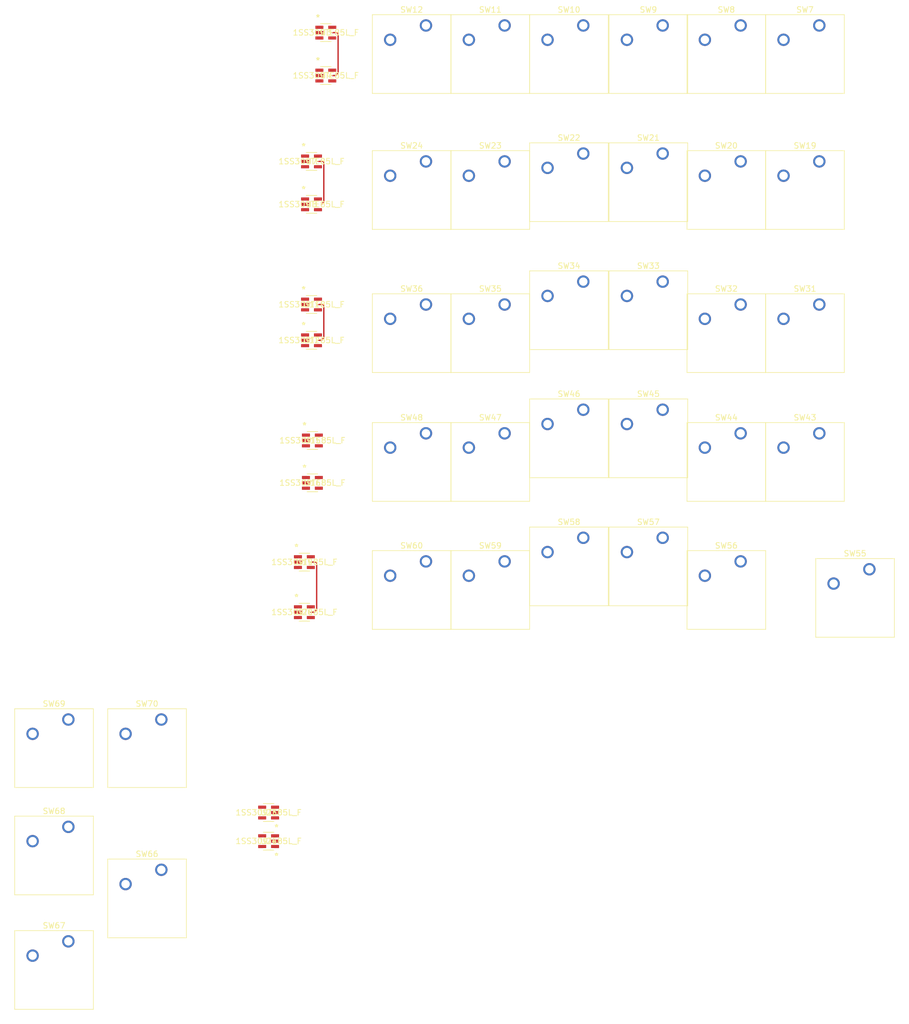
<source format=kicad_pcb>
(kicad_pcb (version 20171130) (host pcbnew "(5.1.6)-1")

  (general
    (thickness 1.6)
    (drawings 0)
    (tracks 19)
    (zones 0)
    (modules 47)
    (nets 55)
  )

  (page USLetter)
  (layers
    (0 F.Cu signal)
    (31 B.Cu signal hide)
    (32 B.Adhes user hide)
    (33 F.Adhes user hide)
    (34 B.Paste user hide)
    (35 F.Paste user hide)
    (36 B.SilkS user hide)
    (37 F.SilkS user hide)
    (38 B.Mask user hide)
    (39 F.Mask user hide)
    (40 Dwgs.User user hide)
    (41 Cmts.User user hide)
    (42 Eco1.User user hide)
    (43 Eco2.User user hide)
    (44 Edge.Cuts user hide)
    (45 Margin user hide)
    (46 B.CrtYd user hide)
    (47 F.CrtYd user hide)
    (48 B.Fab user hide)
    (49 F.Fab user)
  )

  (setup
    (last_trace_width 0.25)
    (trace_clearance 0.2)
    (zone_clearance 0.508)
    (zone_45_only no)
    (trace_min 0.2)
    (via_size 0.8)
    (via_drill 0.4)
    (via_min_size 0.4)
    (via_min_drill 0.3)
    (uvia_size 0.3)
    (uvia_drill 0.1)
    (uvias_allowed no)
    (uvia_min_size 0.2)
    (uvia_min_drill 0.1)
    (edge_width 0.05)
    (segment_width 0.2)
    (pcb_text_width 0.3)
    (pcb_text_size 1.5 1.5)
    (mod_edge_width 0.12)
    (mod_text_size 1 1)
    (mod_text_width 0.15)
    (pad_size 1.524 1.524)
    (pad_drill 0.762)
    (pad_to_mask_clearance 0.05)
    (aux_axis_origin 0 0)
    (visible_elements 7FFFFFFF)
    (pcbplotparams
      (layerselection 0x010fc_ffffffff)
      (usegerberextensions false)
      (usegerberattributes true)
      (usegerberadvancedattributes true)
      (creategerberjobfile true)
      (excludeedgelayer true)
      (linewidth 0.100000)
      (plotframeref false)
      (viasonmask false)
      (mode 1)
      (useauxorigin false)
      (hpglpennumber 1)
      (hpglpenspeed 20)
      (hpglpendiameter 15.000000)
      (psnegative false)
      (psa4output false)
      (plotreference true)
      (plotvalue true)
      (plotinvisibletext false)
      (padsonsilk false)
      (subtractmaskfromsilk false)
      (outputformat 1)
      (mirror false)
      (drillshape 1)
      (scaleselection 1)
      (outputdirectory ""))
  )

  (net 0 "")
  (net 1 "Net-(SW7-Pad1)")
  (net 2 "Net-(SW8-Pad1)")
  (net 3 "Net-(SW9-Pad1)")
  (net 4 "Net-(SW10-Pad1)")
  (net 5 "Net-(SW11-Pad1)")
  (net 6 "Net-(SW12-Pad1)")
  (net 7 "Net-(SW19-Pad1)")
  (net 8 "Net-(SW20-Pad1)")
  (net 9 "Net-(SW21-Pad1)")
  (net 10 "Net-(SW22-Pad1)")
  (net 11 "Net-(SW23-Pad1)")
  (net 12 "Net-(SW24-Pad1)")
  (net 13 "Net-(SW31-Pad1)")
  (net 14 "Net-(SW32-Pad1)")
  (net 15 "Net-(SW33-Pad1)")
  (net 16 "Net-(SW34-Pad1)")
  (net 17 "Net-(SW35-Pad1)")
  (net 18 "Net-(SW36-Pad1)")
  (net 19 "Net-(SW43-Pad1)")
  (net 20 "Net-(SW44-Pad1)")
  (net 21 "Net-(SW45-Pad1)")
  (net 22 "Net-(SW46-Pad1)")
  (net 23 "Net-(SW47-Pad1)")
  (net 24 "Net-(SW48-Pad1)")
  (net 25 "Net-(SW55-Pad1)")
  (net 26 "Net-(SW56-Pad1)")
  (net 27 "Net-(SW57-Pad1)")
  (net 28 "Net-(SW58-Pad1)")
  (net 29 "Net-(SW59-Pad1)")
  (net 30 "Net-(SW60-Pad1)")
  (net 31 "Net-(SW66-Pad1)")
  (net 32 "Net-(SW67-Pad1)")
  (net 33 "Net-(SW68-Pad1)")
  (net 34 "Net-(SW69-Pad1)")
  (net 35 "Net-(SW70-Pad1)")
  (net 36 F6R)
  (net 37 "Net-(U4-Pad5)")
  (net 38 "Net-(U4-Pad4)")
  (net 39 F7R)
  (net 40 "Net-(U8-Pad5)")
  (net 41 "Net-(U8-Pad4)")
  (net 42 B1R)
  (net 43 "Net-(U12-Pad5)")
  (net 44 "Net-(U12-Pad4)")
  (net 45 B3R)
  (net 46 "Net-(U16-Pad5)")
  (net 47 "Net-(U16-Pad4)")
  (net 48 B2R)
  (net 49 "Net-(U20-Pad5)")
  (net 50 "Net-(U20-Pad4)")
  (net 51 B6R)
  (net 52 "Net-(U24-Pad5)")
  (net 53 "Net-(U24-Pad4)")
  (net 54 "Net-(U24-Pad1)")

  (net_class Default "This is the default net class."
    (clearance 0.2)
    (trace_width 0.25)
    (via_dia 0.8)
    (via_drill 0.4)
    (uvia_dia 0.3)
    (uvia_drill 0.1)
    (add_net B1R)
    (add_net B2R)
    (add_net B3R)
    (add_net B6R)
    (add_net F6R)
    (add_net F7R)
    (add_net "Net-(SW10-Pad1)")
    (add_net "Net-(SW11-Pad1)")
    (add_net "Net-(SW12-Pad1)")
    (add_net "Net-(SW19-Pad1)")
    (add_net "Net-(SW20-Pad1)")
    (add_net "Net-(SW21-Pad1)")
    (add_net "Net-(SW22-Pad1)")
    (add_net "Net-(SW23-Pad1)")
    (add_net "Net-(SW24-Pad1)")
    (add_net "Net-(SW31-Pad1)")
    (add_net "Net-(SW32-Pad1)")
    (add_net "Net-(SW33-Pad1)")
    (add_net "Net-(SW34-Pad1)")
    (add_net "Net-(SW35-Pad1)")
    (add_net "Net-(SW36-Pad1)")
    (add_net "Net-(SW43-Pad1)")
    (add_net "Net-(SW44-Pad1)")
    (add_net "Net-(SW45-Pad1)")
    (add_net "Net-(SW46-Pad1)")
    (add_net "Net-(SW47-Pad1)")
    (add_net "Net-(SW48-Pad1)")
    (add_net "Net-(SW55-Pad1)")
    (add_net "Net-(SW56-Pad1)")
    (add_net "Net-(SW57-Pad1)")
    (add_net "Net-(SW58-Pad1)")
    (add_net "Net-(SW59-Pad1)")
    (add_net "Net-(SW60-Pad1)")
    (add_net "Net-(SW66-Pad1)")
    (add_net "Net-(SW67-Pad1)")
    (add_net "Net-(SW68-Pad1)")
    (add_net "Net-(SW69-Pad1)")
    (add_net "Net-(SW7-Pad1)")
    (add_net "Net-(SW70-Pad1)")
    (add_net "Net-(SW8-Pad1)")
    (add_net "Net-(SW9-Pad1)")
    (add_net "Net-(U12-Pad4)")
    (add_net "Net-(U12-Pad5)")
    (add_net "Net-(U16-Pad4)")
    (add_net "Net-(U16-Pad5)")
    (add_net "Net-(U20-Pad4)")
    (add_net "Net-(U20-Pad5)")
    (add_net "Net-(U24-Pad1)")
    (add_net "Net-(U24-Pad4)")
    (add_net "Net-(U24-Pad5)")
    (add_net "Net-(U4-Pad4)")
    (add_net "Net-(U4-Pad5)")
    (add_net "Net-(U8-Pad4)")
    (add_net "Net-(U8-Pad5)")
  )

  (module 1ss309:1SS309TE85L_F (layer F.Cu) (tedit 0) (tstamp 5F0803E4)
    (at 68.58 165.1 180)
    (path /5F0B7B48/5F0F3F2E)
    (fp_text reference U24 (at 0 0) (layer F.SilkS)
      (effects (font (size 1 1) (thickness 0.15)))
    )
    (fp_text value 1SS309TE85L_F (at 0 0) (layer F.SilkS)
      (effects (font (size 1 1) (thickness 0.15)))
    )
    (fp_line (start -1.0541 1.4834) (end -2.1096 1.4834) (layer F.CrtYd) (width 0.1524))
    (fp_line (start -1.0541 1.7018) (end -1.0541 1.4834) (layer F.CrtYd) (width 0.1524))
    (fp_line (start 1.0541 1.7018) (end -1.0541 1.7018) (layer F.CrtYd) (width 0.1524))
    (fp_line (start 1.0541 1.4834) (end 1.0541 1.7018) (layer F.CrtYd) (width 0.1524))
    (fp_line (start 2.1096 1.4834) (end 1.0541 1.4834) (layer F.CrtYd) (width 0.1524))
    (fp_line (start 2.1096 -1.4834) (end 2.1096 1.4834) (layer F.CrtYd) (width 0.1524))
    (fp_line (start 1.0541 -1.4834) (end 2.1096 -1.4834) (layer F.CrtYd) (width 0.1524))
    (fp_line (start 1.0541 -1.7018) (end 1.0541 -1.4834) (layer F.CrtYd) (width 0.1524))
    (fp_line (start -1.0541 -1.7018) (end 1.0541 -1.7018) (layer F.CrtYd) (width 0.1524))
    (fp_line (start -1.0541 -1.4834) (end -1.0541 -1.7018) (layer F.CrtYd) (width 0.1524))
    (fp_line (start -2.1096 -1.4834) (end -1.0541 -1.4834) (layer F.CrtYd) (width 0.1524))
    (fp_line (start -2.1096 1.4834) (end -2.1096 -1.4834) (layer F.CrtYd) (width 0.1524))
    (fp_line (start -0.8001 -1.4478) (end -0.8001 1.4478) (layer F.Fab) (width 0.1524))
    (fp_line (start 0.8001 -1.4478) (end -0.8001 -1.4478) (layer F.Fab) (width 0.1524))
    (fp_line (start 0.8001 1.4478) (end 0.8001 -1.4478) (layer F.Fab) (width 0.1524))
    (fp_line (start -0.8001 1.4478) (end 0.8001 1.4478) (layer F.Fab) (width 0.1524))
    (fp_line (start 0.9271 -1.5748) (end -0.9271 -1.5748) (layer F.SilkS) (width 0.1524))
    (fp_line (start -0.9271 1.5748) (end 0.9271 1.5748) (layer F.SilkS) (width 0.1524))
    (fp_line (start 1.5 -1.204) (end 0.8001 -1.204) (layer F.Fab) (width 0.1524))
    (fp_line (start 1.5 -0.696) (end 1.5 -1.204) (layer F.Fab) (width 0.1524))
    (fp_line (start 0.8001 -0.696) (end 1.5 -0.696) (layer F.Fab) (width 0.1524))
    (fp_line (start 0.8001 -1.204) (end 0.8001 -0.696) (layer F.Fab) (width 0.1524))
    (fp_line (start 0.8001 -0.254) (end 0.8001 0.254) (layer F.Fab) (width 0.1524))
    (fp_line (start 1.5 0.696) (end 0.8001 0.696) (layer F.Fab) (width 0.1524))
    (fp_line (start 1.5 1.204) (end 1.5 0.696) (layer F.Fab) (width 0.1524))
    (fp_line (start 0.8001 1.204) (end 1.5 1.204) (layer F.Fab) (width 0.1524))
    (fp_line (start 0.8001 0.696) (end 0.8001 1.204) (layer F.Fab) (width 0.1524))
    (fp_line (start -1.5 1.204) (end -0.8001 1.204) (layer F.Fab) (width 0.1524))
    (fp_line (start -1.5 0.696) (end -1.5 1.204) (layer F.Fab) (width 0.1524))
    (fp_line (start -0.8001 0.696) (end -1.5 0.696) (layer F.Fab) (width 0.1524))
    (fp_line (start -0.8001 1.204) (end -0.8001 0.696) (layer F.Fab) (width 0.1524))
    (fp_line (start -1.5 0.254) (end -0.8001 0.254) (layer F.Fab) (width 0.1524))
    (fp_line (start -1.5 -0.254) (end -1.5 0.254) (layer F.Fab) (width 0.1524))
    (fp_line (start -0.8001 -0.254) (end -1.5 -0.254) (layer F.Fab) (width 0.1524))
    (fp_line (start -0.8001 0.254) (end -0.8001 -0.254) (layer F.Fab) (width 0.1524))
    (fp_line (start -1.5 -0.696) (end -0.8001 -0.696) (layer F.Fab) (width 0.1524))
    (fp_line (start -1.5 -1.204) (end -1.5 -0.696) (layer F.Fab) (width 0.1524))
    (fp_line (start -0.8001 -1.204) (end -1.5 -1.204) (layer F.Fab) (width 0.1524))
    (fp_line (start -0.8001 -0.696) (end -0.8001 -1.204) (layer F.Fab) (width 0.1524))
    (fp_arc (start 0 -1.4478) (end 0.3048 -1.4478) (angle 180) (layer F.Fab) (width 0.1524))
    (fp_text user * (at -0.4191 -1.3716) (layer F.Fab)
      (effects (font (size 1 1) (thickness 0.15)))
    )
    (fp_text user * (at -1.3984 -2.6518) (layer F.SilkS)
      (effects (font (size 1 1) (thickness 0.15)))
    )
    (fp_text user 0.056in/1.422mm (at -1.1444 3.8608) (layer Dwgs.User)
      (effects (font (size 1 1) (thickness 0.15)))
    )
    (fp_text user 0.09in/2.289mm (at 0 -3.8608) (layer Dwgs.User)
      (effects (font (size 1 1) (thickness 0.15)))
    )
    (fp_text user 0.022in/0.559mm (at 4.1924 -0.95) (layer Dwgs.User)
      (effects (font (size 1 1) (thickness 0.15)))
    )
    (fp_text user 0.037in/0.95mm (at -4.1924 -0.475) (layer Dwgs.User)
      (effects (font (size 1 1) (thickness 0.15)))
    )
    (fp_text user * (at -0.4191 -1.3716) (layer F.Fab)
      (effects (font (size 1 1) (thickness 0.15)))
    )
    (fp_text user * (at -1.3984 -2.6518) (layer F.SilkS)
      (effects (font (size 1 1) (thickness 0.15)))
    )
    (fp_text user "Copyright 2016 Accelerated Designs. All rights reserved." (at 0 0) (layer Cmts.User)
      (effects (font (size 0.127 0.127) (thickness 0.002)))
    )
    (pad 5 smd rect (at 1.1444 -0.950001 180) (size 1.4224 0.5588) (layers F.Cu F.Paste F.Mask)
      (net 52 "Net-(U24-Pad5)"))
    (pad 4 smd rect (at 1.1444 0.950001 180) (size 1.4224 0.5588) (layers F.Cu F.Paste F.Mask)
      (net 53 "Net-(U24-Pad4)"))
    (pad 3 smd rect (at -1.1444 0.950001 180) (size 1.4224 0.5588) (layers F.Cu F.Paste F.Mask)
      (net 31 "Net-(SW66-Pad1)"))
    (pad 2 smd rect (at -1.1444 0 180) (size 1.4224 0.5588) (layers F.Cu F.Paste F.Mask)
      (net 51 B6R))
    (pad 1 smd rect (at -1.1444 -0.950001 180) (size 1.4224 0.5588) (layers F.Cu F.Paste F.Mask)
      (net 54 "Net-(U24-Pad1)"))
  )

  (module 1ss309:1SS309TE85L_F (layer F.Cu) (tedit 0) (tstamp 5F0803AA)
    (at 68.58 160.02 180)
    (path /5F0B7B48/5F0F3F28)
    (fp_text reference U23 (at 0 0) (layer F.SilkS)
      (effects (font (size 1 1) (thickness 0.15)))
    )
    (fp_text value 1SS309TE85L_F (at 0 0) (layer F.SilkS)
      (effects (font (size 1 1) (thickness 0.15)))
    )
    (fp_line (start -1.0541 1.4834) (end -2.1096 1.4834) (layer F.CrtYd) (width 0.1524))
    (fp_line (start -1.0541 1.7018) (end -1.0541 1.4834) (layer F.CrtYd) (width 0.1524))
    (fp_line (start 1.0541 1.7018) (end -1.0541 1.7018) (layer F.CrtYd) (width 0.1524))
    (fp_line (start 1.0541 1.4834) (end 1.0541 1.7018) (layer F.CrtYd) (width 0.1524))
    (fp_line (start 2.1096 1.4834) (end 1.0541 1.4834) (layer F.CrtYd) (width 0.1524))
    (fp_line (start 2.1096 -1.4834) (end 2.1096 1.4834) (layer F.CrtYd) (width 0.1524))
    (fp_line (start 1.0541 -1.4834) (end 2.1096 -1.4834) (layer F.CrtYd) (width 0.1524))
    (fp_line (start 1.0541 -1.7018) (end 1.0541 -1.4834) (layer F.CrtYd) (width 0.1524))
    (fp_line (start -1.0541 -1.7018) (end 1.0541 -1.7018) (layer F.CrtYd) (width 0.1524))
    (fp_line (start -1.0541 -1.4834) (end -1.0541 -1.7018) (layer F.CrtYd) (width 0.1524))
    (fp_line (start -2.1096 -1.4834) (end -1.0541 -1.4834) (layer F.CrtYd) (width 0.1524))
    (fp_line (start -2.1096 1.4834) (end -2.1096 -1.4834) (layer F.CrtYd) (width 0.1524))
    (fp_line (start -0.8001 -1.4478) (end -0.8001 1.4478) (layer F.Fab) (width 0.1524))
    (fp_line (start 0.8001 -1.4478) (end -0.8001 -1.4478) (layer F.Fab) (width 0.1524))
    (fp_line (start 0.8001 1.4478) (end 0.8001 -1.4478) (layer F.Fab) (width 0.1524))
    (fp_line (start -0.8001 1.4478) (end 0.8001 1.4478) (layer F.Fab) (width 0.1524))
    (fp_line (start 0.9271 -1.5748) (end -0.9271 -1.5748) (layer F.SilkS) (width 0.1524))
    (fp_line (start -0.9271 1.5748) (end 0.9271 1.5748) (layer F.SilkS) (width 0.1524))
    (fp_line (start 1.5 -1.204) (end 0.8001 -1.204) (layer F.Fab) (width 0.1524))
    (fp_line (start 1.5 -0.696) (end 1.5 -1.204) (layer F.Fab) (width 0.1524))
    (fp_line (start 0.8001 -0.696) (end 1.5 -0.696) (layer F.Fab) (width 0.1524))
    (fp_line (start 0.8001 -1.204) (end 0.8001 -0.696) (layer F.Fab) (width 0.1524))
    (fp_line (start 0.8001 -0.254) (end 0.8001 0.254) (layer F.Fab) (width 0.1524))
    (fp_line (start 1.5 0.696) (end 0.8001 0.696) (layer F.Fab) (width 0.1524))
    (fp_line (start 1.5 1.204) (end 1.5 0.696) (layer F.Fab) (width 0.1524))
    (fp_line (start 0.8001 1.204) (end 1.5 1.204) (layer F.Fab) (width 0.1524))
    (fp_line (start 0.8001 0.696) (end 0.8001 1.204) (layer F.Fab) (width 0.1524))
    (fp_line (start -1.5 1.204) (end -0.8001 1.204) (layer F.Fab) (width 0.1524))
    (fp_line (start -1.5 0.696) (end -1.5 1.204) (layer F.Fab) (width 0.1524))
    (fp_line (start -0.8001 0.696) (end -1.5 0.696) (layer F.Fab) (width 0.1524))
    (fp_line (start -0.8001 1.204) (end -0.8001 0.696) (layer F.Fab) (width 0.1524))
    (fp_line (start -1.5 0.254) (end -0.8001 0.254) (layer F.Fab) (width 0.1524))
    (fp_line (start -1.5 -0.254) (end -1.5 0.254) (layer F.Fab) (width 0.1524))
    (fp_line (start -0.8001 -0.254) (end -1.5 -0.254) (layer F.Fab) (width 0.1524))
    (fp_line (start -0.8001 0.254) (end -0.8001 -0.254) (layer F.Fab) (width 0.1524))
    (fp_line (start -1.5 -0.696) (end -0.8001 -0.696) (layer F.Fab) (width 0.1524))
    (fp_line (start -1.5 -1.204) (end -1.5 -0.696) (layer F.Fab) (width 0.1524))
    (fp_line (start -0.8001 -1.204) (end -1.5 -1.204) (layer F.Fab) (width 0.1524))
    (fp_line (start -0.8001 -0.696) (end -0.8001 -1.204) (layer F.Fab) (width 0.1524))
    (fp_arc (start 0 -1.4478) (end 0.3048 -1.4478) (angle 180) (layer F.Fab) (width 0.1524))
    (fp_text user * (at -0.4191 -1.3716) (layer F.Fab)
      (effects (font (size 1 1) (thickness 0.15)))
    )
    (fp_text user * (at -1.3984 -2.6518) (layer F.SilkS)
      (effects (font (size 1 1) (thickness 0.15)))
    )
    (fp_text user 0.056in/1.422mm (at -1.1444 3.8608) (layer Dwgs.User)
      (effects (font (size 1 1) (thickness 0.15)))
    )
    (fp_text user 0.09in/2.289mm (at 0 -3.8608) (layer Dwgs.User)
      (effects (font (size 1 1) (thickness 0.15)))
    )
    (fp_text user 0.022in/0.559mm (at 4.1924 -0.95) (layer Dwgs.User)
      (effects (font (size 1 1) (thickness 0.15)))
    )
    (fp_text user 0.037in/0.95mm (at -4.1924 -0.475) (layer Dwgs.User)
      (effects (font (size 1 1) (thickness 0.15)))
    )
    (fp_text user * (at -0.4191 -1.3716) (layer F.Fab)
      (effects (font (size 1 1) (thickness 0.15)))
    )
    (fp_text user * (at -1.3984 -2.6518) (layer F.SilkS)
      (effects (font (size 1 1) (thickness 0.15)))
    )
    (fp_text user "Copyright 2016 Accelerated Designs. All rights reserved." (at 0 0) (layer Cmts.User)
      (effects (font (size 0.127 0.127) (thickness 0.002)))
    )
    (pad 5 smd rect (at 1.1444 -0.950001 180) (size 1.4224 0.5588) (layers F.Cu F.Paste F.Mask)
      (net 33 "Net-(SW68-Pad1)"))
    (pad 4 smd rect (at 1.1444 0.950001 180) (size 1.4224 0.5588) (layers F.Cu F.Paste F.Mask)
      (net 34 "Net-(SW69-Pad1)"))
    (pad 3 smd rect (at -1.1444 0.950001 180) (size 1.4224 0.5588) (layers F.Cu F.Paste F.Mask)
      (net 35 "Net-(SW70-Pad1)"))
    (pad 2 smd rect (at -1.1444 0 180) (size 1.4224 0.5588) (layers F.Cu F.Paste F.Mask)
      (net 51 B6R))
    (pad 1 smd rect (at -1.1444 -0.950001 180) (size 1.4224 0.5588) (layers F.Cu F.Paste F.Mask)
      (net 32 "Net-(SW67-Pad1)"))
  )

  (module 1ss309:1SS309TE85L_F (layer F.Cu) (tedit 0) (tstamp 5F0802FC)
    (at 74.93 124.46)
    (path /5F0B7841/5F0E5B05)
    (fp_text reference U20 (at 0 0) (layer F.SilkS)
      (effects (font (size 1 1) (thickness 0.15)))
    )
    (fp_text value 1SS309TE85L_F (at 0 0) (layer F.SilkS)
      (effects (font (size 1 1) (thickness 0.15)))
    )
    (fp_line (start -1.0541 1.4834) (end -2.1096 1.4834) (layer F.CrtYd) (width 0.1524))
    (fp_line (start -1.0541 1.7018) (end -1.0541 1.4834) (layer F.CrtYd) (width 0.1524))
    (fp_line (start 1.0541 1.7018) (end -1.0541 1.7018) (layer F.CrtYd) (width 0.1524))
    (fp_line (start 1.0541 1.4834) (end 1.0541 1.7018) (layer F.CrtYd) (width 0.1524))
    (fp_line (start 2.1096 1.4834) (end 1.0541 1.4834) (layer F.CrtYd) (width 0.1524))
    (fp_line (start 2.1096 -1.4834) (end 2.1096 1.4834) (layer F.CrtYd) (width 0.1524))
    (fp_line (start 1.0541 -1.4834) (end 2.1096 -1.4834) (layer F.CrtYd) (width 0.1524))
    (fp_line (start 1.0541 -1.7018) (end 1.0541 -1.4834) (layer F.CrtYd) (width 0.1524))
    (fp_line (start -1.0541 -1.7018) (end 1.0541 -1.7018) (layer F.CrtYd) (width 0.1524))
    (fp_line (start -1.0541 -1.4834) (end -1.0541 -1.7018) (layer F.CrtYd) (width 0.1524))
    (fp_line (start -2.1096 -1.4834) (end -1.0541 -1.4834) (layer F.CrtYd) (width 0.1524))
    (fp_line (start -2.1096 1.4834) (end -2.1096 -1.4834) (layer F.CrtYd) (width 0.1524))
    (fp_line (start -0.8001 -1.4478) (end -0.8001 1.4478) (layer F.Fab) (width 0.1524))
    (fp_line (start 0.8001 -1.4478) (end -0.8001 -1.4478) (layer F.Fab) (width 0.1524))
    (fp_line (start 0.8001 1.4478) (end 0.8001 -1.4478) (layer F.Fab) (width 0.1524))
    (fp_line (start -0.8001 1.4478) (end 0.8001 1.4478) (layer F.Fab) (width 0.1524))
    (fp_line (start 0.9271 -1.5748) (end -0.9271 -1.5748) (layer F.SilkS) (width 0.1524))
    (fp_line (start -0.9271 1.5748) (end 0.9271 1.5748) (layer F.SilkS) (width 0.1524))
    (fp_line (start 1.5 -1.204) (end 0.8001 -1.204) (layer F.Fab) (width 0.1524))
    (fp_line (start 1.5 -0.696) (end 1.5 -1.204) (layer F.Fab) (width 0.1524))
    (fp_line (start 0.8001 -0.696) (end 1.5 -0.696) (layer F.Fab) (width 0.1524))
    (fp_line (start 0.8001 -1.204) (end 0.8001 -0.696) (layer F.Fab) (width 0.1524))
    (fp_line (start 0.8001 -0.254) (end 0.8001 0.254) (layer F.Fab) (width 0.1524))
    (fp_line (start 1.5 0.696) (end 0.8001 0.696) (layer F.Fab) (width 0.1524))
    (fp_line (start 1.5 1.204) (end 1.5 0.696) (layer F.Fab) (width 0.1524))
    (fp_line (start 0.8001 1.204) (end 1.5 1.204) (layer F.Fab) (width 0.1524))
    (fp_line (start 0.8001 0.696) (end 0.8001 1.204) (layer F.Fab) (width 0.1524))
    (fp_line (start -1.5 1.204) (end -0.8001 1.204) (layer F.Fab) (width 0.1524))
    (fp_line (start -1.5 0.696) (end -1.5 1.204) (layer F.Fab) (width 0.1524))
    (fp_line (start -0.8001 0.696) (end -1.5 0.696) (layer F.Fab) (width 0.1524))
    (fp_line (start -0.8001 1.204) (end -0.8001 0.696) (layer F.Fab) (width 0.1524))
    (fp_line (start -1.5 0.254) (end -0.8001 0.254) (layer F.Fab) (width 0.1524))
    (fp_line (start -1.5 -0.254) (end -1.5 0.254) (layer F.Fab) (width 0.1524))
    (fp_line (start -0.8001 -0.254) (end -1.5 -0.254) (layer F.Fab) (width 0.1524))
    (fp_line (start -0.8001 0.254) (end -0.8001 -0.254) (layer F.Fab) (width 0.1524))
    (fp_line (start -1.5 -0.696) (end -0.8001 -0.696) (layer F.Fab) (width 0.1524))
    (fp_line (start -1.5 -1.204) (end -1.5 -0.696) (layer F.Fab) (width 0.1524))
    (fp_line (start -0.8001 -1.204) (end -1.5 -1.204) (layer F.Fab) (width 0.1524))
    (fp_line (start -0.8001 -0.696) (end -0.8001 -1.204) (layer F.Fab) (width 0.1524))
    (fp_arc (start 0 -1.4478) (end 0.3048 -1.4478) (angle 180) (layer F.Fab) (width 0.1524))
    (fp_text user * (at -0.4191 -1.3716) (layer F.Fab)
      (effects (font (size 1 1) (thickness 0.15)))
    )
    (fp_text user * (at -1.3984 -2.6518) (layer F.SilkS)
      (effects (font (size 1 1) (thickness 0.15)))
    )
    (fp_text user 0.056in/1.422mm (at -1.1444 3.8608) (layer Dwgs.User)
      (effects (font (size 1 1) (thickness 0.15)))
    )
    (fp_text user 0.09in/2.289mm (at 0 -3.8608) (layer Dwgs.User)
      (effects (font (size 1 1) (thickness 0.15)))
    )
    (fp_text user 0.022in/0.559mm (at 4.1924 -0.95) (layer Dwgs.User)
      (effects (font (size 1 1) (thickness 0.15)))
    )
    (fp_text user 0.037in/0.95mm (at -4.1924 -0.475) (layer Dwgs.User)
      (effects (font (size 1 1) (thickness 0.15)))
    )
    (fp_text user * (at -0.4191 -1.3716) (layer F.Fab)
      (effects (font (size 1 1) (thickness 0.15)))
    )
    (fp_text user * (at -1.3984 -2.6518) (layer F.SilkS)
      (effects (font (size 1 1) (thickness 0.15)))
    )
    (fp_text user "Copyright 2016 Accelerated Designs. All rights reserved." (at 0 0) (layer Cmts.User)
      (effects (font (size 0.127 0.127) (thickness 0.002)))
    )
    (pad 5 smd rect (at 1.1444 -0.950001) (size 1.4224 0.5588) (layers F.Cu F.Paste F.Mask)
      (net 49 "Net-(U20-Pad5)"))
    (pad 4 smd rect (at 1.1444 0.950001) (size 1.4224 0.5588) (layers F.Cu F.Paste F.Mask)
      (net 50 "Net-(U20-Pad4)"))
    (pad 3 smd rect (at -1.1444 0.950001) (size 1.4224 0.5588) (layers F.Cu F.Paste F.Mask)
      (net 25 "Net-(SW55-Pad1)"))
    (pad 2 smd rect (at -1.1444 0) (size 1.4224 0.5588) (layers F.Cu F.Paste F.Mask)
      (net 48 B2R))
    (pad 1 smd rect (at -1.1444 -0.950001) (size 1.4224 0.5588) (layers F.Cu F.Paste F.Mask)
      (net 30 "Net-(SW60-Pad1)"))
  )

  (module 1ss309:1SS309TE85L_F (layer F.Cu) (tedit 0) (tstamp 5F0802C2)
    (at 74.93 115.57)
    (path /5F0B7841/5F0E5AFF)
    (fp_text reference U19 (at 0 0) (layer F.SilkS)
      (effects (font (size 1 1) (thickness 0.15)))
    )
    (fp_text value 1SS309TE85L_F (at 0 0) (layer F.SilkS)
      (effects (font (size 1 1) (thickness 0.15)))
    )
    (fp_line (start -1.0541 1.4834) (end -2.1096 1.4834) (layer F.CrtYd) (width 0.1524))
    (fp_line (start -1.0541 1.7018) (end -1.0541 1.4834) (layer F.CrtYd) (width 0.1524))
    (fp_line (start 1.0541 1.7018) (end -1.0541 1.7018) (layer F.CrtYd) (width 0.1524))
    (fp_line (start 1.0541 1.4834) (end 1.0541 1.7018) (layer F.CrtYd) (width 0.1524))
    (fp_line (start 2.1096 1.4834) (end 1.0541 1.4834) (layer F.CrtYd) (width 0.1524))
    (fp_line (start 2.1096 -1.4834) (end 2.1096 1.4834) (layer F.CrtYd) (width 0.1524))
    (fp_line (start 1.0541 -1.4834) (end 2.1096 -1.4834) (layer F.CrtYd) (width 0.1524))
    (fp_line (start 1.0541 -1.7018) (end 1.0541 -1.4834) (layer F.CrtYd) (width 0.1524))
    (fp_line (start -1.0541 -1.7018) (end 1.0541 -1.7018) (layer F.CrtYd) (width 0.1524))
    (fp_line (start -1.0541 -1.4834) (end -1.0541 -1.7018) (layer F.CrtYd) (width 0.1524))
    (fp_line (start -2.1096 -1.4834) (end -1.0541 -1.4834) (layer F.CrtYd) (width 0.1524))
    (fp_line (start -2.1096 1.4834) (end -2.1096 -1.4834) (layer F.CrtYd) (width 0.1524))
    (fp_line (start -0.8001 -1.4478) (end -0.8001 1.4478) (layer F.Fab) (width 0.1524))
    (fp_line (start 0.8001 -1.4478) (end -0.8001 -1.4478) (layer F.Fab) (width 0.1524))
    (fp_line (start 0.8001 1.4478) (end 0.8001 -1.4478) (layer F.Fab) (width 0.1524))
    (fp_line (start -0.8001 1.4478) (end 0.8001 1.4478) (layer F.Fab) (width 0.1524))
    (fp_line (start 0.9271 -1.5748) (end -0.9271 -1.5748) (layer F.SilkS) (width 0.1524))
    (fp_line (start -0.9271 1.5748) (end 0.9271 1.5748) (layer F.SilkS) (width 0.1524))
    (fp_line (start 1.5 -1.204) (end 0.8001 -1.204) (layer F.Fab) (width 0.1524))
    (fp_line (start 1.5 -0.696) (end 1.5 -1.204) (layer F.Fab) (width 0.1524))
    (fp_line (start 0.8001 -0.696) (end 1.5 -0.696) (layer F.Fab) (width 0.1524))
    (fp_line (start 0.8001 -1.204) (end 0.8001 -0.696) (layer F.Fab) (width 0.1524))
    (fp_line (start 0.8001 -0.254) (end 0.8001 0.254) (layer F.Fab) (width 0.1524))
    (fp_line (start 1.5 0.696) (end 0.8001 0.696) (layer F.Fab) (width 0.1524))
    (fp_line (start 1.5 1.204) (end 1.5 0.696) (layer F.Fab) (width 0.1524))
    (fp_line (start 0.8001 1.204) (end 1.5 1.204) (layer F.Fab) (width 0.1524))
    (fp_line (start 0.8001 0.696) (end 0.8001 1.204) (layer F.Fab) (width 0.1524))
    (fp_line (start -1.5 1.204) (end -0.8001 1.204) (layer F.Fab) (width 0.1524))
    (fp_line (start -1.5 0.696) (end -1.5 1.204) (layer F.Fab) (width 0.1524))
    (fp_line (start -0.8001 0.696) (end -1.5 0.696) (layer F.Fab) (width 0.1524))
    (fp_line (start -0.8001 1.204) (end -0.8001 0.696) (layer F.Fab) (width 0.1524))
    (fp_line (start -1.5 0.254) (end -0.8001 0.254) (layer F.Fab) (width 0.1524))
    (fp_line (start -1.5 -0.254) (end -1.5 0.254) (layer F.Fab) (width 0.1524))
    (fp_line (start -0.8001 -0.254) (end -1.5 -0.254) (layer F.Fab) (width 0.1524))
    (fp_line (start -0.8001 0.254) (end -0.8001 -0.254) (layer F.Fab) (width 0.1524))
    (fp_line (start -1.5 -0.696) (end -0.8001 -0.696) (layer F.Fab) (width 0.1524))
    (fp_line (start -1.5 -1.204) (end -1.5 -0.696) (layer F.Fab) (width 0.1524))
    (fp_line (start -0.8001 -1.204) (end -1.5 -1.204) (layer F.Fab) (width 0.1524))
    (fp_line (start -0.8001 -0.696) (end -0.8001 -1.204) (layer F.Fab) (width 0.1524))
    (fp_arc (start 0 -1.4478) (end 0.3048 -1.4478) (angle 180) (layer F.Fab) (width 0.1524))
    (fp_text user * (at -0.4191 -1.3716) (layer F.Fab)
      (effects (font (size 1 1) (thickness 0.15)))
    )
    (fp_text user * (at -1.3984 -2.6518) (layer F.SilkS)
      (effects (font (size 1 1) (thickness 0.15)))
    )
    (fp_text user 0.056in/1.422mm (at -1.1444 3.8608) (layer Dwgs.User)
      (effects (font (size 1 1) (thickness 0.15)))
    )
    (fp_text user 0.09in/2.289mm (at 0 -3.8608) (layer Dwgs.User)
      (effects (font (size 1 1) (thickness 0.15)))
    )
    (fp_text user 0.022in/0.559mm (at 4.1924 -0.95) (layer Dwgs.User)
      (effects (font (size 1 1) (thickness 0.15)))
    )
    (fp_text user 0.037in/0.95mm (at -4.1924 -0.475) (layer Dwgs.User)
      (effects (font (size 1 1) (thickness 0.15)))
    )
    (fp_text user * (at -0.4191 -1.3716) (layer F.Fab)
      (effects (font (size 1 1) (thickness 0.15)))
    )
    (fp_text user * (at -1.3984 -2.6518) (layer F.SilkS)
      (effects (font (size 1 1) (thickness 0.15)))
    )
    (fp_text user "Copyright 2016 Accelerated Designs. All rights reserved." (at 0 0) (layer Cmts.User)
      (effects (font (size 0.127 0.127) (thickness 0.002)))
    )
    (pad 5 smd rect (at 1.1444 -0.950001) (size 1.4224 0.5588) (layers F.Cu F.Paste F.Mask)
      (net 27 "Net-(SW57-Pad1)"))
    (pad 4 smd rect (at 1.1444 0.950001) (size 1.4224 0.5588) (layers F.Cu F.Paste F.Mask)
      (net 28 "Net-(SW58-Pad1)"))
    (pad 3 smd rect (at -1.1444 0.950001) (size 1.4224 0.5588) (layers F.Cu F.Paste F.Mask)
      (net 29 "Net-(SW59-Pad1)"))
    (pad 2 smd rect (at -1.1444 0) (size 1.4224 0.5588) (layers F.Cu F.Paste F.Mask)
      (net 48 B2R))
    (pad 1 smd rect (at -1.1444 -0.950001) (size 1.4224 0.5588) (layers F.Cu F.Paste F.Mask)
      (net 26 "Net-(SW56-Pad1)"))
  )

  (module 1ss309:1SS309TE85L_F (layer F.Cu) (tedit 0) (tstamp 5F080214)
    (at 76.3542 101.502)
    (path /5F0B757C/5F0D8802)
    (fp_text reference U16 (at 0 0) (layer F.SilkS)
      (effects (font (size 1 1) (thickness 0.15)))
    )
    (fp_text value 1SS309TE85L_F (at 0 0) (layer F.SilkS)
      (effects (font (size 1 1) (thickness 0.15)))
    )
    (fp_line (start -1.0541 1.4834) (end -2.1096 1.4834) (layer F.CrtYd) (width 0.1524))
    (fp_line (start -1.0541 1.7018) (end -1.0541 1.4834) (layer F.CrtYd) (width 0.1524))
    (fp_line (start 1.0541 1.7018) (end -1.0541 1.7018) (layer F.CrtYd) (width 0.1524))
    (fp_line (start 1.0541 1.4834) (end 1.0541 1.7018) (layer F.CrtYd) (width 0.1524))
    (fp_line (start 2.1096 1.4834) (end 1.0541 1.4834) (layer F.CrtYd) (width 0.1524))
    (fp_line (start 2.1096 -1.4834) (end 2.1096 1.4834) (layer F.CrtYd) (width 0.1524))
    (fp_line (start 1.0541 -1.4834) (end 2.1096 -1.4834) (layer F.CrtYd) (width 0.1524))
    (fp_line (start 1.0541 -1.7018) (end 1.0541 -1.4834) (layer F.CrtYd) (width 0.1524))
    (fp_line (start -1.0541 -1.7018) (end 1.0541 -1.7018) (layer F.CrtYd) (width 0.1524))
    (fp_line (start -1.0541 -1.4834) (end -1.0541 -1.7018) (layer F.CrtYd) (width 0.1524))
    (fp_line (start -2.1096 -1.4834) (end -1.0541 -1.4834) (layer F.CrtYd) (width 0.1524))
    (fp_line (start -2.1096 1.4834) (end -2.1096 -1.4834) (layer F.CrtYd) (width 0.1524))
    (fp_line (start -0.8001 -1.4478) (end -0.8001 1.4478) (layer F.Fab) (width 0.1524))
    (fp_line (start 0.8001 -1.4478) (end -0.8001 -1.4478) (layer F.Fab) (width 0.1524))
    (fp_line (start 0.8001 1.4478) (end 0.8001 -1.4478) (layer F.Fab) (width 0.1524))
    (fp_line (start -0.8001 1.4478) (end 0.8001 1.4478) (layer F.Fab) (width 0.1524))
    (fp_line (start 0.9271 -1.5748) (end -0.9271 -1.5748) (layer F.SilkS) (width 0.1524))
    (fp_line (start -0.9271 1.5748) (end 0.9271 1.5748) (layer F.SilkS) (width 0.1524))
    (fp_line (start 1.5 -1.204) (end 0.8001 -1.204) (layer F.Fab) (width 0.1524))
    (fp_line (start 1.5 -0.696) (end 1.5 -1.204) (layer F.Fab) (width 0.1524))
    (fp_line (start 0.8001 -0.696) (end 1.5 -0.696) (layer F.Fab) (width 0.1524))
    (fp_line (start 0.8001 -1.204) (end 0.8001 -0.696) (layer F.Fab) (width 0.1524))
    (fp_line (start 0.8001 -0.254) (end 0.8001 0.254) (layer F.Fab) (width 0.1524))
    (fp_line (start 1.5 0.696) (end 0.8001 0.696) (layer F.Fab) (width 0.1524))
    (fp_line (start 1.5 1.204) (end 1.5 0.696) (layer F.Fab) (width 0.1524))
    (fp_line (start 0.8001 1.204) (end 1.5 1.204) (layer F.Fab) (width 0.1524))
    (fp_line (start 0.8001 0.696) (end 0.8001 1.204) (layer F.Fab) (width 0.1524))
    (fp_line (start -1.5 1.204) (end -0.8001 1.204) (layer F.Fab) (width 0.1524))
    (fp_line (start -1.5 0.696) (end -1.5 1.204) (layer F.Fab) (width 0.1524))
    (fp_line (start -0.8001 0.696) (end -1.5 0.696) (layer F.Fab) (width 0.1524))
    (fp_line (start -0.8001 1.204) (end -0.8001 0.696) (layer F.Fab) (width 0.1524))
    (fp_line (start -1.5 0.254) (end -0.8001 0.254) (layer F.Fab) (width 0.1524))
    (fp_line (start -1.5 -0.254) (end -1.5 0.254) (layer F.Fab) (width 0.1524))
    (fp_line (start -0.8001 -0.254) (end -1.5 -0.254) (layer F.Fab) (width 0.1524))
    (fp_line (start -0.8001 0.254) (end -0.8001 -0.254) (layer F.Fab) (width 0.1524))
    (fp_line (start -1.5 -0.696) (end -0.8001 -0.696) (layer F.Fab) (width 0.1524))
    (fp_line (start -1.5 -1.204) (end -1.5 -0.696) (layer F.Fab) (width 0.1524))
    (fp_line (start -0.8001 -1.204) (end -1.5 -1.204) (layer F.Fab) (width 0.1524))
    (fp_line (start -0.8001 -0.696) (end -0.8001 -1.204) (layer F.Fab) (width 0.1524))
    (fp_arc (start 0 -1.4478) (end 0.3048 -1.4478) (angle 180) (layer F.Fab) (width 0.1524))
    (fp_text user * (at -0.4191 -1.3716) (layer F.Fab)
      (effects (font (size 1 1) (thickness 0.15)))
    )
    (fp_text user * (at -1.3984 -2.6518) (layer F.SilkS)
      (effects (font (size 1 1) (thickness 0.15)))
    )
    (fp_text user 0.056in/1.422mm (at -1.1444 3.8608) (layer Dwgs.User)
      (effects (font (size 1 1) (thickness 0.15)))
    )
    (fp_text user 0.09in/2.289mm (at 0 -3.8608) (layer Dwgs.User)
      (effects (font (size 1 1) (thickness 0.15)))
    )
    (fp_text user 0.022in/0.559mm (at 4.1924 -0.95) (layer Dwgs.User)
      (effects (font (size 1 1) (thickness 0.15)))
    )
    (fp_text user 0.037in/0.95mm (at -4.1924 -0.475) (layer Dwgs.User)
      (effects (font (size 1 1) (thickness 0.15)))
    )
    (fp_text user * (at -0.4191 -1.3716) (layer F.Fab)
      (effects (font (size 1 1) (thickness 0.15)))
    )
    (fp_text user * (at -1.3984 -2.6518) (layer F.SilkS)
      (effects (font (size 1 1) (thickness 0.15)))
    )
    (fp_text user "Copyright 2016 Accelerated Designs. All rights reserved." (at 0 0) (layer Cmts.User)
      (effects (font (size 0.127 0.127) (thickness 0.002)))
    )
    (pad 5 smd rect (at 1.1444 -0.950001) (size 1.4224 0.5588) (layers F.Cu F.Paste F.Mask)
      (net 46 "Net-(U16-Pad5)"))
    (pad 4 smd rect (at 1.1444 0.950001) (size 1.4224 0.5588) (layers F.Cu F.Paste F.Mask)
      (net 47 "Net-(U16-Pad4)"))
    (pad 3 smd rect (at -1.1444 0.950001) (size 1.4224 0.5588) (layers F.Cu F.Paste F.Mask)
      (net 19 "Net-(SW43-Pad1)"))
    (pad 2 smd rect (at -1.1444 0) (size 1.4224 0.5588) (layers F.Cu F.Paste F.Mask)
      (net 45 B3R))
    (pad 1 smd rect (at -1.1444 -0.950001) (size 1.4224 0.5588) (layers F.Cu F.Paste F.Mask)
      (net 24 "Net-(SW48-Pad1)"))
  )

  (module 1ss309:1SS309TE85L_F (layer F.Cu) (tedit 0) (tstamp 5F0801DA)
    (at 76.3542 93.98)
    (path /5F0B757C/5F0D87FC)
    (fp_text reference U15 (at 0 0) (layer F.SilkS)
      (effects (font (size 1 1) (thickness 0.15)))
    )
    (fp_text value 1SS309TE85L_F (at 0 0) (layer F.SilkS)
      (effects (font (size 1 1) (thickness 0.15)))
    )
    (fp_line (start -1.0541 1.4834) (end -2.1096 1.4834) (layer F.CrtYd) (width 0.1524))
    (fp_line (start -1.0541 1.7018) (end -1.0541 1.4834) (layer F.CrtYd) (width 0.1524))
    (fp_line (start 1.0541 1.7018) (end -1.0541 1.7018) (layer F.CrtYd) (width 0.1524))
    (fp_line (start 1.0541 1.4834) (end 1.0541 1.7018) (layer F.CrtYd) (width 0.1524))
    (fp_line (start 2.1096 1.4834) (end 1.0541 1.4834) (layer F.CrtYd) (width 0.1524))
    (fp_line (start 2.1096 -1.4834) (end 2.1096 1.4834) (layer F.CrtYd) (width 0.1524))
    (fp_line (start 1.0541 -1.4834) (end 2.1096 -1.4834) (layer F.CrtYd) (width 0.1524))
    (fp_line (start 1.0541 -1.7018) (end 1.0541 -1.4834) (layer F.CrtYd) (width 0.1524))
    (fp_line (start -1.0541 -1.7018) (end 1.0541 -1.7018) (layer F.CrtYd) (width 0.1524))
    (fp_line (start -1.0541 -1.4834) (end -1.0541 -1.7018) (layer F.CrtYd) (width 0.1524))
    (fp_line (start -2.1096 -1.4834) (end -1.0541 -1.4834) (layer F.CrtYd) (width 0.1524))
    (fp_line (start -2.1096 1.4834) (end -2.1096 -1.4834) (layer F.CrtYd) (width 0.1524))
    (fp_line (start -0.8001 -1.4478) (end -0.8001 1.4478) (layer F.Fab) (width 0.1524))
    (fp_line (start 0.8001 -1.4478) (end -0.8001 -1.4478) (layer F.Fab) (width 0.1524))
    (fp_line (start 0.8001 1.4478) (end 0.8001 -1.4478) (layer F.Fab) (width 0.1524))
    (fp_line (start -0.8001 1.4478) (end 0.8001 1.4478) (layer F.Fab) (width 0.1524))
    (fp_line (start 0.9271 -1.5748) (end -0.9271 -1.5748) (layer F.SilkS) (width 0.1524))
    (fp_line (start -0.9271 1.5748) (end 0.9271 1.5748) (layer F.SilkS) (width 0.1524))
    (fp_line (start 1.5 -1.204) (end 0.8001 -1.204) (layer F.Fab) (width 0.1524))
    (fp_line (start 1.5 -0.696) (end 1.5 -1.204) (layer F.Fab) (width 0.1524))
    (fp_line (start 0.8001 -0.696) (end 1.5 -0.696) (layer F.Fab) (width 0.1524))
    (fp_line (start 0.8001 -1.204) (end 0.8001 -0.696) (layer F.Fab) (width 0.1524))
    (fp_line (start 0.8001 -0.254) (end 0.8001 0.254) (layer F.Fab) (width 0.1524))
    (fp_line (start 1.5 0.696) (end 0.8001 0.696) (layer F.Fab) (width 0.1524))
    (fp_line (start 1.5 1.204) (end 1.5 0.696) (layer F.Fab) (width 0.1524))
    (fp_line (start 0.8001 1.204) (end 1.5 1.204) (layer F.Fab) (width 0.1524))
    (fp_line (start 0.8001 0.696) (end 0.8001 1.204) (layer F.Fab) (width 0.1524))
    (fp_line (start -1.5 1.204) (end -0.8001 1.204) (layer F.Fab) (width 0.1524))
    (fp_line (start -1.5 0.696) (end -1.5 1.204) (layer F.Fab) (width 0.1524))
    (fp_line (start -0.8001 0.696) (end -1.5 0.696) (layer F.Fab) (width 0.1524))
    (fp_line (start -0.8001 1.204) (end -0.8001 0.696) (layer F.Fab) (width 0.1524))
    (fp_line (start -1.5 0.254) (end -0.8001 0.254) (layer F.Fab) (width 0.1524))
    (fp_line (start -1.5 -0.254) (end -1.5 0.254) (layer F.Fab) (width 0.1524))
    (fp_line (start -0.8001 -0.254) (end -1.5 -0.254) (layer F.Fab) (width 0.1524))
    (fp_line (start -0.8001 0.254) (end -0.8001 -0.254) (layer F.Fab) (width 0.1524))
    (fp_line (start -1.5 -0.696) (end -0.8001 -0.696) (layer F.Fab) (width 0.1524))
    (fp_line (start -1.5 -1.204) (end -1.5 -0.696) (layer F.Fab) (width 0.1524))
    (fp_line (start -0.8001 -1.204) (end -1.5 -1.204) (layer F.Fab) (width 0.1524))
    (fp_line (start -0.8001 -0.696) (end -0.8001 -1.204) (layer F.Fab) (width 0.1524))
    (fp_arc (start 0 -1.4478) (end 0.3048 -1.4478) (angle 180) (layer F.Fab) (width 0.1524))
    (fp_text user * (at -0.4191 -1.3716) (layer F.Fab)
      (effects (font (size 1 1) (thickness 0.15)))
    )
    (fp_text user * (at -1.3984 -2.6518) (layer F.SilkS)
      (effects (font (size 1 1) (thickness 0.15)))
    )
    (fp_text user 0.056in/1.422mm (at -1.1444 3.8608) (layer Dwgs.User)
      (effects (font (size 1 1) (thickness 0.15)))
    )
    (fp_text user 0.09in/2.289mm (at 0 -3.8608) (layer Dwgs.User)
      (effects (font (size 1 1) (thickness 0.15)))
    )
    (fp_text user 0.022in/0.559mm (at 4.1924 -0.95) (layer Dwgs.User)
      (effects (font (size 1 1) (thickness 0.15)))
    )
    (fp_text user 0.037in/0.95mm (at -4.1924 -0.475) (layer Dwgs.User)
      (effects (font (size 1 1) (thickness 0.15)))
    )
    (fp_text user * (at -0.4191 -1.3716) (layer F.Fab)
      (effects (font (size 1 1) (thickness 0.15)))
    )
    (fp_text user * (at -1.3984 -2.6518) (layer F.SilkS)
      (effects (font (size 1 1) (thickness 0.15)))
    )
    (fp_text user "Copyright 2016 Accelerated Designs. All rights reserved." (at 0 0) (layer Cmts.User)
      (effects (font (size 0.127 0.127) (thickness 0.002)))
    )
    (pad 5 smd rect (at 1.1444 -0.950001) (size 1.4224 0.5588) (layers F.Cu F.Paste F.Mask)
      (net 21 "Net-(SW45-Pad1)"))
    (pad 4 smd rect (at 1.1444 0.950001) (size 1.4224 0.5588) (layers F.Cu F.Paste F.Mask)
      (net 22 "Net-(SW46-Pad1)"))
    (pad 3 smd rect (at -1.1444 0.950001) (size 1.4224 0.5588) (layers F.Cu F.Paste F.Mask)
      (net 23 "Net-(SW47-Pad1)"))
    (pad 2 smd rect (at -1.1444 0) (size 1.4224 0.5588) (layers F.Cu F.Paste F.Mask)
      (net 45 B3R))
    (pad 1 smd rect (at -1.1444 -0.950001) (size 1.4224 0.5588) (layers F.Cu F.Paste F.Mask)
      (net 20 "Net-(SW44-Pad1)"))
  )

  (module 1ss309:1SS309TE85L_F (layer F.Cu) (tedit 0) (tstamp 5F08012C)
    (at 76.2 76.2)
    (path /5F0B7252/5F0C7ECB)
    (fp_text reference U12 (at 0 0) (layer F.SilkS)
      (effects (font (size 1 1) (thickness 0.15)))
    )
    (fp_text value 1SS309TE85L_F (at 0 0) (layer F.SilkS)
      (effects (font (size 1 1) (thickness 0.15)))
    )
    (fp_line (start -1.0541 1.4834) (end -2.1096 1.4834) (layer F.CrtYd) (width 0.1524))
    (fp_line (start -1.0541 1.7018) (end -1.0541 1.4834) (layer F.CrtYd) (width 0.1524))
    (fp_line (start 1.0541 1.7018) (end -1.0541 1.7018) (layer F.CrtYd) (width 0.1524))
    (fp_line (start 1.0541 1.4834) (end 1.0541 1.7018) (layer F.CrtYd) (width 0.1524))
    (fp_line (start 2.1096 1.4834) (end 1.0541 1.4834) (layer F.CrtYd) (width 0.1524))
    (fp_line (start 2.1096 -1.4834) (end 2.1096 1.4834) (layer F.CrtYd) (width 0.1524))
    (fp_line (start 1.0541 -1.4834) (end 2.1096 -1.4834) (layer F.CrtYd) (width 0.1524))
    (fp_line (start 1.0541 -1.7018) (end 1.0541 -1.4834) (layer F.CrtYd) (width 0.1524))
    (fp_line (start -1.0541 -1.7018) (end 1.0541 -1.7018) (layer F.CrtYd) (width 0.1524))
    (fp_line (start -1.0541 -1.4834) (end -1.0541 -1.7018) (layer F.CrtYd) (width 0.1524))
    (fp_line (start -2.1096 -1.4834) (end -1.0541 -1.4834) (layer F.CrtYd) (width 0.1524))
    (fp_line (start -2.1096 1.4834) (end -2.1096 -1.4834) (layer F.CrtYd) (width 0.1524))
    (fp_line (start -0.8001 -1.4478) (end -0.8001 1.4478) (layer F.Fab) (width 0.1524))
    (fp_line (start 0.8001 -1.4478) (end -0.8001 -1.4478) (layer F.Fab) (width 0.1524))
    (fp_line (start 0.8001 1.4478) (end 0.8001 -1.4478) (layer F.Fab) (width 0.1524))
    (fp_line (start -0.8001 1.4478) (end 0.8001 1.4478) (layer F.Fab) (width 0.1524))
    (fp_line (start 0.9271 -1.5748) (end -0.9271 -1.5748) (layer F.SilkS) (width 0.1524))
    (fp_line (start -0.9271 1.5748) (end 0.9271 1.5748) (layer F.SilkS) (width 0.1524))
    (fp_line (start 1.5 -1.204) (end 0.8001 -1.204) (layer F.Fab) (width 0.1524))
    (fp_line (start 1.5 -0.696) (end 1.5 -1.204) (layer F.Fab) (width 0.1524))
    (fp_line (start 0.8001 -0.696) (end 1.5 -0.696) (layer F.Fab) (width 0.1524))
    (fp_line (start 0.8001 -1.204) (end 0.8001 -0.696) (layer F.Fab) (width 0.1524))
    (fp_line (start 0.8001 -0.254) (end 0.8001 0.254) (layer F.Fab) (width 0.1524))
    (fp_line (start 1.5 0.696) (end 0.8001 0.696) (layer F.Fab) (width 0.1524))
    (fp_line (start 1.5 1.204) (end 1.5 0.696) (layer F.Fab) (width 0.1524))
    (fp_line (start 0.8001 1.204) (end 1.5 1.204) (layer F.Fab) (width 0.1524))
    (fp_line (start 0.8001 0.696) (end 0.8001 1.204) (layer F.Fab) (width 0.1524))
    (fp_line (start -1.5 1.204) (end -0.8001 1.204) (layer F.Fab) (width 0.1524))
    (fp_line (start -1.5 0.696) (end -1.5 1.204) (layer F.Fab) (width 0.1524))
    (fp_line (start -0.8001 0.696) (end -1.5 0.696) (layer F.Fab) (width 0.1524))
    (fp_line (start -0.8001 1.204) (end -0.8001 0.696) (layer F.Fab) (width 0.1524))
    (fp_line (start -1.5 0.254) (end -0.8001 0.254) (layer F.Fab) (width 0.1524))
    (fp_line (start -1.5 -0.254) (end -1.5 0.254) (layer F.Fab) (width 0.1524))
    (fp_line (start -0.8001 -0.254) (end -1.5 -0.254) (layer F.Fab) (width 0.1524))
    (fp_line (start -0.8001 0.254) (end -0.8001 -0.254) (layer F.Fab) (width 0.1524))
    (fp_line (start -1.5 -0.696) (end -0.8001 -0.696) (layer F.Fab) (width 0.1524))
    (fp_line (start -1.5 -1.204) (end -1.5 -0.696) (layer F.Fab) (width 0.1524))
    (fp_line (start -0.8001 -1.204) (end -1.5 -1.204) (layer F.Fab) (width 0.1524))
    (fp_line (start -0.8001 -0.696) (end -0.8001 -1.204) (layer F.Fab) (width 0.1524))
    (fp_arc (start 0 -1.4478) (end 0.3048 -1.4478) (angle 180) (layer F.Fab) (width 0.1524))
    (fp_text user * (at -0.4191 -1.3716) (layer F.Fab)
      (effects (font (size 1 1) (thickness 0.15)))
    )
    (fp_text user * (at -1.3984 -2.6518) (layer F.SilkS)
      (effects (font (size 1 1) (thickness 0.15)))
    )
    (fp_text user 0.056in/1.422mm (at -1.1444 3.8608) (layer Dwgs.User)
      (effects (font (size 1 1) (thickness 0.15)))
    )
    (fp_text user 0.09in/2.289mm (at 0 -3.8608) (layer Dwgs.User)
      (effects (font (size 1 1) (thickness 0.15)))
    )
    (fp_text user 0.022in/0.559mm (at 4.1924 -0.95) (layer Dwgs.User)
      (effects (font (size 1 1) (thickness 0.15)))
    )
    (fp_text user 0.037in/0.95mm (at -4.1924 -0.475) (layer Dwgs.User)
      (effects (font (size 1 1) (thickness 0.15)))
    )
    (fp_text user * (at -0.4191 -1.3716) (layer F.Fab)
      (effects (font (size 1 1) (thickness 0.15)))
    )
    (fp_text user * (at -1.3984 -2.6518) (layer F.SilkS)
      (effects (font (size 1 1) (thickness 0.15)))
    )
    (fp_text user "Copyright 2016 Accelerated Designs. All rights reserved." (at 0 0) (layer Cmts.User)
      (effects (font (size 0.127 0.127) (thickness 0.002)))
    )
    (pad 5 smd rect (at 1.1444 -0.950001) (size 1.4224 0.5588) (layers F.Cu F.Paste F.Mask)
      (net 43 "Net-(U12-Pad5)"))
    (pad 4 smd rect (at 1.1444 0.950001) (size 1.4224 0.5588) (layers F.Cu F.Paste F.Mask)
      (net 44 "Net-(U12-Pad4)"))
    (pad 3 smd rect (at -1.1444 0.950001) (size 1.4224 0.5588) (layers F.Cu F.Paste F.Mask)
      (net 13 "Net-(SW31-Pad1)"))
    (pad 2 smd rect (at -1.1444 0) (size 1.4224 0.5588) (layers F.Cu F.Paste F.Mask)
      (net 42 B1R))
    (pad 1 smd rect (at -1.1444 -0.950001) (size 1.4224 0.5588) (layers F.Cu F.Paste F.Mask)
      (net 18 "Net-(SW36-Pad1)"))
  )

  (module 1ss309:1SS309TE85L_F (layer F.Cu) (tedit 0) (tstamp 5F0800F2)
    (at 76.2 69.85)
    (path /5F0B7252/5F0C7EC5)
    (fp_text reference U11 (at 0 0) (layer F.SilkS)
      (effects (font (size 1 1) (thickness 0.15)))
    )
    (fp_text value 1SS309TE85L_F (at 0 0) (layer F.SilkS)
      (effects (font (size 1 1) (thickness 0.15)))
    )
    (fp_line (start -1.0541 1.4834) (end -2.1096 1.4834) (layer F.CrtYd) (width 0.1524))
    (fp_line (start -1.0541 1.7018) (end -1.0541 1.4834) (layer F.CrtYd) (width 0.1524))
    (fp_line (start 1.0541 1.7018) (end -1.0541 1.7018) (layer F.CrtYd) (width 0.1524))
    (fp_line (start 1.0541 1.4834) (end 1.0541 1.7018) (layer F.CrtYd) (width 0.1524))
    (fp_line (start 2.1096 1.4834) (end 1.0541 1.4834) (layer F.CrtYd) (width 0.1524))
    (fp_line (start 2.1096 -1.4834) (end 2.1096 1.4834) (layer F.CrtYd) (width 0.1524))
    (fp_line (start 1.0541 -1.4834) (end 2.1096 -1.4834) (layer F.CrtYd) (width 0.1524))
    (fp_line (start 1.0541 -1.7018) (end 1.0541 -1.4834) (layer F.CrtYd) (width 0.1524))
    (fp_line (start -1.0541 -1.7018) (end 1.0541 -1.7018) (layer F.CrtYd) (width 0.1524))
    (fp_line (start -1.0541 -1.4834) (end -1.0541 -1.7018) (layer F.CrtYd) (width 0.1524))
    (fp_line (start -2.1096 -1.4834) (end -1.0541 -1.4834) (layer F.CrtYd) (width 0.1524))
    (fp_line (start -2.1096 1.4834) (end -2.1096 -1.4834) (layer F.CrtYd) (width 0.1524))
    (fp_line (start -0.8001 -1.4478) (end -0.8001 1.4478) (layer F.Fab) (width 0.1524))
    (fp_line (start 0.8001 -1.4478) (end -0.8001 -1.4478) (layer F.Fab) (width 0.1524))
    (fp_line (start 0.8001 1.4478) (end 0.8001 -1.4478) (layer F.Fab) (width 0.1524))
    (fp_line (start -0.8001 1.4478) (end 0.8001 1.4478) (layer F.Fab) (width 0.1524))
    (fp_line (start 0.9271 -1.5748) (end -0.9271 -1.5748) (layer F.SilkS) (width 0.1524))
    (fp_line (start -0.9271 1.5748) (end 0.9271 1.5748) (layer F.SilkS) (width 0.1524))
    (fp_line (start 1.5 -1.204) (end 0.8001 -1.204) (layer F.Fab) (width 0.1524))
    (fp_line (start 1.5 -0.696) (end 1.5 -1.204) (layer F.Fab) (width 0.1524))
    (fp_line (start 0.8001 -0.696) (end 1.5 -0.696) (layer F.Fab) (width 0.1524))
    (fp_line (start 0.8001 -1.204) (end 0.8001 -0.696) (layer F.Fab) (width 0.1524))
    (fp_line (start 0.8001 -0.254) (end 0.8001 0.254) (layer F.Fab) (width 0.1524))
    (fp_line (start 1.5 0.696) (end 0.8001 0.696) (layer F.Fab) (width 0.1524))
    (fp_line (start 1.5 1.204) (end 1.5 0.696) (layer F.Fab) (width 0.1524))
    (fp_line (start 0.8001 1.204) (end 1.5 1.204) (layer F.Fab) (width 0.1524))
    (fp_line (start 0.8001 0.696) (end 0.8001 1.204) (layer F.Fab) (width 0.1524))
    (fp_line (start -1.5 1.204) (end -0.8001 1.204) (layer F.Fab) (width 0.1524))
    (fp_line (start -1.5 0.696) (end -1.5 1.204) (layer F.Fab) (width 0.1524))
    (fp_line (start -0.8001 0.696) (end -1.5 0.696) (layer F.Fab) (width 0.1524))
    (fp_line (start -0.8001 1.204) (end -0.8001 0.696) (layer F.Fab) (width 0.1524))
    (fp_line (start -1.5 0.254) (end -0.8001 0.254) (layer F.Fab) (width 0.1524))
    (fp_line (start -1.5 -0.254) (end -1.5 0.254) (layer F.Fab) (width 0.1524))
    (fp_line (start -0.8001 -0.254) (end -1.5 -0.254) (layer F.Fab) (width 0.1524))
    (fp_line (start -0.8001 0.254) (end -0.8001 -0.254) (layer F.Fab) (width 0.1524))
    (fp_line (start -1.5 -0.696) (end -0.8001 -0.696) (layer F.Fab) (width 0.1524))
    (fp_line (start -1.5 -1.204) (end -1.5 -0.696) (layer F.Fab) (width 0.1524))
    (fp_line (start -0.8001 -1.204) (end -1.5 -1.204) (layer F.Fab) (width 0.1524))
    (fp_line (start -0.8001 -0.696) (end -0.8001 -1.204) (layer F.Fab) (width 0.1524))
    (fp_arc (start 0 -1.4478) (end 0.3048 -1.4478) (angle 180) (layer F.Fab) (width 0.1524))
    (fp_text user * (at -0.4191 -1.3716) (layer F.Fab)
      (effects (font (size 1 1) (thickness 0.15)))
    )
    (fp_text user * (at -1.3984 -2.6518) (layer F.SilkS)
      (effects (font (size 1 1) (thickness 0.15)))
    )
    (fp_text user 0.056in/1.422mm (at -1.1444 3.8608) (layer Dwgs.User)
      (effects (font (size 1 1) (thickness 0.15)))
    )
    (fp_text user 0.09in/2.289mm (at 0 -3.8608) (layer Dwgs.User)
      (effects (font (size 1 1) (thickness 0.15)))
    )
    (fp_text user 0.022in/0.559mm (at 4.1924 -0.95) (layer Dwgs.User)
      (effects (font (size 1 1) (thickness 0.15)))
    )
    (fp_text user 0.037in/0.95mm (at -4.1924 -0.475) (layer Dwgs.User)
      (effects (font (size 1 1) (thickness 0.15)))
    )
    (fp_text user * (at -0.4191 -1.3716) (layer F.Fab)
      (effects (font (size 1 1) (thickness 0.15)))
    )
    (fp_text user * (at -1.3984 -2.6518) (layer F.SilkS)
      (effects (font (size 1 1) (thickness 0.15)))
    )
    (fp_text user "Copyright 2016 Accelerated Designs. All rights reserved." (at 0 0) (layer Cmts.User)
      (effects (font (size 0.127 0.127) (thickness 0.002)))
    )
    (pad 5 smd rect (at 1.1444 -0.950001) (size 1.4224 0.5588) (layers F.Cu F.Paste F.Mask)
      (net 15 "Net-(SW33-Pad1)"))
    (pad 4 smd rect (at 1.1444 0.950001) (size 1.4224 0.5588) (layers F.Cu F.Paste F.Mask)
      (net 16 "Net-(SW34-Pad1)"))
    (pad 3 smd rect (at -1.1444 0.950001) (size 1.4224 0.5588) (layers F.Cu F.Paste F.Mask)
      (net 17 "Net-(SW35-Pad1)"))
    (pad 2 smd rect (at -1.1444 0) (size 1.4224 0.5588) (layers F.Cu F.Paste F.Mask)
      (net 42 B1R))
    (pad 1 smd rect (at -1.1444 -0.950001) (size 1.4224 0.5588) (layers F.Cu F.Paste F.Mask)
      (net 14 "Net-(SW32-Pad1)"))
  )

  (module 1ss309:1SS309TE85L_F (layer F.Cu) (tedit 0) (tstamp 5F080044)
    (at 76.2 52.07)
    (path /5F09B10B/5F0B1FBA)
    (fp_text reference U8 (at 0 0) (layer F.SilkS)
      (effects (font (size 1 1) (thickness 0.15)))
    )
    (fp_text value 1SS309TE85L_F (at 0 0) (layer F.SilkS)
      (effects (font (size 1 1) (thickness 0.15)))
    )
    (fp_line (start -1.0541 1.4834) (end -2.1096 1.4834) (layer F.CrtYd) (width 0.1524))
    (fp_line (start -1.0541 1.7018) (end -1.0541 1.4834) (layer F.CrtYd) (width 0.1524))
    (fp_line (start 1.0541 1.7018) (end -1.0541 1.7018) (layer F.CrtYd) (width 0.1524))
    (fp_line (start 1.0541 1.4834) (end 1.0541 1.7018) (layer F.CrtYd) (width 0.1524))
    (fp_line (start 2.1096 1.4834) (end 1.0541 1.4834) (layer F.CrtYd) (width 0.1524))
    (fp_line (start 2.1096 -1.4834) (end 2.1096 1.4834) (layer F.CrtYd) (width 0.1524))
    (fp_line (start 1.0541 -1.4834) (end 2.1096 -1.4834) (layer F.CrtYd) (width 0.1524))
    (fp_line (start 1.0541 -1.7018) (end 1.0541 -1.4834) (layer F.CrtYd) (width 0.1524))
    (fp_line (start -1.0541 -1.7018) (end 1.0541 -1.7018) (layer F.CrtYd) (width 0.1524))
    (fp_line (start -1.0541 -1.4834) (end -1.0541 -1.7018) (layer F.CrtYd) (width 0.1524))
    (fp_line (start -2.1096 -1.4834) (end -1.0541 -1.4834) (layer F.CrtYd) (width 0.1524))
    (fp_line (start -2.1096 1.4834) (end -2.1096 -1.4834) (layer F.CrtYd) (width 0.1524))
    (fp_line (start -0.8001 -1.4478) (end -0.8001 1.4478) (layer F.Fab) (width 0.1524))
    (fp_line (start 0.8001 -1.4478) (end -0.8001 -1.4478) (layer F.Fab) (width 0.1524))
    (fp_line (start 0.8001 1.4478) (end 0.8001 -1.4478) (layer F.Fab) (width 0.1524))
    (fp_line (start -0.8001 1.4478) (end 0.8001 1.4478) (layer F.Fab) (width 0.1524))
    (fp_line (start 0.9271 -1.5748) (end -0.9271 -1.5748) (layer F.SilkS) (width 0.1524))
    (fp_line (start -0.9271 1.5748) (end 0.9271 1.5748) (layer F.SilkS) (width 0.1524))
    (fp_line (start 1.5 -1.204) (end 0.8001 -1.204) (layer F.Fab) (width 0.1524))
    (fp_line (start 1.5 -0.696) (end 1.5 -1.204) (layer F.Fab) (width 0.1524))
    (fp_line (start 0.8001 -0.696) (end 1.5 -0.696) (layer F.Fab) (width 0.1524))
    (fp_line (start 0.8001 -1.204) (end 0.8001 -0.696) (layer F.Fab) (width 0.1524))
    (fp_line (start 0.8001 -0.254) (end 0.8001 0.254) (layer F.Fab) (width 0.1524))
    (fp_line (start 1.5 0.696) (end 0.8001 0.696) (layer F.Fab) (width 0.1524))
    (fp_line (start 1.5 1.204) (end 1.5 0.696) (layer F.Fab) (width 0.1524))
    (fp_line (start 0.8001 1.204) (end 1.5 1.204) (layer F.Fab) (width 0.1524))
    (fp_line (start 0.8001 0.696) (end 0.8001 1.204) (layer F.Fab) (width 0.1524))
    (fp_line (start -1.5 1.204) (end -0.8001 1.204) (layer F.Fab) (width 0.1524))
    (fp_line (start -1.5 0.696) (end -1.5 1.204) (layer F.Fab) (width 0.1524))
    (fp_line (start -0.8001 0.696) (end -1.5 0.696) (layer F.Fab) (width 0.1524))
    (fp_line (start -0.8001 1.204) (end -0.8001 0.696) (layer F.Fab) (width 0.1524))
    (fp_line (start -1.5 0.254) (end -0.8001 0.254) (layer F.Fab) (width 0.1524))
    (fp_line (start -1.5 -0.254) (end -1.5 0.254) (layer F.Fab) (width 0.1524))
    (fp_line (start -0.8001 -0.254) (end -1.5 -0.254) (layer F.Fab) (width 0.1524))
    (fp_line (start -0.8001 0.254) (end -0.8001 -0.254) (layer F.Fab) (width 0.1524))
    (fp_line (start -1.5 -0.696) (end -0.8001 -0.696) (layer F.Fab) (width 0.1524))
    (fp_line (start -1.5 -1.204) (end -1.5 -0.696) (layer F.Fab) (width 0.1524))
    (fp_line (start -0.8001 -1.204) (end -1.5 -1.204) (layer F.Fab) (width 0.1524))
    (fp_line (start -0.8001 -0.696) (end -0.8001 -1.204) (layer F.Fab) (width 0.1524))
    (fp_arc (start 0 -1.4478) (end 0.3048 -1.4478) (angle 180) (layer F.Fab) (width 0.1524))
    (fp_text user * (at -0.4191 -1.3716) (layer F.Fab)
      (effects (font (size 1 1) (thickness 0.15)))
    )
    (fp_text user * (at -1.3984 -2.6518) (layer F.SilkS)
      (effects (font (size 1 1) (thickness 0.15)))
    )
    (fp_text user 0.056in/1.422mm (at -1.1444 3.8608) (layer Dwgs.User)
      (effects (font (size 1 1) (thickness 0.15)))
    )
    (fp_text user 0.09in/2.289mm (at 0 -3.8608) (layer Dwgs.User)
      (effects (font (size 1 1) (thickness 0.15)))
    )
    (fp_text user 0.022in/0.559mm (at 4.1924 -0.95) (layer Dwgs.User)
      (effects (font (size 1 1) (thickness 0.15)))
    )
    (fp_text user 0.037in/0.95mm (at -4.1924 -0.475) (layer Dwgs.User)
      (effects (font (size 1 1) (thickness 0.15)))
    )
    (fp_text user * (at -0.4191 -1.3716) (layer F.Fab)
      (effects (font (size 1 1) (thickness 0.15)))
    )
    (fp_text user * (at -1.3984 -2.6518) (layer F.SilkS)
      (effects (font (size 1 1) (thickness 0.15)))
    )
    (fp_text user "Copyright 2016 Accelerated Designs. All rights reserved." (at 0 0) (layer Cmts.User)
      (effects (font (size 0.127 0.127) (thickness 0.002)))
    )
    (pad 5 smd rect (at 1.1444 -0.950001) (size 1.4224 0.5588) (layers F.Cu F.Paste F.Mask)
      (net 40 "Net-(U8-Pad5)"))
    (pad 4 smd rect (at 1.1444 0.950001) (size 1.4224 0.5588) (layers F.Cu F.Paste F.Mask)
      (net 41 "Net-(U8-Pad4)"))
    (pad 3 smd rect (at -1.1444 0.950001) (size 1.4224 0.5588) (layers F.Cu F.Paste F.Mask)
      (net 7 "Net-(SW19-Pad1)"))
    (pad 2 smd rect (at -1.1444 0) (size 1.4224 0.5588) (layers F.Cu F.Paste F.Mask)
      (net 39 F7R))
    (pad 1 smd rect (at -1.1444 -0.950001) (size 1.4224 0.5588) (layers F.Cu F.Paste F.Mask)
      (net 12 "Net-(SW24-Pad1)"))
  )

  (module 1ss309:1SS309TE85L_F (layer F.Cu) (tedit 0) (tstamp 5F08000A)
    (at 76.2 44.45)
    (path /5F09B10B/5F0B1FB4)
    (fp_text reference U7 (at 0 0) (layer F.SilkS)
      (effects (font (size 1 1) (thickness 0.15)))
    )
    (fp_text value 1SS309TE85L_F (at 0 0) (layer F.SilkS)
      (effects (font (size 1 1) (thickness 0.15)))
    )
    (fp_line (start -1.0541 1.4834) (end -2.1096 1.4834) (layer F.CrtYd) (width 0.1524))
    (fp_line (start -1.0541 1.7018) (end -1.0541 1.4834) (layer F.CrtYd) (width 0.1524))
    (fp_line (start 1.0541 1.7018) (end -1.0541 1.7018) (layer F.CrtYd) (width 0.1524))
    (fp_line (start 1.0541 1.4834) (end 1.0541 1.7018) (layer F.CrtYd) (width 0.1524))
    (fp_line (start 2.1096 1.4834) (end 1.0541 1.4834) (layer F.CrtYd) (width 0.1524))
    (fp_line (start 2.1096 -1.4834) (end 2.1096 1.4834) (layer F.CrtYd) (width 0.1524))
    (fp_line (start 1.0541 -1.4834) (end 2.1096 -1.4834) (layer F.CrtYd) (width 0.1524))
    (fp_line (start 1.0541 -1.7018) (end 1.0541 -1.4834) (layer F.CrtYd) (width 0.1524))
    (fp_line (start -1.0541 -1.7018) (end 1.0541 -1.7018) (layer F.CrtYd) (width 0.1524))
    (fp_line (start -1.0541 -1.4834) (end -1.0541 -1.7018) (layer F.CrtYd) (width 0.1524))
    (fp_line (start -2.1096 -1.4834) (end -1.0541 -1.4834) (layer F.CrtYd) (width 0.1524))
    (fp_line (start -2.1096 1.4834) (end -2.1096 -1.4834) (layer F.CrtYd) (width 0.1524))
    (fp_line (start -0.8001 -1.4478) (end -0.8001 1.4478) (layer F.Fab) (width 0.1524))
    (fp_line (start 0.8001 -1.4478) (end -0.8001 -1.4478) (layer F.Fab) (width 0.1524))
    (fp_line (start 0.8001 1.4478) (end 0.8001 -1.4478) (layer F.Fab) (width 0.1524))
    (fp_line (start -0.8001 1.4478) (end 0.8001 1.4478) (layer F.Fab) (width 0.1524))
    (fp_line (start 0.9271 -1.5748) (end -0.9271 -1.5748) (layer F.SilkS) (width 0.1524))
    (fp_line (start -0.9271 1.5748) (end 0.9271 1.5748) (layer F.SilkS) (width 0.1524))
    (fp_line (start 1.5 -1.204) (end 0.8001 -1.204) (layer F.Fab) (width 0.1524))
    (fp_line (start 1.5 -0.696) (end 1.5 -1.204) (layer F.Fab) (width 0.1524))
    (fp_line (start 0.8001 -0.696) (end 1.5 -0.696) (layer F.Fab) (width 0.1524))
    (fp_line (start 0.8001 -1.204) (end 0.8001 -0.696) (layer F.Fab) (width 0.1524))
    (fp_line (start 0.8001 -0.254) (end 0.8001 0.254) (layer F.Fab) (width 0.1524))
    (fp_line (start 1.5 0.696) (end 0.8001 0.696) (layer F.Fab) (width 0.1524))
    (fp_line (start 1.5 1.204) (end 1.5 0.696) (layer F.Fab) (width 0.1524))
    (fp_line (start 0.8001 1.204) (end 1.5 1.204) (layer F.Fab) (width 0.1524))
    (fp_line (start 0.8001 0.696) (end 0.8001 1.204) (layer F.Fab) (width 0.1524))
    (fp_line (start -1.5 1.204) (end -0.8001 1.204) (layer F.Fab) (width 0.1524))
    (fp_line (start -1.5 0.696) (end -1.5 1.204) (layer F.Fab) (width 0.1524))
    (fp_line (start -0.8001 0.696) (end -1.5 0.696) (layer F.Fab) (width 0.1524))
    (fp_line (start -0.8001 1.204) (end -0.8001 0.696) (layer F.Fab) (width 0.1524))
    (fp_line (start -1.5 0.254) (end -0.8001 0.254) (layer F.Fab) (width 0.1524))
    (fp_line (start -1.5 -0.254) (end -1.5 0.254) (layer F.Fab) (width 0.1524))
    (fp_line (start -0.8001 -0.254) (end -1.5 -0.254) (layer F.Fab) (width 0.1524))
    (fp_line (start -0.8001 0.254) (end -0.8001 -0.254) (layer F.Fab) (width 0.1524))
    (fp_line (start -1.5 -0.696) (end -0.8001 -0.696) (layer F.Fab) (width 0.1524))
    (fp_line (start -1.5 -1.204) (end -1.5 -0.696) (layer F.Fab) (width 0.1524))
    (fp_line (start -0.8001 -1.204) (end -1.5 -1.204) (layer F.Fab) (width 0.1524))
    (fp_line (start -0.8001 -0.696) (end -0.8001 -1.204) (layer F.Fab) (width 0.1524))
    (fp_arc (start 0 -1.4478) (end 0.3048 -1.4478) (angle 180) (layer F.Fab) (width 0.1524))
    (fp_text user * (at -0.4191 -1.3716) (layer F.Fab)
      (effects (font (size 1 1) (thickness 0.15)))
    )
    (fp_text user * (at -1.3984 -2.6518) (layer F.SilkS)
      (effects (font (size 1 1) (thickness 0.15)))
    )
    (fp_text user 0.056in/1.422mm (at -1.1444 3.8608) (layer Dwgs.User)
      (effects (font (size 1 1) (thickness 0.15)))
    )
    (fp_text user 0.09in/2.289mm (at 0 -3.8608) (layer Dwgs.User)
      (effects (font (size 1 1) (thickness 0.15)))
    )
    (fp_text user 0.022in/0.559mm (at 4.1924 -0.95) (layer Dwgs.User)
      (effects (font (size 1 1) (thickness 0.15)))
    )
    (fp_text user 0.037in/0.95mm (at -4.1924 -0.475) (layer Dwgs.User)
      (effects (font (size 1 1) (thickness 0.15)))
    )
    (fp_text user * (at -0.4191 -1.3716) (layer F.Fab)
      (effects (font (size 1 1) (thickness 0.15)))
    )
    (fp_text user * (at -1.3984 -2.6518) (layer F.SilkS)
      (effects (font (size 1 1) (thickness 0.15)))
    )
    (fp_text user "Copyright 2016 Accelerated Designs. All rights reserved." (at 0 0) (layer Cmts.User)
      (effects (font (size 0.127 0.127) (thickness 0.002)))
    )
    (pad 5 smd rect (at 1.1444 -0.950001) (size 1.4224 0.5588) (layers F.Cu F.Paste F.Mask)
      (net 9 "Net-(SW21-Pad1)"))
    (pad 4 smd rect (at 1.1444 0.950001) (size 1.4224 0.5588) (layers F.Cu F.Paste F.Mask)
      (net 10 "Net-(SW22-Pad1)"))
    (pad 3 smd rect (at -1.1444 0.950001) (size 1.4224 0.5588) (layers F.Cu F.Paste F.Mask)
      (net 11 "Net-(SW23-Pad1)"))
    (pad 2 smd rect (at -1.1444 0) (size 1.4224 0.5588) (layers F.Cu F.Paste F.Mask)
      (net 39 F7R))
    (pad 1 smd rect (at -1.1444 -0.950001) (size 1.4224 0.5588) (layers F.Cu F.Paste F.Mask)
      (net 8 "Net-(SW20-Pad1)"))
  )

  (module 1ss309:1SS309TE85L_F (layer F.Cu) (tedit 0) (tstamp 5F07FF5C)
    (at 78.74 29.21)
    (path /5F03C0B0/5F07A563)
    (fp_text reference U4 (at 0 0) (layer F.SilkS)
      (effects (font (size 1 1) (thickness 0.15)))
    )
    (fp_text value 1SS309TE85L_F (at 0 0) (layer F.SilkS)
      (effects (font (size 1 1) (thickness 0.15)))
    )
    (fp_line (start -1.0541 1.4834) (end -2.1096 1.4834) (layer F.CrtYd) (width 0.1524))
    (fp_line (start -1.0541 1.7018) (end -1.0541 1.4834) (layer F.CrtYd) (width 0.1524))
    (fp_line (start 1.0541 1.7018) (end -1.0541 1.7018) (layer F.CrtYd) (width 0.1524))
    (fp_line (start 1.0541 1.4834) (end 1.0541 1.7018) (layer F.CrtYd) (width 0.1524))
    (fp_line (start 2.1096 1.4834) (end 1.0541 1.4834) (layer F.CrtYd) (width 0.1524))
    (fp_line (start 2.1096 -1.4834) (end 2.1096 1.4834) (layer F.CrtYd) (width 0.1524))
    (fp_line (start 1.0541 -1.4834) (end 2.1096 -1.4834) (layer F.CrtYd) (width 0.1524))
    (fp_line (start 1.0541 -1.7018) (end 1.0541 -1.4834) (layer F.CrtYd) (width 0.1524))
    (fp_line (start -1.0541 -1.7018) (end 1.0541 -1.7018) (layer F.CrtYd) (width 0.1524))
    (fp_line (start -1.0541 -1.4834) (end -1.0541 -1.7018) (layer F.CrtYd) (width 0.1524))
    (fp_line (start -2.1096 -1.4834) (end -1.0541 -1.4834) (layer F.CrtYd) (width 0.1524))
    (fp_line (start -2.1096 1.4834) (end -2.1096 -1.4834) (layer F.CrtYd) (width 0.1524))
    (fp_line (start -0.8001 -1.4478) (end -0.8001 1.4478) (layer F.Fab) (width 0.1524))
    (fp_line (start 0.8001 -1.4478) (end -0.8001 -1.4478) (layer F.Fab) (width 0.1524))
    (fp_line (start 0.8001 1.4478) (end 0.8001 -1.4478) (layer F.Fab) (width 0.1524))
    (fp_line (start -0.8001 1.4478) (end 0.8001 1.4478) (layer F.Fab) (width 0.1524))
    (fp_line (start 0.9271 -1.5748) (end -0.9271 -1.5748) (layer F.SilkS) (width 0.1524))
    (fp_line (start -0.9271 1.5748) (end 0.9271 1.5748) (layer F.SilkS) (width 0.1524))
    (fp_line (start 1.5 -1.204) (end 0.8001 -1.204) (layer F.Fab) (width 0.1524))
    (fp_line (start 1.5 -0.696) (end 1.5 -1.204) (layer F.Fab) (width 0.1524))
    (fp_line (start 0.8001 -0.696) (end 1.5 -0.696) (layer F.Fab) (width 0.1524))
    (fp_line (start 0.8001 -1.204) (end 0.8001 -0.696) (layer F.Fab) (width 0.1524))
    (fp_line (start 0.8001 -0.254) (end 0.8001 0.254) (layer F.Fab) (width 0.1524))
    (fp_line (start 1.5 0.696) (end 0.8001 0.696) (layer F.Fab) (width 0.1524))
    (fp_line (start 1.5 1.204) (end 1.5 0.696) (layer F.Fab) (width 0.1524))
    (fp_line (start 0.8001 1.204) (end 1.5 1.204) (layer F.Fab) (width 0.1524))
    (fp_line (start 0.8001 0.696) (end 0.8001 1.204) (layer F.Fab) (width 0.1524))
    (fp_line (start -1.5 1.204) (end -0.8001 1.204) (layer F.Fab) (width 0.1524))
    (fp_line (start -1.5 0.696) (end -1.5 1.204) (layer F.Fab) (width 0.1524))
    (fp_line (start -0.8001 0.696) (end -1.5 0.696) (layer F.Fab) (width 0.1524))
    (fp_line (start -0.8001 1.204) (end -0.8001 0.696) (layer F.Fab) (width 0.1524))
    (fp_line (start -1.5 0.254) (end -0.8001 0.254) (layer F.Fab) (width 0.1524))
    (fp_line (start -1.5 -0.254) (end -1.5 0.254) (layer F.Fab) (width 0.1524))
    (fp_line (start -0.8001 -0.254) (end -1.5 -0.254) (layer F.Fab) (width 0.1524))
    (fp_line (start -0.8001 0.254) (end -0.8001 -0.254) (layer F.Fab) (width 0.1524))
    (fp_line (start -1.5 -0.696) (end -0.8001 -0.696) (layer F.Fab) (width 0.1524))
    (fp_line (start -1.5 -1.204) (end -1.5 -0.696) (layer F.Fab) (width 0.1524))
    (fp_line (start -0.8001 -1.204) (end -1.5 -1.204) (layer F.Fab) (width 0.1524))
    (fp_line (start -0.8001 -0.696) (end -0.8001 -1.204) (layer F.Fab) (width 0.1524))
    (fp_arc (start 0 -1.4478) (end 0.3048 -1.4478) (angle 180) (layer F.Fab) (width 0.1524))
    (fp_text user * (at -0.4191 -1.3716) (layer F.Fab)
      (effects (font (size 1 1) (thickness 0.15)))
    )
    (fp_text user * (at -1.3984 -2.6518) (layer F.SilkS)
      (effects (font (size 1 1) (thickness 0.15)))
    )
    (fp_text user 0.056in/1.422mm (at -1.1444 3.8608) (layer Dwgs.User)
      (effects (font (size 1 1) (thickness 0.15)))
    )
    (fp_text user 0.09in/2.289mm (at 0 -3.8608) (layer Dwgs.User)
      (effects (font (size 1 1) (thickness 0.15)))
    )
    (fp_text user 0.022in/0.559mm (at 4.1924 -0.95) (layer Dwgs.User)
      (effects (font (size 1 1) (thickness 0.15)))
    )
    (fp_text user 0.037in/0.95mm (at -4.1924 -0.475) (layer Dwgs.User)
      (effects (font (size 1 1) (thickness 0.15)))
    )
    (fp_text user * (at -0.4191 -1.3716) (layer F.Fab)
      (effects (font (size 1 1) (thickness 0.15)))
    )
    (fp_text user * (at -1.3984 -2.6518) (layer F.SilkS)
      (effects (font (size 1 1) (thickness 0.15)))
    )
    (fp_text user "Copyright 2016 Accelerated Designs. All rights reserved." (at 0 0) (layer Cmts.User)
      (effects (font (size 0.127 0.127) (thickness 0.002)))
    )
    (pad 5 smd rect (at 1.1444 -0.950001) (size 1.4224 0.5588) (layers F.Cu F.Paste F.Mask)
      (net 37 "Net-(U4-Pad5)"))
    (pad 4 smd rect (at 1.1444 0.950001) (size 1.4224 0.5588) (layers F.Cu F.Paste F.Mask)
      (net 38 "Net-(U4-Pad4)"))
    (pad 3 smd rect (at -1.1444 0.950001) (size 1.4224 0.5588) (layers F.Cu F.Paste F.Mask)
      (net 1 "Net-(SW7-Pad1)"))
    (pad 2 smd rect (at -1.1444 0) (size 1.4224 0.5588) (layers F.Cu F.Paste F.Mask)
      (net 36 F6R))
    (pad 1 smd rect (at -1.1444 -0.950001) (size 1.4224 0.5588) (layers F.Cu F.Paste F.Mask)
      (net 6 "Net-(SW12-Pad1)"))
  )

  (module 1ss309:1SS309TE85L_F (layer F.Cu) (tedit 0) (tstamp 5F07FF22)
    (at 78.74 21.59)
    (path /5F03C0B0/5F07A55D)
    (fp_text reference U3 (at 0 0) (layer F.SilkS)
      (effects (font (size 1 1) (thickness 0.15)))
    )
    (fp_text value 1SS309TE85L_F (at 0 0) (layer F.SilkS)
      (effects (font (size 1 1) (thickness 0.15)))
    )
    (fp_line (start -1.0541 1.4834) (end -2.1096 1.4834) (layer F.CrtYd) (width 0.1524))
    (fp_line (start -1.0541 1.7018) (end -1.0541 1.4834) (layer F.CrtYd) (width 0.1524))
    (fp_line (start 1.0541 1.7018) (end -1.0541 1.7018) (layer F.CrtYd) (width 0.1524))
    (fp_line (start 1.0541 1.4834) (end 1.0541 1.7018) (layer F.CrtYd) (width 0.1524))
    (fp_line (start 2.1096 1.4834) (end 1.0541 1.4834) (layer F.CrtYd) (width 0.1524))
    (fp_line (start 2.1096 -1.4834) (end 2.1096 1.4834) (layer F.CrtYd) (width 0.1524))
    (fp_line (start 1.0541 -1.4834) (end 2.1096 -1.4834) (layer F.CrtYd) (width 0.1524))
    (fp_line (start 1.0541 -1.7018) (end 1.0541 -1.4834) (layer F.CrtYd) (width 0.1524))
    (fp_line (start -1.0541 -1.7018) (end 1.0541 -1.7018) (layer F.CrtYd) (width 0.1524))
    (fp_line (start -1.0541 -1.4834) (end -1.0541 -1.7018) (layer F.CrtYd) (width 0.1524))
    (fp_line (start -2.1096 -1.4834) (end -1.0541 -1.4834) (layer F.CrtYd) (width 0.1524))
    (fp_line (start -2.1096 1.4834) (end -2.1096 -1.4834) (layer F.CrtYd) (width 0.1524))
    (fp_line (start -0.8001 -1.4478) (end -0.8001 1.4478) (layer F.Fab) (width 0.1524))
    (fp_line (start 0.8001 -1.4478) (end -0.8001 -1.4478) (layer F.Fab) (width 0.1524))
    (fp_line (start 0.8001 1.4478) (end 0.8001 -1.4478) (layer F.Fab) (width 0.1524))
    (fp_line (start -0.8001 1.4478) (end 0.8001 1.4478) (layer F.Fab) (width 0.1524))
    (fp_line (start 0.9271 -1.5748) (end -0.9271 -1.5748) (layer F.SilkS) (width 0.1524))
    (fp_line (start -0.9271 1.5748) (end 0.9271 1.5748) (layer F.SilkS) (width 0.1524))
    (fp_line (start 1.5 -1.204) (end 0.8001 -1.204) (layer F.Fab) (width 0.1524))
    (fp_line (start 1.5 -0.696) (end 1.5 -1.204) (layer F.Fab) (width 0.1524))
    (fp_line (start 0.8001 -0.696) (end 1.5 -0.696) (layer F.Fab) (width 0.1524))
    (fp_line (start 0.8001 -1.204) (end 0.8001 -0.696) (layer F.Fab) (width 0.1524))
    (fp_line (start 0.8001 -0.254) (end 0.8001 0.254) (layer F.Fab) (width 0.1524))
    (fp_line (start 1.5 0.696) (end 0.8001 0.696) (layer F.Fab) (width 0.1524))
    (fp_line (start 1.5 1.204) (end 1.5 0.696) (layer F.Fab) (width 0.1524))
    (fp_line (start 0.8001 1.204) (end 1.5 1.204) (layer F.Fab) (width 0.1524))
    (fp_line (start 0.8001 0.696) (end 0.8001 1.204) (layer F.Fab) (width 0.1524))
    (fp_line (start -1.5 1.204) (end -0.8001 1.204) (layer F.Fab) (width 0.1524))
    (fp_line (start -1.5 0.696) (end -1.5 1.204) (layer F.Fab) (width 0.1524))
    (fp_line (start -0.8001 0.696) (end -1.5 0.696) (layer F.Fab) (width 0.1524))
    (fp_line (start -0.8001 1.204) (end -0.8001 0.696) (layer F.Fab) (width 0.1524))
    (fp_line (start -1.5 0.254) (end -0.8001 0.254) (layer F.Fab) (width 0.1524))
    (fp_line (start -1.5 -0.254) (end -1.5 0.254) (layer F.Fab) (width 0.1524))
    (fp_line (start -0.8001 -0.254) (end -1.5 -0.254) (layer F.Fab) (width 0.1524))
    (fp_line (start -0.8001 0.254) (end -0.8001 -0.254) (layer F.Fab) (width 0.1524))
    (fp_line (start -1.5 -0.696) (end -0.8001 -0.696) (layer F.Fab) (width 0.1524))
    (fp_line (start -1.5 -1.204) (end -1.5 -0.696) (layer F.Fab) (width 0.1524))
    (fp_line (start -0.8001 -1.204) (end -1.5 -1.204) (layer F.Fab) (width 0.1524))
    (fp_line (start -0.8001 -0.696) (end -0.8001 -1.204) (layer F.Fab) (width 0.1524))
    (fp_arc (start 0 -1.4478) (end 0.3048 -1.4478) (angle 180) (layer F.Fab) (width 0.1524))
    (fp_text user * (at -0.4191 -1.3716) (layer F.Fab)
      (effects (font (size 1 1) (thickness 0.15)))
    )
    (fp_text user * (at -1.3984 -2.6518) (layer F.SilkS)
      (effects (font (size 1 1) (thickness 0.15)))
    )
    (fp_text user 0.056in/1.422mm (at -1.1444 3.8608) (layer Dwgs.User)
      (effects (font (size 1 1) (thickness 0.15)))
    )
    (fp_text user 0.09in/2.289mm (at 0 -3.8608) (layer Dwgs.User)
      (effects (font (size 1 1) (thickness 0.15)))
    )
    (fp_text user 0.022in/0.559mm (at 4.1924 -0.95) (layer Dwgs.User)
      (effects (font (size 1 1) (thickness 0.15)))
    )
    (fp_text user 0.037in/0.95mm (at -4.1924 -0.475) (layer Dwgs.User)
      (effects (font (size 1 1) (thickness 0.15)))
    )
    (fp_text user * (at -0.4191 -1.3716) (layer F.Fab)
      (effects (font (size 1 1) (thickness 0.15)))
    )
    (fp_text user * (at -1.3984 -2.6518) (layer F.SilkS)
      (effects (font (size 1 1) (thickness 0.15)))
    )
    (fp_text user "Copyright 2016 Accelerated Designs. All rights reserved." (at 0 0) (layer Cmts.User)
      (effects (font (size 0.127 0.127) (thickness 0.002)))
    )
    (pad 5 smd rect (at 1.1444 -0.950001) (size 1.4224 0.5588) (layers F.Cu F.Paste F.Mask)
      (net 3 "Net-(SW9-Pad1)"))
    (pad 4 smd rect (at 1.1444 0.950001) (size 1.4224 0.5588) (layers F.Cu F.Paste F.Mask)
      (net 4 "Net-(SW10-Pad1)"))
    (pad 3 smd rect (at -1.1444 0.950001) (size 1.4224 0.5588) (layers F.Cu F.Paste F.Mask)
      (net 5 "Net-(SW11-Pad1)"))
    (pad 2 smd rect (at -1.1444 0) (size 1.4224 0.5588) (layers F.Cu F.Paste F.Mask)
      (net 36 F6R))
    (pad 1 smd rect (at -1.1444 -0.950001) (size 1.4224 0.5588) (layers F.Cu F.Paste F.Mask)
      (net 2 "Net-(SW8-Pad1)"))
  )

  (module Button_Switch_Keyboard:SW_Cherry_MX_1.00u_PCB (layer F.Cu) (tedit 5A02FE24) (tstamp 5F07FE74)
    (at 49.53 143.51)
    (descr "Cherry MX keyswitch, 1.00u, PCB mount, http://cherryamericas.com/wp-content/uploads/2014/12/mx_cat.pdf")
    (tags "Cherry MX keyswitch 1.00u PCB")
    (path /5F0B7B48/5F0F3F10)
    (fp_text reference SW70 (at -2.54 -2.794) (layer F.SilkS)
      (effects (font (size 1 1) (thickness 0.15)))
    )
    (fp_text value SW_MEC_5G (at -2.54 12.954) (layer F.Fab)
      (effects (font (size 1 1) (thickness 0.15)))
    )
    (fp_line (start -9.525 12.065) (end -9.525 -1.905) (layer F.SilkS) (width 0.12))
    (fp_line (start 4.445 12.065) (end -9.525 12.065) (layer F.SilkS) (width 0.12))
    (fp_line (start 4.445 -1.905) (end 4.445 12.065) (layer F.SilkS) (width 0.12))
    (fp_line (start -9.525 -1.905) (end 4.445 -1.905) (layer F.SilkS) (width 0.12))
    (fp_line (start -12.065 14.605) (end -12.065 -4.445) (layer Dwgs.User) (width 0.15))
    (fp_line (start 6.985 14.605) (end -12.065 14.605) (layer Dwgs.User) (width 0.15))
    (fp_line (start 6.985 -4.445) (end 6.985 14.605) (layer Dwgs.User) (width 0.15))
    (fp_line (start -12.065 -4.445) (end 6.985 -4.445) (layer Dwgs.User) (width 0.15))
    (fp_line (start -9.14 -1.52) (end 4.06 -1.52) (layer F.CrtYd) (width 0.05))
    (fp_line (start 4.06 -1.52) (end 4.06 11.68) (layer F.CrtYd) (width 0.05))
    (fp_line (start 4.06 11.68) (end -9.14 11.68) (layer F.CrtYd) (width 0.05))
    (fp_line (start -9.14 11.68) (end -9.14 -1.52) (layer F.CrtYd) (width 0.05))
    (fp_line (start -8.89 11.43) (end -8.89 -1.27) (layer F.Fab) (width 0.1))
    (fp_line (start 3.81 11.43) (end -8.89 11.43) (layer F.Fab) (width 0.1))
    (fp_line (start 3.81 -1.27) (end 3.81 11.43) (layer F.Fab) (width 0.1))
    (fp_line (start -8.89 -1.27) (end 3.81 -1.27) (layer F.Fab) (width 0.1))
    (fp_text user %R (at -2.54 -2.794) (layer F.Fab)
      (effects (font (size 1 1) (thickness 0.15)))
    )
    (pad "" np_thru_hole circle (at 2.54 5.08) (size 1.7 1.7) (drill 1.7) (layers *.Cu *.Mask))
    (pad "" np_thru_hole circle (at -7.62 5.08) (size 1.7 1.7) (drill 1.7) (layers *.Cu *.Mask))
    (pad "" np_thru_hole circle (at -2.54 5.08) (size 4 4) (drill 4) (layers *.Cu *.Mask))
    (pad 2 thru_hole circle (at -6.35 2.54) (size 2.2 2.2) (drill 1.5) (layers *.Cu *.Mask)
      (net 35 "Net-(SW70-Pad1)"))
    (pad 1 thru_hole circle (at 0 0) (size 2.2 2.2) (drill 1.5) (layers *.Cu *.Mask)
      (net 35 "Net-(SW70-Pad1)"))
    (model ${KISYS3DMOD}/Button_Switch_Keyboard.3dshapes/SW_Cherry_MX_1.00u_PCB.wrl
      (at (xyz 0 0 0))
      (scale (xyz 1 1 1))
      (rotate (xyz 0 0 0))
    )
  )

  (module Button_Switch_Keyboard:SW_Cherry_MX_1.00u_PCB (layer F.Cu) (tedit 5A02FE24) (tstamp 5F07FE5A)
    (at 33.02 143.51)
    (descr "Cherry MX keyswitch, 1.00u, PCB mount, http://cherryamericas.com/wp-content/uploads/2014/12/mx_cat.pdf")
    (tags "Cherry MX keyswitch 1.00u PCB")
    (path /5F0B7B48/5F0F3F16)
    (fp_text reference SW69 (at -2.54 -2.794) (layer F.SilkS)
      (effects (font (size 1 1) (thickness 0.15)))
    )
    (fp_text value SW_MEC_5G (at -2.54 12.954) (layer F.Fab)
      (effects (font (size 1 1) (thickness 0.15)))
    )
    (fp_line (start -9.525 12.065) (end -9.525 -1.905) (layer F.SilkS) (width 0.12))
    (fp_line (start 4.445 12.065) (end -9.525 12.065) (layer F.SilkS) (width 0.12))
    (fp_line (start 4.445 -1.905) (end 4.445 12.065) (layer F.SilkS) (width 0.12))
    (fp_line (start -9.525 -1.905) (end 4.445 -1.905) (layer F.SilkS) (width 0.12))
    (fp_line (start -12.065 14.605) (end -12.065 -4.445) (layer Dwgs.User) (width 0.15))
    (fp_line (start 6.985 14.605) (end -12.065 14.605) (layer Dwgs.User) (width 0.15))
    (fp_line (start 6.985 -4.445) (end 6.985 14.605) (layer Dwgs.User) (width 0.15))
    (fp_line (start -12.065 -4.445) (end 6.985 -4.445) (layer Dwgs.User) (width 0.15))
    (fp_line (start -9.14 -1.52) (end 4.06 -1.52) (layer F.CrtYd) (width 0.05))
    (fp_line (start 4.06 -1.52) (end 4.06 11.68) (layer F.CrtYd) (width 0.05))
    (fp_line (start 4.06 11.68) (end -9.14 11.68) (layer F.CrtYd) (width 0.05))
    (fp_line (start -9.14 11.68) (end -9.14 -1.52) (layer F.CrtYd) (width 0.05))
    (fp_line (start -8.89 11.43) (end -8.89 -1.27) (layer F.Fab) (width 0.1))
    (fp_line (start 3.81 11.43) (end -8.89 11.43) (layer F.Fab) (width 0.1))
    (fp_line (start 3.81 -1.27) (end 3.81 11.43) (layer F.Fab) (width 0.1))
    (fp_line (start -8.89 -1.27) (end 3.81 -1.27) (layer F.Fab) (width 0.1))
    (fp_text user %R (at -2.54 -2.794) (layer F.Fab)
      (effects (font (size 1 1) (thickness 0.15)))
    )
    (pad "" np_thru_hole circle (at 2.54 5.08) (size 1.7 1.7) (drill 1.7) (layers *.Cu *.Mask))
    (pad "" np_thru_hole circle (at -7.62 5.08) (size 1.7 1.7) (drill 1.7) (layers *.Cu *.Mask))
    (pad "" np_thru_hole circle (at -2.54 5.08) (size 4 4) (drill 4) (layers *.Cu *.Mask))
    (pad 2 thru_hole circle (at -6.35 2.54) (size 2.2 2.2) (drill 1.5) (layers *.Cu *.Mask)
      (net 34 "Net-(SW69-Pad1)"))
    (pad 1 thru_hole circle (at 0 0) (size 2.2 2.2) (drill 1.5) (layers *.Cu *.Mask)
      (net 34 "Net-(SW69-Pad1)"))
    (model ${KISYS3DMOD}/Button_Switch_Keyboard.3dshapes/SW_Cherry_MX_1.00u_PCB.wrl
      (at (xyz 0 0 0))
      (scale (xyz 1 1 1))
      (rotate (xyz 0 0 0))
    )
  )

  (module Button_Switch_Keyboard:SW_Cherry_MX_1.00u_PCB (layer F.Cu) (tedit 5A02FE24) (tstamp 5F07FE40)
    (at 33.02 162.56)
    (descr "Cherry MX keyswitch, 1.00u, PCB mount, http://cherryamericas.com/wp-content/uploads/2014/12/mx_cat.pdf")
    (tags "Cherry MX keyswitch 1.00u PCB")
    (path /5F0B7B48/5F0F3F1C)
    (fp_text reference SW68 (at -2.54 -2.794) (layer F.SilkS)
      (effects (font (size 1 1) (thickness 0.15)))
    )
    (fp_text value SW_MEC_5G (at -2.54 12.954) (layer F.Fab)
      (effects (font (size 1 1) (thickness 0.15)))
    )
    (fp_line (start -9.525 12.065) (end -9.525 -1.905) (layer F.SilkS) (width 0.12))
    (fp_line (start 4.445 12.065) (end -9.525 12.065) (layer F.SilkS) (width 0.12))
    (fp_line (start 4.445 -1.905) (end 4.445 12.065) (layer F.SilkS) (width 0.12))
    (fp_line (start -9.525 -1.905) (end 4.445 -1.905) (layer F.SilkS) (width 0.12))
    (fp_line (start -12.065 14.605) (end -12.065 -4.445) (layer Dwgs.User) (width 0.15))
    (fp_line (start 6.985 14.605) (end -12.065 14.605) (layer Dwgs.User) (width 0.15))
    (fp_line (start 6.985 -4.445) (end 6.985 14.605) (layer Dwgs.User) (width 0.15))
    (fp_line (start -12.065 -4.445) (end 6.985 -4.445) (layer Dwgs.User) (width 0.15))
    (fp_line (start -9.14 -1.52) (end 4.06 -1.52) (layer F.CrtYd) (width 0.05))
    (fp_line (start 4.06 -1.52) (end 4.06 11.68) (layer F.CrtYd) (width 0.05))
    (fp_line (start 4.06 11.68) (end -9.14 11.68) (layer F.CrtYd) (width 0.05))
    (fp_line (start -9.14 11.68) (end -9.14 -1.52) (layer F.CrtYd) (width 0.05))
    (fp_line (start -8.89 11.43) (end -8.89 -1.27) (layer F.Fab) (width 0.1))
    (fp_line (start 3.81 11.43) (end -8.89 11.43) (layer F.Fab) (width 0.1))
    (fp_line (start 3.81 -1.27) (end 3.81 11.43) (layer F.Fab) (width 0.1))
    (fp_line (start -8.89 -1.27) (end 3.81 -1.27) (layer F.Fab) (width 0.1))
    (fp_text user %R (at -2.54 -2.794) (layer F.Fab)
      (effects (font (size 1 1) (thickness 0.15)))
    )
    (pad "" np_thru_hole circle (at 2.54 5.08) (size 1.7 1.7) (drill 1.7) (layers *.Cu *.Mask))
    (pad "" np_thru_hole circle (at -7.62 5.08) (size 1.7 1.7) (drill 1.7) (layers *.Cu *.Mask))
    (pad "" np_thru_hole circle (at -2.54 5.08) (size 4 4) (drill 4) (layers *.Cu *.Mask))
    (pad 2 thru_hole circle (at -6.35 2.54) (size 2.2 2.2) (drill 1.5) (layers *.Cu *.Mask)
      (net 33 "Net-(SW68-Pad1)"))
    (pad 1 thru_hole circle (at 0 0) (size 2.2 2.2) (drill 1.5) (layers *.Cu *.Mask)
      (net 33 "Net-(SW68-Pad1)"))
    (model ${KISYS3DMOD}/Button_Switch_Keyboard.3dshapes/SW_Cherry_MX_1.00u_PCB.wrl
      (at (xyz 0 0 0))
      (scale (xyz 1 1 1))
      (rotate (xyz 0 0 0))
    )
  )

  (module Button_Switch_Keyboard:SW_Cherry_MX_1.00u_PCB (layer F.Cu) (tedit 5A02FE24) (tstamp 5F07FE26)
    (at 33.02 182.88)
    (descr "Cherry MX keyswitch, 1.00u, PCB mount, http://cherryamericas.com/wp-content/uploads/2014/12/mx_cat.pdf")
    (tags "Cherry MX keyswitch 1.00u PCB")
    (path /5F0B7B48/5F0F3F22)
    (fp_text reference SW67 (at -2.54 -2.794) (layer F.SilkS)
      (effects (font (size 1 1) (thickness 0.15)))
    )
    (fp_text value SW_MEC_5G (at -2.54 12.954) (layer F.Fab)
      (effects (font (size 1 1) (thickness 0.15)))
    )
    (fp_line (start -9.525 12.065) (end -9.525 -1.905) (layer F.SilkS) (width 0.12))
    (fp_line (start 4.445 12.065) (end -9.525 12.065) (layer F.SilkS) (width 0.12))
    (fp_line (start 4.445 -1.905) (end 4.445 12.065) (layer F.SilkS) (width 0.12))
    (fp_line (start -9.525 -1.905) (end 4.445 -1.905) (layer F.SilkS) (width 0.12))
    (fp_line (start -12.065 14.605) (end -12.065 -4.445) (layer Dwgs.User) (width 0.15))
    (fp_line (start 6.985 14.605) (end -12.065 14.605) (layer Dwgs.User) (width 0.15))
    (fp_line (start 6.985 -4.445) (end 6.985 14.605) (layer Dwgs.User) (width 0.15))
    (fp_line (start -12.065 -4.445) (end 6.985 -4.445) (layer Dwgs.User) (width 0.15))
    (fp_line (start -9.14 -1.52) (end 4.06 -1.52) (layer F.CrtYd) (width 0.05))
    (fp_line (start 4.06 -1.52) (end 4.06 11.68) (layer F.CrtYd) (width 0.05))
    (fp_line (start 4.06 11.68) (end -9.14 11.68) (layer F.CrtYd) (width 0.05))
    (fp_line (start -9.14 11.68) (end -9.14 -1.52) (layer F.CrtYd) (width 0.05))
    (fp_line (start -8.89 11.43) (end -8.89 -1.27) (layer F.Fab) (width 0.1))
    (fp_line (start 3.81 11.43) (end -8.89 11.43) (layer F.Fab) (width 0.1))
    (fp_line (start 3.81 -1.27) (end 3.81 11.43) (layer F.Fab) (width 0.1))
    (fp_line (start -8.89 -1.27) (end 3.81 -1.27) (layer F.Fab) (width 0.1))
    (fp_text user %R (at -2.54 -2.794) (layer F.Fab)
      (effects (font (size 1 1) (thickness 0.15)))
    )
    (pad "" np_thru_hole circle (at 2.54 5.08) (size 1.7 1.7) (drill 1.7) (layers *.Cu *.Mask))
    (pad "" np_thru_hole circle (at -7.62 5.08) (size 1.7 1.7) (drill 1.7) (layers *.Cu *.Mask))
    (pad "" np_thru_hole circle (at -2.54 5.08) (size 4 4) (drill 4) (layers *.Cu *.Mask))
    (pad 2 thru_hole circle (at -6.35 2.54) (size 2.2 2.2) (drill 1.5) (layers *.Cu *.Mask)
      (net 32 "Net-(SW67-Pad1)"))
    (pad 1 thru_hole circle (at 0 0) (size 2.2 2.2) (drill 1.5) (layers *.Cu *.Mask)
      (net 32 "Net-(SW67-Pad1)"))
    (model ${KISYS3DMOD}/Button_Switch_Keyboard.3dshapes/SW_Cherry_MX_1.00u_PCB.wrl
      (at (xyz 0 0 0))
      (scale (xyz 1 1 1))
      (rotate (xyz 0 0 0))
    )
  )

  (module Button_Switch_Keyboard:SW_Cherry_MX_1.00u_PCB (layer F.Cu) (tedit 5A02FE24) (tstamp 5F07FE0C)
    (at 49.53 170.18)
    (descr "Cherry MX keyswitch, 1.00u, PCB mount, http://cherryamericas.com/wp-content/uploads/2014/12/mx_cat.pdf")
    (tags "Cherry MX keyswitch 1.00u PCB")
    (path /5F0B7B48/5F0F3F41)
    (fp_text reference SW66 (at -2.54 -2.794) (layer F.SilkS)
      (effects (font (size 1 1) (thickness 0.15)))
    )
    (fp_text value SW_MEC_5G (at -2.54 12.954) (layer F.Fab)
      (effects (font (size 1 1) (thickness 0.15)))
    )
    (fp_line (start -9.525 12.065) (end -9.525 -1.905) (layer F.SilkS) (width 0.12))
    (fp_line (start 4.445 12.065) (end -9.525 12.065) (layer F.SilkS) (width 0.12))
    (fp_line (start 4.445 -1.905) (end 4.445 12.065) (layer F.SilkS) (width 0.12))
    (fp_line (start -9.525 -1.905) (end 4.445 -1.905) (layer F.SilkS) (width 0.12))
    (fp_line (start -12.065 14.605) (end -12.065 -4.445) (layer Dwgs.User) (width 0.15))
    (fp_line (start 6.985 14.605) (end -12.065 14.605) (layer Dwgs.User) (width 0.15))
    (fp_line (start 6.985 -4.445) (end 6.985 14.605) (layer Dwgs.User) (width 0.15))
    (fp_line (start -12.065 -4.445) (end 6.985 -4.445) (layer Dwgs.User) (width 0.15))
    (fp_line (start -9.14 -1.52) (end 4.06 -1.52) (layer F.CrtYd) (width 0.05))
    (fp_line (start 4.06 -1.52) (end 4.06 11.68) (layer F.CrtYd) (width 0.05))
    (fp_line (start 4.06 11.68) (end -9.14 11.68) (layer F.CrtYd) (width 0.05))
    (fp_line (start -9.14 11.68) (end -9.14 -1.52) (layer F.CrtYd) (width 0.05))
    (fp_line (start -8.89 11.43) (end -8.89 -1.27) (layer F.Fab) (width 0.1))
    (fp_line (start 3.81 11.43) (end -8.89 11.43) (layer F.Fab) (width 0.1))
    (fp_line (start 3.81 -1.27) (end 3.81 11.43) (layer F.Fab) (width 0.1))
    (fp_line (start -8.89 -1.27) (end 3.81 -1.27) (layer F.Fab) (width 0.1))
    (fp_text user %R (at -2.54 -2.794) (layer F.Fab)
      (effects (font (size 1 1) (thickness 0.15)))
    )
    (pad "" np_thru_hole circle (at 2.54 5.08) (size 1.7 1.7) (drill 1.7) (layers *.Cu *.Mask))
    (pad "" np_thru_hole circle (at -7.62 5.08) (size 1.7 1.7) (drill 1.7) (layers *.Cu *.Mask))
    (pad "" np_thru_hole circle (at -2.54 5.08) (size 4 4) (drill 4) (layers *.Cu *.Mask))
    (pad 2 thru_hole circle (at -6.35 2.54) (size 2.2 2.2) (drill 1.5) (layers *.Cu *.Mask)
      (net 31 "Net-(SW66-Pad1)"))
    (pad 1 thru_hole circle (at 0 0) (size 2.2 2.2) (drill 1.5) (layers *.Cu *.Mask)
      (net 31 "Net-(SW66-Pad1)"))
    (model ${KISYS3DMOD}/Button_Switch_Keyboard.3dshapes/SW_Cherry_MX_1.00u_PCB.wrl
      (at (xyz 0 0 0))
      (scale (xyz 1 1 1))
      (rotate (xyz 0 0 0))
    )
  )

  (module Button_Switch_Keyboard:SW_Cherry_MX_1.00u_PCB (layer F.Cu) (tedit 5A02FE24) (tstamp 5F07FD70)
    (at 96.52 115.443)
    (descr "Cherry MX keyswitch, 1.00u, PCB mount, http://cherryamericas.com/wp-content/uploads/2014/12/mx_cat.pdf")
    (tags "Cherry MX keyswitch 1.00u PCB")
    (path /5F0B7841/5F0E5AE1)
    (fp_text reference SW60 (at -2.54 -2.794) (layer F.SilkS)
      (effects (font (size 1 1) (thickness 0.15)))
    )
    (fp_text value SW_MEC_5G (at -2.54 12.954) (layer F.Fab)
      (effects (font (size 1 1) (thickness 0.15)))
    )
    (fp_line (start -9.525 12.065) (end -9.525 -1.905) (layer F.SilkS) (width 0.12))
    (fp_line (start 4.445 12.065) (end -9.525 12.065) (layer F.SilkS) (width 0.12))
    (fp_line (start 4.445 -1.905) (end 4.445 12.065) (layer F.SilkS) (width 0.12))
    (fp_line (start -9.525 -1.905) (end 4.445 -1.905) (layer F.SilkS) (width 0.12))
    (fp_line (start -12.065 14.605) (end -12.065 -4.445) (layer Dwgs.User) (width 0.15))
    (fp_line (start 6.985 14.605) (end -12.065 14.605) (layer Dwgs.User) (width 0.15))
    (fp_line (start 6.985 -4.445) (end 6.985 14.605) (layer Dwgs.User) (width 0.15))
    (fp_line (start -12.065 -4.445) (end 6.985 -4.445) (layer Dwgs.User) (width 0.15))
    (fp_line (start -9.14 -1.52) (end 4.06 -1.52) (layer F.CrtYd) (width 0.05))
    (fp_line (start 4.06 -1.52) (end 4.06 11.68) (layer F.CrtYd) (width 0.05))
    (fp_line (start 4.06 11.68) (end -9.14 11.68) (layer F.CrtYd) (width 0.05))
    (fp_line (start -9.14 11.68) (end -9.14 -1.52) (layer F.CrtYd) (width 0.05))
    (fp_line (start -8.89 11.43) (end -8.89 -1.27) (layer F.Fab) (width 0.1))
    (fp_line (start 3.81 11.43) (end -8.89 11.43) (layer F.Fab) (width 0.1))
    (fp_line (start 3.81 -1.27) (end 3.81 11.43) (layer F.Fab) (width 0.1))
    (fp_line (start -8.89 -1.27) (end 3.81 -1.27) (layer F.Fab) (width 0.1))
    (fp_text user %R (at -2.54 -2.794) (layer F.Fab)
      (effects (font (size 1 1) (thickness 0.15)))
    )
    (pad "" np_thru_hole circle (at 2.54 5.08) (size 1.7 1.7) (drill 1.7) (layers *.Cu *.Mask))
    (pad "" np_thru_hole circle (at -7.62 5.08) (size 1.7 1.7) (drill 1.7) (layers *.Cu *.Mask))
    (pad "" np_thru_hole circle (at -2.54 5.08) (size 4 4) (drill 4) (layers *.Cu *.Mask))
    (pad 2 thru_hole circle (at -6.35 2.54) (size 2.2 2.2) (drill 1.5) (layers *.Cu *.Mask)
      (net 30 "Net-(SW60-Pad1)"))
    (pad 1 thru_hole circle (at 0 0) (size 2.2 2.2) (drill 1.5) (layers *.Cu *.Mask)
      (net 30 "Net-(SW60-Pad1)"))
    (model ${KISYS3DMOD}/Button_Switch_Keyboard.3dshapes/SW_Cherry_MX_1.00u_PCB.wrl
      (at (xyz 0 0 0))
      (scale (xyz 1 1 1))
      (rotate (xyz 0 0 0))
    )
  )

  (module Button_Switch_Keyboard:SW_Cherry_MX_1.00u_PCB (layer F.Cu) (tedit 5A02FE24) (tstamp 5F07FD56)
    (at 110.49 115.443)
    (descr "Cherry MX keyswitch, 1.00u, PCB mount, http://cherryamericas.com/wp-content/uploads/2014/12/mx_cat.pdf")
    (tags "Cherry MX keyswitch 1.00u PCB")
    (path /5F0B7841/5F0E5AE7)
    (fp_text reference SW59 (at -2.54 -2.794) (layer F.SilkS)
      (effects (font (size 1 1) (thickness 0.15)))
    )
    (fp_text value SW_MEC_5G (at -2.54 12.954) (layer F.Fab)
      (effects (font (size 1 1) (thickness 0.15)))
    )
    (fp_line (start -9.525 12.065) (end -9.525 -1.905) (layer F.SilkS) (width 0.12))
    (fp_line (start 4.445 12.065) (end -9.525 12.065) (layer F.SilkS) (width 0.12))
    (fp_line (start 4.445 -1.905) (end 4.445 12.065) (layer F.SilkS) (width 0.12))
    (fp_line (start -9.525 -1.905) (end 4.445 -1.905) (layer F.SilkS) (width 0.12))
    (fp_line (start -12.065 14.605) (end -12.065 -4.445) (layer Dwgs.User) (width 0.15))
    (fp_line (start 6.985 14.605) (end -12.065 14.605) (layer Dwgs.User) (width 0.15))
    (fp_line (start 6.985 -4.445) (end 6.985 14.605) (layer Dwgs.User) (width 0.15))
    (fp_line (start -12.065 -4.445) (end 6.985 -4.445) (layer Dwgs.User) (width 0.15))
    (fp_line (start -9.14 -1.52) (end 4.06 -1.52) (layer F.CrtYd) (width 0.05))
    (fp_line (start 4.06 -1.52) (end 4.06 11.68) (layer F.CrtYd) (width 0.05))
    (fp_line (start 4.06 11.68) (end -9.14 11.68) (layer F.CrtYd) (width 0.05))
    (fp_line (start -9.14 11.68) (end -9.14 -1.52) (layer F.CrtYd) (width 0.05))
    (fp_line (start -8.89 11.43) (end -8.89 -1.27) (layer F.Fab) (width 0.1))
    (fp_line (start 3.81 11.43) (end -8.89 11.43) (layer F.Fab) (width 0.1))
    (fp_line (start 3.81 -1.27) (end 3.81 11.43) (layer F.Fab) (width 0.1))
    (fp_line (start -8.89 -1.27) (end 3.81 -1.27) (layer F.Fab) (width 0.1))
    (fp_text user %R (at -2.54 -2.794) (layer F.Fab)
      (effects (font (size 1 1) (thickness 0.15)))
    )
    (pad "" np_thru_hole circle (at 2.54 5.08) (size 1.7 1.7) (drill 1.7) (layers *.Cu *.Mask))
    (pad "" np_thru_hole circle (at -7.62 5.08) (size 1.7 1.7) (drill 1.7) (layers *.Cu *.Mask))
    (pad "" np_thru_hole circle (at -2.54 5.08) (size 4 4) (drill 4) (layers *.Cu *.Mask))
    (pad 2 thru_hole circle (at -6.35 2.54) (size 2.2 2.2) (drill 1.5) (layers *.Cu *.Mask)
      (net 29 "Net-(SW59-Pad1)"))
    (pad 1 thru_hole circle (at 0 0) (size 2.2 2.2) (drill 1.5) (layers *.Cu *.Mask)
      (net 29 "Net-(SW59-Pad1)"))
    (model ${KISYS3DMOD}/Button_Switch_Keyboard.3dshapes/SW_Cherry_MX_1.00u_PCB.wrl
      (at (xyz 0 0 0))
      (scale (xyz 1 1 1))
      (rotate (xyz 0 0 0))
    )
  )

  (module Button_Switch_Keyboard:SW_Cherry_MX_1.00u_PCB (layer F.Cu) (tedit 5A02FE24) (tstamp 5F07FD3C)
    (at 124.46 111.252)
    (descr "Cherry MX keyswitch, 1.00u, PCB mount, http://cherryamericas.com/wp-content/uploads/2014/12/mx_cat.pdf")
    (tags "Cherry MX keyswitch 1.00u PCB")
    (path /5F0B7841/5F0E5AED)
    (fp_text reference SW58 (at -2.54 -2.794) (layer F.SilkS)
      (effects (font (size 1 1) (thickness 0.15)))
    )
    (fp_text value SW_MEC_5G (at -2.54 12.954) (layer F.Fab)
      (effects (font (size 1 1) (thickness 0.15)))
    )
    (fp_line (start -9.525 12.065) (end -9.525 -1.905) (layer F.SilkS) (width 0.12))
    (fp_line (start 4.445 12.065) (end -9.525 12.065) (layer F.SilkS) (width 0.12))
    (fp_line (start 4.445 -1.905) (end 4.445 12.065) (layer F.SilkS) (width 0.12))
    (fp_line (start -9.525 -1.905) (end 4.445 -1.905) (layer F.SilkS) (width 0.12))
    (fp_line (start -12.065 14.605) (end -12.065 -4.445) (layer Dwgs.User) (width 0.15))
    (fp_line (start 6.985 14.605) (end -12.065 14.605) (layer Dwgs.User) (width 0.15))
    (fp_line (start 6.985 -4.445) (end 6.985 14.605) (layer Dwgs.User) (width 0.15))
    (fp_line (start -12.065 -4.445) (end 6.985 -4.445) (layer Dwgs.User) (width 0.15))
    (fp_line (start -9.14 -1.52) (end 4.06 -1.52) (layer F.CrtYd) (width 0.05))
    (fp_line (start 4.06 -1.52) (end 4.06 11.68) (layer F.CrtYd) (width 0.05))
    (fp_line (start 4.06 11.68) (end -9.14 11.68) (layer F.CrtYd) (width 0.05))
    (fp_line (start -9.14 11.68) (end -9.14 -1.52) (layer F.CrtYd) (width 0.05))
    (fp_line (start -8.89 11.43) (end -8.89 -1.27) (layer F.Fab) (width 0.1))
    (fp_line (start 3.81 11.43) (end -8.89 11.43) (layer F.Fab) (width 0.1))
    (fp_line (start 3.81 -1.27) (end 3.81 11.43) (layer F.Fab) (width 0.1))
    (fp_line (start -8.89 -1.27) (end 3.81 -1.27) (layer F.Fab) (width 0.1))
    (fp_text user %R (at -2.54 -2.794) (layer F.Fab)
      (effects (font (size 1 1) (thickness 0.15)))
    )
    (pad "" np_thru_hole circle (at 2.54 5.08) (size 1.7 1.7) (drill 1.7) (layers *.Cu *.Mask))
    (pad "" np_thru_hole circle (at -7.62 5.08) (size 1.7 1.7) (drill 1.7) (layers *.Cu *.Mask))
    (pad "" np_thru_hole circle (at -2.54 5.08) (size 4 4) (drill 4) (layers *.Cu *.Mask))
    (pad 2 thru_hole circle (at -6.35 2.54) (size 2.2 2.2) (drill 1.5) (layers *.Cu *.Mask)
      (net 28 "Net-(SW58-Pad1)"))
    (pad 1 thru_hole circle (at 0 0) (size 2.2 2.2) (drill 1.5) (layers *.Cu *.Mask)
      (net 28 "Net-(SW58-Pad1)"))
    (model ${KISYS3DMOD}/Button_Switch_Keyboard.3dshapes/SW_Cherry_MX_1.00u_PCB.wrl
      (at (xyz 0 0 0))
      (scale (xyz 1 1 1))
      (rotate (xyz 0 0 0))
    )
  )

  (module Button_Switch_Keyboard:SW_Cherry_MX_1.00u_PCB locked (layer F.Cu) (tedit 5A02FE24) (tstamp 5F07FD22)
    (at 138.557 111.252)
    (descr "Cherry MX keyswitch, 1.00u, PCB mount, http://cherryamericas.com/wp-content/uploads/2014/12/mx_cat.pdf")
    (tags "Cherry MX keyswitch 1.00u PCB")
    (path /5F0B7841/5F0E5AF3)
    (fp_text reference SW57 (at -2.54 -2.794) (layer F.SilkS)
      (effects (font (size 1 1) (thickness 0.15)))
    )
    (fp_text value SW_MEC_5G (at -2.54 12.954) (layer F.Fab)
      (effects (font (size 1 1) (thickness 0.15)))
    )
    (fp_line (start -9.525 12.065) (end -9.525 -1.905) (layer F.SilkS) (width 0.12))
    (fp_line (start 4.445 12.065) (end -9.525 12.065) (layer F.SilkS) (width 0.12))
    (fp_line (start 4.445 -1.905) (end 4.445 12.065) (layer F.SilkS) (width 0.12))
    (fp_line (start -9.525 -1.905) (end 4.445 -1.905) (layer F.SilkS) (width 0.12))
    (fp_line (start -12.065 14.605) (end -12.065 -4.445) (layer Dwgs.User) (width 0.15))
    (fp_line (start 6.985 14.605) (end -12.065 14.605) (layer Dwgs.User) (width 0.15))
    (fp_line (start 6.985 -4.445) (end 6.985 14.605) (layer Dwgs.User) (width 0.15))
    (fp_line (start -12.065 -4.445) (end 6.985 -4.445) (layer Dwgs.User) (width 0.15))
    (fp_line (start -9.14 -1.52) (end 4.06 -1.52) (layer F.CrtYd) (width 0.05))
    (fp_line (start 4.06 -1.52) (end 4.06 11.68) (layer F.CrtYd) (width 0.05))
    (fp_line (start 4.06 11.68) (end -9.14 11.68) (layer F.CrtYd) (width 0.05))
    (fp_line (start -9.14 11.68) (end -9.14 -1.52) (layer F.CrtYd) (width 0.05))
    (fp_line (start -8.89 11.43) (end -8.89 -1.27) (layer F.Fab) (width 0.1))
    (fp_line (start 3.81 11.43) (end -8.89 11.43) (layer F.Fab) (width 0.1))
    (fp_line (start 3.81 -1.27) (end 3.81 11.43) (layer F.Fab) (width 0.1))
    (fp_line (start -8.89 -1.27) (end 3.81 -1.27) (layer F.Fab) (width 0.1))
    (fp_text user %R (at -2.54 -2.794) (layer F.Fab)
      (effects (font (size 1 1) (thickness 0.15)))
    )
    (pad "" np_thru_hole circle (at 2.54 5.08) (size 1.7 1.7) (drill 1.7) (layers *.Cu *.Mask))
    (pad "" np_thru_hole circle (at -7.62 5.08) (size 1.7 1.7) (drill 1.7) (layers *.Cu *.Mask))
    (pad "" np_thru_hole circle (at -2.54 5.08) (size 4 4) (drill 4) (layers *.Cu *.Mask))
    (pad 2 thru_hole circle (at -6.35 2.54) (size 2.2 2.2) (drill 1.5) (layers *.Cu *.Mask)
      (net 27 "Net-(SW57-Pad1)"))
    (pad 1 thru_hole circle (at 0 0) (size 2.2 2.2) (drill 1.5) (layers *.Cu *.Mask)
      (net 27 "Net-(SW57-Pad1)"))
    (model ${KISYS3DMOD}/Button_Switch_Keyboard.3dshapes/SW_Cherry_MX_1.00u_PCB.wrl
      (at (xyz 0 0 0))
      (scale (xyz 1 1 1))
      (rotate (xyz 0 0 0))
    )
  )

  (module Button_Switch_Keyboard:SW_Cherry_MX_1.00u_PCB (layer F.Cu) (tedit 5A02FE24) (tstamp 5F07FD08)
    (at 152.4 115.443)
    (descr "Cherry MX keyswitch, 1.00u, PCB mount, http://cherryamericas.com/wp-content/uploads/2014/12/mx_cat.pdf")
    (tags "Cherry MX keyswitch 1.00u PCB")
    (path /5F0B7841/5F0E5AF9)
    (fp_text reference SW56 (at -2.54 -2.794) (layer F.SilkS)
      (effects (font (size 1 1) (thickness 0.15)))
    )
    (fp_text value SW_MEC_5G (at -2.54 12.954) (layer F.Fab)
      (effects (font (size 1 1) (thickness 0.15)))
    )
    (fp_line (start -9.525 12.065) (end -9.525 -1.905) (layer F.SilkS) (width 0.12))
    (fp_line (start 4.445 12.065) (end -9.525 12.065) (layer F.SilkS) (width 0.12))
    (fp_line (start 4.445 -1.905) (end 4.445 12.065) (layer F.SilkS) (width 0.12))
    (fp_line (start -9.525 -1.905) (end 4.445 -1.905) (layer F.SilkS) (width 0.12))
    (fp_line (start -12.065 14.605) (end -12.065 -4.445) (layer Dwgs.User) (width 0.15))
    (fp_line (start 6.985 14.605) (end -12.065 14.605) (layer Dwgs.User) (width 0.15))
    (fp_line (start 6.985 -4.445) (end 6.985 14.605) (layer Dwgs.User) (width 0.15))
    (fp_line (start -12.065 -4.445) (end 6.985 -4.445) (layer Dwgs.User) (width 0.15))
    (fp_line (start -9.14 -1.52) (end 4.06 -1.52) (layer F.CrtYd) (width 0.05))
    (fp_line (start 4.06 -1.52) (end 4.06 11.68) (layer F.CrtYd) (width 0.05))
    (fp_line (start 4.06 11.68) (end -9.14 11.68) (layer F.CrtYd) (width 0.05))
    (fp_line (start -9.14 11.68) (end -9.14 -1.52) (layer F.CrtYd) (width 0.05))
    (fp_line (start -8.89 11.43) (end -8.89 -1.27) (layer F.Fab) (width 0.1))
    (fp_line (start 3.81 11.43) (end -8.89 11.43) (layer F.Fab) (width 0.1))
    (fp_line (start 3.81 -1.27) (end 3.81 11.43) (layer F.Fab) (width 0.1))
    (fp_line (start -8.89 -1.27) (end 3.81 -1.27) (layer F.Fab) (width 0.1))
    (fp_text user %R (at -2.54 -2.794) (layer F.Fab)
      (effects (font (size 1 1) (thickness 0.15)))
    )
    (pad "" np_thru_hole circle (at 2.54 5.08) (size 1.7 1.7) (drill 1.7) (layers *.Cu *.Mask))
    (pad "" np_thru_hole circle (at -7.62 5.08) (size 1.7 1.7) (drill 1.7) (layers *.Cu *.Mask))
    (pad "" np_thru_hole circle (at -2.54 5.08) (size 4 4) (drill 4) (layers *.Cu *.Mask))
    (pad 2 thru_hole circle (at -6.35 2.54) (size 2.2 2.2) (drill 1.5) (layers *.Cu *.Mask)
      (net 26 "Net-(SW56-Pad1)"))
    (pad 1 thru_hole circle (at 0 0) (size 2.2 2.2) (drill 1.5) (layers *.Cu *.Mask)
      (net 26 "Net-(SW56-Pad1)"))
    (model ${KISYS3DMOD}/Button_Switch_Keyboard.3dshapes/SW_Cherry_MX_1.00u_PCB.wrl
      (at (xyz 0 0 0))
      (scale (xyz 1 1 1))
      (rotate (xyz 0 0 0))
    )
  )

  (module Button_Switch_Keyboard:SW_Cherry_MX_1.00u_PCB (layer F.Cu) (tedit 5A02FE24) (tstamp 5F07FCEE)
    (at 175.26 116.84)
    (descr "Cherry MX keyswitch, 1.00u, PCB mount, http://cherryamericas.com/wp-content/uploads/2014/12/mx_cat.pdf")
    (tags "Cherry MX keyswitch 1.00u PCB")
    (path /5F0B7841/5F0E5B18)
    (fp_text reference SW55 (at -2.54 -2.794) (layer F.SilkS)
      (effects (font (size 1 1) (thickness 0.15)))
    )
    (fp_text value SW_MEC_5G (at -2.54 12.954) (layer F.Fab)
      (effects (font (size 1 1) (thickness 0.15)))
    )
    (fp_line (start -9.525 12.065) (end -9.525 -1.905) (layer F.SilkS) (width 0.12))
    (fp_line (start 4.445 12.065) (end -9.525 12.065) (layer F.SilkS) (width 0.12))
    (fp_line (start 4.445 -1.905) (end 4.445 12.065) (layer F.SilkS) (width 0.12))
    (fp_line (start -9.525 -1.905) (end 4.445 -1.905) (layer F.SilkS) (width 0.12))
    (fp_line (start -12.065 14.605) (end -12.065 -4.445) (layer Dwgs.User) (width 0.15))
    (fp_line (start 6.985 14.605) (end -12.065 14.605) (layer Dwgs.User) (width 0.15))
    (fp_line (start 6.985 -4.445) (end 6.985 14.605) (layer Dwgs.User) (width 0.15))
    (fp_line (start -12.065 -4.445) (end 6.985 -4.445) (layer Dwgs.User) (width 0.15))
    (fp_line (start -9.14 -1.52) (end 4.06 -1.52) (layer F.CrtYd) (width 0.05))
    (fp_line (start 4.06 -1.52) (end 4.06 11.68) (layer F.CrtYd) (width 0.05))
    (fp_line (start 4.06 11.68) (end -9.14 11.68) (layer F.CrtYd) (width 0.05))
    (fp_line (start -9.14 11.68) (end -9.14 -1.52) (layer F.CrtYd) (width 0.05))
    (fp_line (start -8.89 11.43) (end -8.89 -1.27) (layer F.Fab) (width 0.1))
    (fp_line (start 3.81 11.43) (end -8.89 11.43) (layer F.Fab) (width 0.1))
    (fp_line (start 3.81 -1.27) (end 3.81 11.43) (layer F.Fab) (width 0.1))
    (fp_line (start -8.89 -1.27) (end 3.81 -1.27) (layer F.Fab) (width 0.1))
    (fp_text user %R (at -2.54 -2.794) (layer F.Fab)
      (effects (font (size 1 1) (thickness 0.15)))
    )
    (pad "" np_thru_hole circle (at 2.54 5.08) (size 1.7 1.7) (drill 1.7) (layers *.Cu *.Mask))
    (pad "" np_thru_hole circle (at -7.62 5.08) (size 1.7 1.7) (drill 1.7) (layers *.Cu *.Mask))
    (pad "" np_thru_hole circle (at -2.54 5.08) (size 4 4) (drill 4) (layers *.Cu *.Mask))
    (pad 2 thru_hole circle (at -6.35 2.54) (size 2.2 2.2) (drill 1.5) (layers *.Cu *.Mask)
      (net 25 "Net-(SW55-Pad1)"))
    (pad 1 thru_hole circle (at 0 0) (size 2.2 2.2) (drill 1.5) (layers *.Cu *.Mask)
      (net 25 "Net-(SW55-Pad1)"))
    (model ${KISYS3DMOD}/Button_Switch_Keyboard.3dshapes/SW_Cherry_MX_1.00u_PCB.wrl
      (at (xyz 0 0 0))
      (scale (xyz 1 1 1))
      (rotate (xyz 0 0 0))
    )
  )

  (module Button_Switch_Keyboard:SW_Cherry_MX_1.00u_PCB (layer F.Cu) (tedit 5A02FE24) (tstamp 5F07FC38)
    (at 96.52 92.71)
    (descr "Cherry MX keyswitch, 1.00u, PCB mount, http://cherryamericas.com/wp-content/uploads/2014/12/mx_cat.pdf")
    (tags "Cherry MX keyswitch 1.00u PCB")
    (path /5F0B757C/5F0D87DE)
    (fp_text reference SW48 (at -2.54 -2.794) (layer F.SilkS)
      (effects (font (size 1 1) (thickness 0.15)))
    )
    (fp_text value SW_MEC_5G (at -2.54 12.954) (layer F.Fab)
      (effects (font (size 1 1) (thickness 0.15)))
    )
    (fp_line (start -9.525 12.065) (end -9.525 -1.905) (layer F.SilkS) (width 0.12))
    (fp_line (start 4.445 12.065) (end -9.525 12.065) (layer F.SilkS) (width 0.12))
    (fp_line (start 4.445 -1.905) (end 4.445 12.065) (layer F.SilkS) (width 0.12))
    (fp_line (start -9.525 -1.905) (end 4.445 -1.905) (layer F.SilkS) (width 0.12))
    (fp_line (start -12.065 14.605) (end -12.065 -4.445) (layer Dwgs.User) (width 0.15))
    (fp_line (start 6.985 14.605) (end -12.065 14.605) (layer Dwgs.User) (width 0.15))
    (fp_line (start 6.985 -4.445) (end 6.985 14.605) (layer Dwgs.User) (width 0.15))
    (fp_line (start -12.065 -4.445) (end 6.985 -4.445) (layer Dwgs.User) (width 0.15))
    (fp_line (start -9.14 -1.52) (end 4.06 -1.52) (layer F.CrtYd) (width 0.05))
    (fp_line (start 4.06 -1.52) (end 4.06 11.68) (layer F.CrtYd) (width 0.05))
    (fp_line (start 4.06 11.68) (end -9.14 11.68) (layer F.CrtYd) (width 0.05))
    (fp_line (start -9.14 11.68) (end -9.14 -1.52) (layer F.CrtYd) (width 0.05))
    (fp_line (start -8.89 11.43) (end -8.89 -1.27) (layer F.Fab) (width 0.1))
    (fp_line (start 3.81 11.43) (end -8.89 11.43) (layer F.Fab) (width 0.1))
    (fp_line (start 3.81 -1.27) (end 3.81 11.43) (layer F.Fab) (width 0.1))
    (fp_line (start -8.89 -1.27) (end 3.81 -1.27) (layer F.Fab) (width 0.1))
    (fp_text user %R (at -2.54 -2.794) (layer F.Fab)
      (effects (font (size 1 1) (thickness 0.15)))
    )
    (pad "" np_thru_hole circle (at 2.54 5.08) (size 1.7 1.7) (drill 1.7) (layers *.Cu *.Mask))
    (pad "" np_thru_hole circle (at -7.62 5.08) (size 1.7 1.7) (drill 1.7) (layers *.Cu *.Mask))
    (pad "" np_thru_hole circle (at -2.54 5.08) (size 4 4) (drill 4) (layers *.Cu *.Mask))
    (pad 2 thru_hole circle (at -6.35 2.54) (size 2.2 2.2) (drill 1.5) (layers *.Cu *.Mask)
      (net 24 "Net-(SW48-Pad1)"))
    (pad 1 thru_hole circle (at 0 0) (size 2.2 2.2) (drill 1.5) (layers *.Cu *.Mask)
      (net 24 "Net-(SW48-Pad1)"))
    (model ${KISYS3DMOD}/Button_Switch_Keyboard.3dshapes/SW_Cherry_MX_1.00u_PCB.wrl
      (at (xyz 0 0 0))
      (scale (xyz 1 1 1))
      (rotate (xyz 0 0 0))
    )
  )

  (module Button_Switch_Keyboard:SW_Cherry_MX_1.00u_PCB (layer F.Cu) (tedit 5A02FE24) (tstamp 5F07FC1E)
    (at 110.49 92.71)
    (descr "Cherry MX keyswitch, 1.00u, PCB mount, http://cherryamericas.com/wp-content/uploads/2014/12/mx_cat.pdf")
    (tags "Cherry MX keyswitch 1.00u PCB")
    (path /5F0B757C/5F0D87E4)
    (fp_text reference SW47 (at -2.54 -2.794) (layer F.SilkS)
      (effects (font (size 1 1) (thickness 0.15)))
    )
    (fp_text value SW_MEC_5G (at -2.54 12.954) (layer F.Fab)
      (effects (font (size 1 1) (thickness 0.15)))
    )
    (fp_line (start -9.525 12.065) (end -9.525 -1.905) (layer F.SilkS) (width 0.12))
    (fp_line (start 4.445 12.065) (end -9.525 12.065) (layer F.SilkS) (width 0.12))
    (fp_line (start 4.445 -1.905) (end 4.445 12.065) (layer F.SilkS) (width 0.12))
    (fp_line (start -9.525 -1.905) (end 4.445 -1.905) (layer F.SilkS) (width 0.12))
    (fp_line (start -12.065 14.605) (end -12.065 -4.445) (layer Dwgs.User) (width 0.15))
    (fp_line (start 6.985 14.605) (end -12.065 14.605) (layer Dwgs.User) (width 0.15))
    (fp_line (start 6.985 -4.445) (end 6.985 14.605) (layer Dwgs.User) (width 0.15))
    (fp_line (start -12.065 -4.445) (end 6.985 -4.445) (layer Dwgs.User) (width 0.15))
    (fp_line (start -9.14 -1.52) (end 4.06 -1.52) (layer F.CrtYd) (width 0.05))
    (fp_line (start 4.06 -1.52) (end 4.06 11.68) (layer F.CrtYd) (width 0.05))
    (fp_line (start 4.06 11.68) (end -9.14 11.68) (layer F.CrtYd) (width 0.05))
    (fp_line (start -9.14 11.68) (end -9.14 -1.52) (layer F.CrtYd) (width 0.05))
    (fp_line (start -8.89 11.43) (end -8.89 -1.27) (layer F.Fab) (width 0.1))
    (fp_line (start 3.81 11.43) (end -8.89 11.43) (layer F.Fab) (width 0.1))
    (fp_line (start 3.81 -1.27) (end 3.81 11.43) (layer F.Fab) (width 0.1))
    (fp_line (start -8.89 -1.27) (end 3.81 -1.27) (layer F.Fab) (width 0.1))
    (fp_text user %R (at -2.54 -2.794) (layer F.Fab)
      (effects (font (size 1 1) (thickness 0.15)))
    )
    (pad "" np_thru_hole circle (at 2.54 5.08) (size 1.7 1.7) (drill 1.7) (layers *.Cu *.Mask))
    (pad "" np_thru_hole circle (at -7.62 5.08) (size 1.7 1.7) (drill 1.7) (layers *.Cu *.Mask))
    (pad "" np_thru_hole circle (at -2.54 5.08) (size 4 4) (drill 4) (layers *.Cu *.Mask))
    (pad 2 thru_hole circle (at -6.35 2.54) (size 2.2 2.2) (drill 1.5) (layers *.Cu *.Mask)
      (net 23 "Net-(SW47-Pad1)"))
    (pad 1 thru_hole circle (at 0 0) (size 2.2 2.2) (drill 1.5) (layers *.Cu *.Mask)
      (net 23 "Net-(SW47-Pad1)"))
    (model ${KISYS3DMOD}/Button_Switch_Keyboard.3dshapes/SW_Cherry_MX_1.00u_PCB.wrl
      (at (xyz 0 0 0))
      (scale (xyz 1 1 1))
      (rotate (xyz 0 0 0))
    )
  )

  (module Button_Switch_Keyboard:SW_Cherry_MX_1.00u_PCB (layer F.Cu) (tedit 5A02FE24) (tstamp 5F07FC04)
    (at 124.46 88.519)
    (descr "Cherry MX keyswitch, 1.00u, PCB mount, http://cherryamericas.com/wp-content/uploads/2014/12/mx_cat.pdf")
    (tags "Cherry MX keyswitch 1.00u PCB")
    (path /5F0B757C/5F0D87EA)
    (fp_text reference SW46 (at -2.54 -2.794) (layer F.SilkS)
      (effects (font (size 1 1) (thickness 0.15)))
    )
    (fp_text value SW_MEC_5G (at -2.54 12.954) (layer F.Fab)
      (effects (font (size 1 1) (thickness 0.15)))
    )
    (fp_line (start -9.525 12.065) (end -9.525 -1.905) (layer F.SilkS) (width 0.12))
    (fp_line (start 4.445 12.065) (end -9.525 12.065) (layer F.SilkS) (width 0.12))
    (fp_line (start 4.445 -1.905) (end 4.445 12.065) (layer F.SilkS) (width 0.12))
    (fp_line (start -9.525 -1.905) (end 4.445 -1.905) (layer F.SilkS) (width 0.12))
    (fp_line (start -12.065 14.605) (end -12.065 -4.445) (layer Dwgs.User) (width 0.15))
    (fp_line (start 6.985 14.605) (end -12.065 14.605) (layer Dwgs.User) (width 0.15))
    (fp_line (start 6.985 -4.445) (end 6.985 14.605) (layer Dwgs.User) (width 0.15))
    (fp_line (start -12.065 -4.445) (end 6.985 -4.445) (layer Dwgs.User) (width 0.15))
    (fp_line (start -9.14 -1.52) (end 4.06 -1.52) (layer F.CrtYd) (width 0.05))
    (fp_line (start 4.06 -1.52) (end 4.06 11.68) (layer F.CrtYd) (width 0.05))
    (fp_line (start 4.06 11.68) (end -9.14 11.68) (layer F.CrtYd) (width 0.05))
    (fp_line (start -9.14 11.68) (end -9.14 -1.52) (layer F.CrtYd) (width 0.05))
    (fp_line (start -8.89 11.43) (end -8.89 -1.27) (layer F.Fab) (width 0.1))
    (fp_line (start 3.81 11.43) (end -8.89 11.43) (layer F.Fab) (width 0.1))
    (fp_line (start 3.81 -1.27) (end 3.81 11.43) (layer F.Fab) (width 0.1))
    (fp_line (start -8.89 -1.27) (end 3.81 -1.27) (layer F.Fab) (width 0.1))
    (fp_text user %R (at -2.54 -2.794) (layer F.Fab)
      (effects (font (size 1 1) (thickness 0.15)))
    )
    (pad "" np_thru_hole circle (at 2.54 5.08) (size 1.7 1.7) (drill 1.7) (layers *.Cu *.Mask))
    (pad "" np_thru_hole circle (at -7.62 5.08) (size 1.7 1.7) (drill 1.7) (layers *.Cu *.Mask))
    (pad "" np_thru_hole circle (at -2.54 5.08) (size 4 4) (drill 4) (layers *.Cu *.Mask))
    (pad 2 thru_hole circle (at -6.35 2.54) (size 2.2 2.2) (drill 1.5) (layers *.Cu *.Mask)
      (net 22 "Net-(SW46-Pad1)"))
    (pad 1 thru_hole circle (at 0 0) (size 2.2 2.2) (drill 1.5) (layers *.Cu *.Mask)
      (net 22 "Net-(SW46-Pad1)"))
    (model ${KISYS3DMOD}/Button_Switch_Keyboard.3dshapes/SW_Cherry_MX_1.00u_PCB.wrl
      (at (xyz 0 0 0))
      (scale (xyz 1 1 1))
      (rotate (xyz 0 0 0))
    )
  )

  (module Button_Switch_Keyboard:SW_Cherry_MX_1.00u_PCB locked (layer F.Cu) (tedit 5A02FE24) (tstamp 5F07FBEA)
    (at 138.557 88.519)
    (descr "Cherry MX keyswitch, 1.00u, PCB mount, http://cherryamericas.com/wp-content/uploads/2014/12/mx_cat.pdf")
    (tags "Cherry MX keyswitch 1.00u PCB")
    (path /5F0B757C/5F0D87F0)
    (fp_text reference SW45 (at -2.54 -2.794) (layer F.SilkS)
      (effects (font (size 1 1) (thickness 0.15)))
    )
    (fp_text value SW_MEC_5G (at -2.54 12.954) (layer F.Fab)
      (effects (font (size 1 1) (thickness 0.15)))
    )
    (fp_line (start -9.525 12.065) (end -9.525 -1.905) (layer F.SilkS) (width 0.12))
    (fp_line (start 4.445 12.065) (end -9.525 12.065) (layer F.SilkS) (width 0.12))
    (fp_line (start 4.445 -1.905) (end 4.445 12.065) (layer F.SilkS) (width 0.12))
    (fp_line (start -9.525 -1.905) (end 4.445 -1.905) (layer F.SilkS) (width 0.12))
    (fp_line (start -12.065 14.605) (end -12.065 -4.445) (layer Dwgs.User) (width 0.15))
    (fp_line (start 6.985 14.605) (end -12.065 14.605) (layer Dwgs.User) (width 0.15))
    (fp_line (start 6.985 -4.445) (end 6.985 14.605) (layer Dwgs.User) (width 0.15))
    (fp_line (start -12.065 -4.445) (end 6.985 -4.445) (layer Dwgs.User) (width 0.15))
    (fp_line (start -9.14 -1.52) (end 4.06 -1.52) (layer F.CrtYd) (width 0.05))
    (fp_line (start 4.06 -1.52) (end 4.06 11.68) (layer F.CrtYd) (width 0.05))
    (fp_line (start 4.06 11.68) (end -9.14 11.68) (layer F.CrtYd) (width 0.05))
    (fp_line (start -9.14 11.68) (end -9.14 -1.52) (layer F.CrtYd) (width 0.05))
    (fp_line (start -8.89 11.43) (end -8.89 -1.27) (layer F.Fab) (width 0.1))
    (fp_line (start 3.81 11.43) (end -8.89 11.43) (layer F.Fab) (width 0.1))
    (fp_line (start 3.81 -1.27) (end 3.81 11.43) (layer F.Fab) (width 0.1))
    (fp_line (start -8.89 -1.27) (end 3.81 -1.27) (layer F.Fab) (width 0.1))
    (fp_text user %R (at -2.54 -2.794) (layer F.Fab)
      (effects (font (size 1 1) (thickness 0.15)))
    )
    (pad "" np_thru_hole circle (at 2.54 5.08) (size 1.7 1.7) (drill 1.7) (layers *.Cu *.Mask))
    (pad "" np_thru_hole circle (at -7.62 5.08) (size 1.7 1.7) (drill 1.7) (layers *.Cu *.Mask))
    (pad "" np_thru_hole circle (at -2.54 5.08) (size 4 4) (drill 4) (layers *.Cu *.Mask))
    (pad 2 thru_hole circle (at -6.35 2.54) (size 2.2 2.2) (drill 1.5) (layers *.Cu *.Mask)
      (net 21 "Net-(SW45-Pad1)"))
    (pad 1 thru_hole circle (at 0 0) (size 2.2 2.2) (drill 1.5) (layers *.Cu *.Mask)
      (net 21 "Net-(SW45-Pad1)"))
    (model ${KISYS3DMOD}/Button_Switch_Keyboard.3dshapes/SW_Cherry_MX_1.00u_PCB.wrl
      (at (xyz 0 0 0))
      (scale (xyz 1 1 1))
      (rotate (xyz 0 0 0))
    )
  )

  (module Button_Switch_Keyboard:SW_Cherry_MX_1.00u_PCB (layer F.Cu) (tedit 5A02FE24) (tstamp 5F07FBD0)
    (at 152.4 92.71)
    (descr "Cherry MX keyswitch, 1.00u, PCB mount, http://cherryamericas.com/wp-content/uploads/2014/12/mx_cat.pdf")
    (tags "Cherry MX keyswitch 1.00u PCB")
    (path /5F0B757C/5F0D87F6)
    (fp_text reference SW44 (at -2.54 -2.794) (layer F.SilkS)
      (effects (font (size 1 1) (thickness 0.15)))
    )
    (fp_text value SW_MEC_5G (at -2.54 12.954) (layer F.Fab)
      (effects (font (size 1 1) (thickness 0.15)))
    )
    (fp_line (start -9.525 12.065) (end -9.525 -1.905) (layer F.SilkS) (width 0.12))
    (fp_line (start 4.445 12.065) (end -9.525 12.065) (layer F.SilkS) (width 0.12))
    (fp_line (start 4.445 -1.905) (end 4.445 12.065) (layer F.SilkS) (width 0.12))
    (fp_line (start -9.525 -1.905) (end 4.445 -1.905) (layer F.SilkS) (width 0.12))
    (fp_line (start -12.065 14.605) (end -12.065 -4.445) (layer Dwgs.User) (width 0.15))
    (fp_line (start 6.985 14.605) (end -12.065 14.605) (layer Dwgs.User) (width 0.15))
    (fp_line (start 6.985 -4.445) (end 6.985 14.605) (layer Dwgs.User) (width 0.15))
    (fp_line (start -12.065 -4.445) (end 6.985 -4.445) (layer Dwgs.User) (width 0.15))
    (fp_line (start -9.14 -1.52) (end 4.06 -1.52) (layer F.CrtYd) (width 0.05))
    (fp_line (start 4.06 -1.52) (end 4.06 11.68) (layer F.CrtYd) (width 0.05))
    (fp_line (start 4.06 11.68) (end -9.14 11.68) (layer F.CrtYd) (width 0.05))
    (fp_line (start -9.14 11.68) (end -9.14 -1.52) (layer F.CrtYd) (width 0.05))
    (fp_line (start -8.89 11.43) (end -8.89 -1.27) (layer F.Fab) (width 0.1))
    (fp_line (start 3.81 11.43) (end -8.89 11.43) (layer F.Fab) (width 0.1))
    (fp_line (start 3.81 -1.27) (end 3.81 11.43) (layer F.Fab) (width 0.1))
    (fp_line (start -8.89 -1.27) (end 3.81 -1.27) (layer F.Fab) (width 0.1))
    (fp_text user %R (at -2.54 -2.794) (layer F.Fab)
      (effects (font (size 1 1) (thickness 0.15)))
    )
    (pad "" np_thru_hole circle (at 2.54 5.08) (size 1.7 1.7) (drill 1.7) (layers *.Cu *.Mask))
    (pad "" np_thru_hole circle (at -7.62 5.08) (size 1.7 1.7) (drill 1.7) (layers *.Cu *.Mask))
    (pad "" np_thru_hole circle (at -2.54 5.08) (size 4 4) (drill 4) (layers *.Cu *.Mask))
    (pad 2 thru_hole circle (at -6.35 2.54) (size 2.2 2.2) (drill 1.5) (layers *.Cu *.Mask)
      (net 20 "Net-(SW44-Pad1)"))
    (pad 1 thru_hole circle (at 0 0) (size 2.2 2.2) (drill 1.5) (layers *.Cu *.Mask)
      (net 20 "Net-(SW44-Pad1)"))
    (model ${KISYS3DMOD}/Button_Switch_Keyboard.3dshapes/SW_Cherry_MX_1.00u_PCB.wrl
      (at (xyz 0 0 0))
      (scale (xyz 1 1 1))
      (rotate (xyz 0 0 0))
    )
  )

  (module Button_Switch_Keyboard:SW_Cherry_MX_1.00u_PCB (layer F.Cu) (tedit 5A02FE24) (tstamp 5F07FBB6)
    (at 166.37 92.71)
    (descr "Cherry MX keyswitch, 1.00u, PCB mount, http://cherryamericas.com/wp-content/uploads/2014/12/mx_cat.pdf")
    (tags "Cherry MX keyswitch 1.00u PCB")
    (path /5F0B757C/5F0D8815)
    (fp_text reference SW43 (at -2.54 -2.794) (layer F.SilkS)
      (effects (font (size 1 1) (thickness 0.15)))
    )
    (fp_text value SW_MEC_5G (at -2.54 12.954) (layer F.Fab)
      (effects (font (size 1 1) (thickness 0.15)))
    )
    (fp_line (start -9.525 12.065) (end -9.525 -1.905) (layer F.SilkS) (width 0.12))
    (fp_line (start 4.445 12.065) (end -9.525 12.065) (layer F.SilkS) (width 0.12))
    (fp_line (start 4.445 -1.905) (end 4.445 12.065) (layer F.SilkS) (width 0.12))
    (fp_line (start -9.525 -1.905) (end 4.445 -1.905) (layer F.SilkS) (width 0.12))
    (fp_line (start -12.065 14.605) (end -12.065 -4.445) (layer Dwgs.User) (width 0.15))
    (fp_line (start 6.985 14.605) (end -12.065 14.605) (layer Dwgs.User) (width 0.15))
    (fp_line (start 6.985 -4.445) (end 6.985 14.605) (layer Dwgs.User) (width 0.15))
    (fp_line (start -12.065 -4.445) (end 6.985 -4.445) (layer Dwgs.User) (width 0.15))
    (fp_line (start -9.14 -1.52) (end 4.06 -1.52) (layer F.CrtYd) (width 0.05))
    (fp_line (start 4.06 -1.52) (end 4.06 11.68) (layer F.CrtYd) (width 0.05))
    (fp_line (start 4.06 11.68) (end -9.14 11.68) (layer F.CrtYd) (width 0.05))
    (fp_line (start -9.14 11.68) (end -9.14 -1.52) (layer F.CrtYd) (width 0.05))
    (fp_line (start -8.89 11.43) (end -8.89 -1.27) (layer F.Fab) (width 0.1))
    (fp_line (start 3.81 11.43) (end -8.89 11.43) (layer F.Fab) (width 0.1))
    (fp_line (start 3.81 -1.27) (end 3.81 11.43) (layer F.Fab) (width 0.1))
    (fp_line (start -8.89 -1.27) (end 3.81 -1.27) (layer F.Fab) (width 0.1))
    (fp_text user %R (at -2.54 -2.794) (layer F.Fab)
      (effects (font (size 1 1) (thickness 0.15)))
    )
    (pad "" np_thru_hole circle (at 2.54 5.08) (size 1.7 1.7) (drill 1.7) (layers *.Cu *.Mask))
    (pad "" np_thru_hole circle (at -7.62 5.08) (size 1.7 1.7) (drill 1.7) (layers *.Cu *.Mask))
    (pad "" np_thru_hole circle (at -2.54 5.08) (size 4 4) (drill 4) (layers *.Cu *.Mask))
    (pad 2 thru_hole circle (at -6.35 2.54) (size 2.2 2.2) (drill 1.5) (layers *.Cu *.Mask)
      (net 19 "Net-(SW43-Pad1)"))
    (pad 1 thru_hole circle (at 0 0) (size 2.2 2.2) (drill 1.5) (layers *.Cu *.Mask)
      (net 19 "Net-(SW43-Pad1)"))
    (model ${KISYS3DMOD}/Button_Switch_Keyboard.3dshapes/SW_Cherry_MX_1.00u_PCB.wrl
      (at (xyz 0 0 0))
      (scale (xyz 1 1 1))
      (rotate (xyz 0 0 0))
    )
  )

  (module Button_Switch_Keyboard:SW_Cherry_MX_1.00u_PCB (layer F.Cu) (tedit 5A02FE24) (tstamp 5F07FB00)
    (at 96.52 69.85)
    (descr "Cherry MX keyswitch, 1.00u, PCB mount, http://cherryamericas.com/wp-content/uploads/2014/12/mx_cat.pdf")
    (tags "Cherry MX keyswitch 1.00u PCB")
    (path /5F0B7252/5F0C7EA7)
    (fp_text reference SW36 (at -2.54 -2.794) (layer F.SilkS)
      (effects (font (size 1 1) (thickness 0.15)))
    )
    (fp_text value SW_MEC_5G (at -2.54 12.954) (layer F.Fab)
      (effects (font (size 1 1) (thickness 0.15)))
    )
    (fp_line (start -9.525 12.065) (end -9.525 -1.905) (layer F.SilkS) (width 0.12))
    (fp_line (start 4.445 12.065) (end -9.525 12.065) (layer F.SilkS) (width 0.12))
    (fp_line (start 4.445 -1.905) (end 4.445 12.065) (layer F.SilkS) (width 0.12))
    (fp_line (start -9.525 -1.905) (end 4.445 -1.905) (layer F.SilkS) (width 0.12))
    (fp_line (start -12.065 14.605) (end -12.065 -4.445) (layer Dwgs.User) (width 0.15))
    (fp_line (start 6.985 14.605) (end -12.065 14.605) (layer Dwgs.User) (width 0.15))
    (fp_line (start 6.985 -4.445) (end 6.985 14.605) (layer Dwgs.User) (width 0.15))
    (fp_line (start -12.065 -4.445) (end 6.985 -4.445) (layer Dwgs.User) (width 0.15))
    (fp_line (start -9.14 -1.52) (end 4.06 -1.52) (layer F.CrtYd) (width 0.05))
    (fp_line (start 4.06 -1.52) (end 4.06 11.68) (layer F.CrtYd) (width 0.05))
    (fp_line (start 4.06 11.68) (end -9.14 11.68) (layer F.CrtYd) (width 0.05))
    (fp_line (start -9.14 11.68) (end -9.14 -1.52) (layer F.CrtYd) (width 0.05))
    (fp_line (start -8.89 11.43) (end -8.89 -1.27) (layer F.Fab) (width 0.1))
    (fp_line (start 3.81 11.43) (end -8.89 11.43) (layer F.Fab) (width 0.1))
    (fp_line (start 3.81 -1.27) (end 3.81 11.43) (layer F.Fab) (width 0.1))
    (fp_line (start -8.89 -1.27) (end 3.81 -1.27) (layer F.Fab) (width 0.1))
    (fp_text user %R (at -2.54 -2.794) (layer F.Fab)
      (effects (font (size 1 1) (thickness 0.15)))
    )
    (pad "" np_thru_hole circle (at 2.54 5.08) (size 1.7 1.7) (drill 1.7) (layers *.Cu *.Mask))
    (pad "" np_thru_hole circle (at -7.62 5.08) (size 1.7 1.7) (drill 1.7) (layers *.Cu *.Mask))
    (pad "" np_thru_hole circle (at -2.54 5.08) (size 4 4) (drill 4) (layers *.Cu *.Mask))
    (pad 2 thru_hole circle (at -6.35 2.54) (size 2.2 2.2) (drill 1.5) (layers *.Cu *.Mask)
      (net 18 "Net-(SW36-Pad1)"))
    (pad 1 thru_hole circle (at 0 0) (size 2.2 2.2) (drill 1.5) (layers *.Cu *.Mask)
      (net 18 "Net-(SW36-Pad1)"))
    (model ${KISYS3DMOD}/Button_Switch_Keyboard.3dshapes/SW_Cherry_MX_1.00u_PCB.wrl
      (at (xyz 0 0 0))
      (scale (xyz 1 1 1))
      (rotate (xyz 0 0 0))
    )
  )

  (module Button_Switch_Keyboard:SW_Cherry_MX_1.00u_PCB (layer F.Cu) (tedit 5A02FE24) (tstamp 5F07FAE6)
    (at 110.49 69.85)
    (descr "Cherry MX keyswitch, 1.00u, PCB mount, http://cherryamericas.com/wp-content/uploads/2014/12/mx_cat.pdf")
    (tags "Cherry MX keyswitch 1.00u PCB")
    (path /5F0B7252/5F0C7EAD)
    (fp_text reference SW35 (at -2.54 -2.794) (layer F.SilkS)
      (effects (font (size 1 1) (thickness 0.15)))
    )
    (fp_text value SW_MEC_5G (at -2.54 12.954) (layer F.Fab)
      (effects (font (size 1 1) (thickness 0.15)))
    )
    (fp_line (start -9.525 12.065) (end -9.525 -1.905) (layer F.SilkS) (width 0.12))
    (fp_line (start 4.445 12.065) (end -9.525 12.065) (layer F.SilkS) (width 0.12))
    (fp_line (start 4.445 -1.905) (end 4.445 12.065) (layer F.SilkS) (width 0.12))
    (fp_line (start -9.525 -1.905) (end 4.445 -1.905) (layer F.SilkS) (width 0.12))
    (fp_line (start -12.065 14.605) (end -12.065 -4.445) (layer Dwgs.User) (width 0.15))
    (fp_line (start 6.985 14.605) (end -12.065 14.605) (layer Dwgs.User) (width 0.15))
    (fp_line (start 6.985 -4.445) (end 6.985 14.605) (layer Dwgs.User) (width 0.15))
    (fp_line (start -12.065 -4.445) (end 6.985 -4.445) (layer Dwgs.User) (width 0.15))
    (fp_line (start -9.14 -1.52) (end 4.06 -1.52) (layer F.CrtYd) (width 0.05))
    (fp_line (start 4.06 -1.52) (end 4.06 11.68) (layer F.CrtYd) (width 0.05))
    (fp_line (start 4.06 11.68) (end -9.14 11.68) (layer F.CrtYd) (width 0.05))
    (fp_line (start -9.14 11.68) (end -9.14 -1.52) (layer F.CrtYd) (width 0.05))
    (fp_line (start -8.89 11.43) (end -8.89 -1.27) (layer F.Fab) (width 0.1))
    (fp_line (start 3.81 11.43) (end -8.89 11.43) (layer F.Fab) (width 0.1))
    (fp_line (start 3.81 -1.27) (end 3.81 11.43) (layer F.Fab) (width 0.1))
    (fp_line (start -8.89 -1.27) (end 3.81 -1.27) (layer F.Fab) (width 0.1))
    (fp_text user %R (at -2.54 -2.794) (layer F.Fab)
      (effects (font (size 1 1) (thickness 0.15)))
    )
    (pad "" np_thru_hole circle (at 2.54 5.08) (size 1.7 1.7) (drill 1.7) (layers *.Cu *.Mask))
    (pad "" np_thru_hole circle (at -7.62 5.08) (size 1.7 1.7) (drill 1.7) (layers *.Cu *.Mask))
    (pad "" np_thru_hole circle (at -2.54 5.08) (size 4 4) (drill 4) (layers *.Cu *.Mask))
    (pad 2 thru_hole circle (at -6.35 2.54) (size 2.2 2.2) (drill 1.5) (layers *.Cu *.Mask)
      (net 17 "Net-(SW35-Pad1)"))
    (pad 1 thru_hole circle (at 0 0) (size 2.2 2.2) (drill 1.5) (layers *.Cu *.Mask)
      (net 17 "Net-(SW35-Pad1)"))
    (model ${KISYS3DMOD}/Button_Switch_Keyboard.3dshapes/SW_Cherry_MX_1.00u_PCB.wrl
      (at (xyz 0 0 0))
      (scale (xyz 1 1 1))
      (rotate (xyz 0 0 0))
    )
  )

  (module Button_Switch_Keyboard:SW_Cherry_MX_1.00u_PCB (layer F.Cu) (tedit 5A02FE24) (tstamp 5F07FACC)
    (at 124.46 65.786)
    (descr "Cherry MX keyswitch, 1.00u, PCB mount, http://cherryamericas.com/wp-content/uploads/2014/12/mx_cat.pdf")
    (tags "Cherry MX keyswitch 1.00u PCB")
    (path /5F0B7252/5F0C7EB3)
    (fp_text reference SW34 (at -2.54 -2.794) (layer F.SilkS)
      (effects (font (size 1 1) (thickness 0.15)))
    )
    (fp_text value SW_MEC_5G (at -2.54 12.954) (layer F.Fab)
      (effects (font (size 1 1) (thickness 0.15)))
    )
    (fp_line (start -9.525 12.065) (end -9.525 -1.905) (layer F.SilkS) (width 0.12))
    (fp_line (start 4.445 12.065) (end -9.525 12.065) (layer F.SilkS) (width 0.12))
    (fp_line (start 4.445 -1.905) (end 4.445 12.065) (layer F.SilkS) (width 0.12))
    (fp_line (start -9.525 -1.905) (end 4.445 -1.905) (layer F.SilkS) (width 0.12))
    (fp_line (start -12.065 14.605) (end -12.065 -4.445) (layer Dwgs.User) (width 0.15))
    (fp_line (start 6.985 14.605) (end -12.065 14.605) (layer Dwgs.User) (width 0.15))
    (fp_line (start 6.985 -4.445) (end 6.985 14.605) (layer Dwgs.User) (width 0.15))
    (fp_line (start -12.065 -4.445) (end 6.985 -4.445) (layer Dwgs.User) (width 0.15))
    (fp_line (start -9.14 -1.52) (end 4.06 -1.52) (layer F.CrtYd) (width 0.05))
    (fp_line (start 4.06 -1.52) (end 4.06 11.68) (layer F.CrtYd) (width 0.05))
    (fp_line (start 4.06 11.68) (end -9.14 11.68) (layer F.CrtYd) (width 0.05))
    (fp_line (start -9.14 11.68) (end -9.14 -1.52) (layer F.CrtYd) (width 0.05))
    (fp_line (start -8.89 11.43) (end -8.89 -1.27) (layer F.Fab) (width 0.1))
    (fp_line (start 3.81 11.43) (end -8.89 11.43) (layer F.Fab) (width 0.1))
    (fp_line (start 3.81 -1.27) (end 3.81 11.43) (layer F.Fab) (width 0.1))
    (fp_line (start -8.89 -1.27) (end 3.81 -1.27) (layer F.Fab) (width 0.1))
    (fp_text user %R (at -2.54 -2.794) (layer F.Fab)
      (effects (font (size 1 1) (thickness 0.15)))
    )
    (pad "" np_thru_hole circle (at 2.54 5.08) (size 1.7 1.7) (drill 1.7) (layers *.Cu *.Mask))
    (pad "" np_thru_hole circle (at -7.62 5.08) (size 1.7 1.7) (drill 1.7) (layers *.Cu *.Mask))
    (pad "" np_thru_hole circle (at -2.54 5.08) (size 4 4) (drill 4) (layers *.Cu *.Mask))
    (pad 2 thru_hole circle (at -6.35 2.54) (size 2.2 2.2) (drill 1.5) (layers *.Cu *.Mask)
      (net 16 "Net-(SW34-Pad1)"))
    (pad 1 thru_hole circle (at 0 0) (size 2.2 2.2) (drill 1.5) (layers *.Cu *.Mask)
      (net 16 "Net-(SW34-Pad1)"))
    (model ${KISYS3DMOD}/Button_Switch_Keyboard.3dshapes/SW_Cherry_MX_1.00u_PCB.wrl
      (at (xyz 0 0 0))
      (scale (xyz 1 1 1))
      (rotate (xyz 0 0 0))
    )
  )

  (module Button_Switch_Keyboard:SW_Cherry_MX_1.00u_PCB locked (layer F.Cu) (tedit 5A02FE24) (tstamp 5F07FAB2)
    (at 138.557 65.786)
    (descr "Cherry MX keyswitch, 1.00u, PCB mount, http://cherryamericas.com/wp-content/uploads/2014/12/mx_cat.pdf")
    (tags "Cherry MX keyswitch 1.00u PCB")
    (path /5F0B7252/5F0C7EB9)
    (fp_text reference SW33 (at -2.54 -2.794) (layer F.SilkS)
      (effects (font (size 1 1) (thickness 0.15)))
    )
    (fp_text value SW_MEC_5G (at -2.54 12.954) (layer F.Fab)
      (effects (font (size 1 1) (thickness 0.15)))
    )
    (fp_line (start -9.525 12.065) (end -9.525 -1.905) (layer F.SilkS) (width 0.12))
    (fp_line (start 4.445 12.065) (end -9.525 12.065) (layer F.SilkS) (width 0.12))
    (fp_line (start 4.445 -1.905) (end 4.445 12.065) (layer F.SilkS) (width 0.12))
    (fp_line (start -9.525 -1.905) (end 4.445 -1.905) (layer F.SilkS) (width 0.12))
    (fp_line (start -12.065 14.605) (end -12.065 -4.445) (layer Dwgs.User) (width 0.15))
    (fp_line (start 6.985 14.605) (end -12.065 14.605) (layer Dwgs.User) (width 0.15))
    (fp_line (start 6.985 -4.445) (end 6.985 14.605) (layer Dwgs.User) (width 0.15))
    (fp_line (start -12.065 -4.445) (end 6.985 -4.445) (layer Dwgs.User) (width 0.15))
    (fp_line (start -9.14 -1.52) (end 4.06 -1.52) (layer F.CrtYd) (width 0.05))
    (fp_line (start 4.06 -1.52) (end 4.06 11.68) (layer F.CrtYd) (width 0.05))
    (fp_line (start 4.06 11.68) (end -9.14 11.68) (layer F.CrtYd) (width 0.05))
    (fp_line (start -9.14 11.68) (end -9.14 -1.52) (layer F.CrtYd) (width 0.05))
    (fp_line (start -8.89 11.43) (end -8.89 -1.27) (layer F.Fab) (width 0.1))
    (fp_line (start 3.81 11.43) (end -8.89 11.43) (layer F.Fab) (width 0.1))
    (fp_line (start 3.81 -1.27) (end 3.81 11.43) (layer F.Fab) (width 0.1))
    (fp_line (start -8.89 -1.27) (end 3.81 -1.27) (layer F.Fab) (width 0.1))
    (fp_text user %R (at -2.54 -2.794) (layer F.Fab)
      (effects (font (size 1 1) (thickness 0.15)))
    )
    (pad "" np_thru_hole circle (at 2.54 5.08) (size 1.7 1.7) (drill 1.7) (layers *.Cu *.Mask))
    (pad "" np_thru_hole circle (at -7.62 5.08) (size 1.7 1.7) (drill 1.7) (layers *.Cu *.Mask))
    (pad "" np_thru_hole circle (at -2.54 5.08) (size 4 4) (drill 4) (layers *.Cu *.Mask))
    (pad 2 thru_hole circle (at -6.35 2.54) (size 2.2 2.2) (drill 1.5) (layers *.Cu *.Mask)
      (net 15 "Net-(SW33-Pad1)"))
    (pad 1 thru_hole circle (at 0 0) (size 2.2 2.2) (drill 1.5) (layers *.Cu *.Mask)
      (net 15 "Net-(SW33-Pad1)"))
    (model ${KISYS3DMOD}/Button_Switch_Keyboard.3dshapes/SW_Cherry_MX_1.00u_PCB.wrl
      (at (xyz 0 0 0))
      (scale (xyz 1 1 1))
      (rotate (xyz 0 0 0))
    )
  )

  (module Button_Switch_Keyboard:SW_Cherry_MX_1.00u_PCB (layer F.Cu) (tedit 5A02FE24) (tstamp 5F07FA98)
    (at 152.4 69.85)
    (descr "Cherry MX keyswitch, 1.00u, PCB mount, http://cherryamericas.com/wp-content/uploads/2014/12/mx_cat.pdf")
    (tags "Cherry MX keyswitch 1.00u PCB")
    (path /5F0B7252/5F0C7EBF)
    (fp_text reference SW32 (at -2.54 -2.794) (layer F.SilkS)
      (effects (font (size 1 1) (thickness 0.15)))
    )
    (fp_text value SW_MEC_5G (at -2.54 12.954) (layer F.Fab)
      (effects (font (size 1 1) (thickness 0.15)))
    )
    (fp_line (start -9.525 12.065) (end -9.525 -1.905) (layer F.SilkS) (width 0.12))
    (fp_line (start 4.445 12.065) (end -9.525 12.065) (layer F.SilkS) (width 0.12))
    (fp_line (start 4.445 -1.905) (end 4.445 12.065) (layer F.SilkS) (width 0.12))
    (fp_line (start -9.525 -1.905) (end 4.445 -1.905) (layer F.SilkS) (width 0.12))
    (fp_line (start -12.065 14.605) (end -12.065 -4.445) (layer Dwgs.User) (width 0.15))
    (fp_line (start 6.985 14.605) (end -12.065 14.605) (layer Dwgs.User) (width 0.15))
    (fp_line (start 6.985 -4.445) (end 6.985 14.605) (layer Dwgs.User) (width 0.15))
    (fp_line (start -12.065 -4.445) (end 6.985 -4.445) (layer Dwgs.User) (width 0.15))
    (fp_line (start -9.14 -1.52) (end 4.06 -1.52) (layer F.CrtYd) (width 0.05))
    (fp_line (start 4.06 -1.52) (end 4.06 11.68) (layer F.CrtYd) (width 0.05))
    (fp_line (start 4.06 11.68) (end -9.14 11.68) (layer F.CrtYd) (width 0.05))
    (fp_line (start -9.14 11.68) (end -9.14 -1.52) (layer F.CrtYd) (width 0.05))
    (fp_line (start -8.89 11.43) (end -8.89 -1.27) (layer F.Fab) (width 0.1))
    (fp_line (start 3.81 11.43) (end -8.89 11.43) (layer F.Fab) (width 0.1))
    (fp_line (start 3.81 -1.27) (end 3.81 11.43) (layer F.Fab) (width 0.1))
    (fp_line (start -8.89 -1.27) (end 3.81 -1.27) (layer F.Fab) (width 0.1))
    (fp_text user %R (at -2.54 -2.794) (layer F.Fab)
      (effects (font (size 1 1) (thickness 0.15)))
    )
    (pad "" np_thru_hole circle (at 2.54 5.08) (size 1.7 1.7) (drill 1.7) (layers *.Cu *.Mask))
    (pad "" np_thru_hole circle (at -7.62 5.08) (size 1.7 1.7) (drill 1.7) (layers *.Cu *.Mask))
    (pad "" np_thru_hole circle (at -2.54 5.08) (size 4 4) (drill 4) (layers *.Cu *.Mask))
    (pad 2 thru_hole circle (at -6.35 2.54) (size 2.2 2.2) (drill 1.5) (layers *.Cu *.Mask)
      (net 14 "Net-(SW32-Pad1)"))
    (pad 1 thru_hole circle (at 0 0) (size 2.2 2.2) (drill 1.5) (layers *.Cu *.Mask)
      (net 14 "Net-(SW32-Pad1)"))
    (model ${KISYS3DMOD}/Button_Switch_Keyboard.3dshapes/SW_Cherry_MX_1.00u_PCB.wrl
      (at (xyz 0 0 0))
      (scale (xyz 1 1 1))
      (rotate (xyz 0 0 0))
    )
  )

  (module Button_Switch_Keyboard:SW_Cherry_MX_1.00u_PCB (layer F.Cu) (tedit 5A02FE24) (tstamp 5F07FA7E)
    (at 166.37 69.85)
    (descr "Cherry MX keyswitch, 1.00u, PCB mount, http://cherryamericas.com/wp-content/uploads/2014/12/mx_cat.pdf")
    (tags "Cherry MX keyswitch 1.00u PCB")
    (path /5F0B7252/5F0C7EDE)
    (fp_text reference SW31 (at -2.54 -2.794) (layer F.SilkS)
      (effects (font (size 1 1) (thickness 0.15)))
    )
    (fp_text value SW_MEC_5G (at -2.54 12.954) (layer F.Fab)
      (effects (font (size 1 1) (thickness 0.15)))
    )
    (fp_line (start -9.525 12.065) (end -9.525 -1.905) (layer F.SilkS) (width 0.12))
    (fp_line (start 4.445 12.065) (end -9.525 12.065) (layer F.SilkS) (width 0.12))
    (fp_line (start 4.445 -1.905) (end 4.445 12.065) (layer F.SilkS) (width 0.12))
    (fp_line (start -9.525 -1.905) (end 4.445 -1.905) (layer F.SilkS) (width 0.12))
    (fp_line (start -12.065 14.605) (end -12.065 -4.445) (layer Dwgs.User) (width 0.15))
    (fp_line (start 6.985 14.605) (end -12.065 14.605) (layer Dwgs.User) (width 0.15))
    (fp_line (start 6.985 -4.445) (end 6.985 14.605) (layer Dwgs.User) (width 0.15))
    (fp_line (start -12.065 -4.445) (end 6.985 -4.445) (layer Dwgs.User) (width 0.15))
    (fp_line (start -9.14 -1.52) (end 4.06 -1.52) (layer F.CrtYd) (width 0.05))
    (fp_line (start 4.06 -1.52) (end 4.06 11.68) (layer F.CrtYd) (width 0.05))
    (fp_line (start 4.06 11.68) (end -9.14 11.68) (layer F.CrtYd) (width 0.05))
    (fp_line (start -9.14 11.68) (end -9.14 -1.52) (layer F.CrtYd) (width 0.05))
    (fp_line (start -8.89 11.43) (end -8.89 -1.27) (layer F.Fab) (width 0.1))
    (fp_line (start 3.81 11.43) (end -8.89 11.43) (layer F.Fab) (width 0.1))
    (fp_line (start 3.81 -1.27) (end 3.81 11.43) (layer F.Fab) (width 0.1))
    (fp_line (start -8.89 -1.27) (end 3.81 -1.27) (layer F.Fab) (width 0.1))
    (fp_text user %R (at -2.54 -2.794) (layer F.Fab)
      (effects (font (size 1 1) (thickness 0.15)))
    )
    (pad "" np_thru_hole circle (at 2.54 5.08) (size 1.7 1.7) (drill 1.7) (layers *.Cu *.Mask))
    (pad "" np_thru_hole circle (at -7.62 5.08) (size 1.7 1.7) (drill 1.7) (layers *.Cu *.Mask))
    (pad "" np_thru_hole circle (at -2.54 5.08) (size 4 4) (drill 4) (layers *.Cu *.Mask))
    (pad 2 thru_hole circle (at -6.35 2.54) (size 2.2 2.2) (drill 1.5) (layers *.Cu *.Mask)
      (net 13 "Net-(SW31-Pad1)"))
    (pad 1 thru_hole circle (at 0 0) (size 2.2 2.2) (drill 1.5) (layers *.Cu *.Mask)
      (net 13 "Net-(SW31-Pad1)"))
    (model ${KISYS3DMOD}/Button_Switch_Keyboard.3dshapes/SW_Cherry_MX_1.00u_PCB.wrl
      (at (xyz 0 0 0))
      (scale (xyz 1 1 1))
      (rotate (xyz 0 0 0))
    )
  )

  (module Button_Switch_Keyboard:SW_Cherry_MX_1.00u_PCB (layer F.Cu) (tedit 5A02FE24) (tstamp 5F07F9C8)
    (at 96.52 44.45)
    (descr "Cherry MX keyswitch, 1.00u, PCB mount, http://cherryamericas.com/wp-content/uploads/2014/12/mx_cat.pdf")
    (tags "Cherry MX keyswitch 1.00u PCB")
    (path /5F09B10B/5F0B1F96)
    (fp_text reference SW24 (at -2.54 -2.794) (layer F.SilkS)
      (effects (font (size 1 1) (thickness 0.15)))
    )
    (fp_text value SW_MEC_5G (at -2.54 12.954) (layer F.Fab)
      (effects (font (size 1 1) (thickness 0.15)))
    )
    (fp_line (start -9.525 12.065) (end -9.525 -1.905) (layer F.SilkS) (width 0.12))
    (fp_line (start 4.445 12.065) (end -9.525 12.065) (layer F.SilkS) (width 0.12))
    (fp_line (start 4.445 -1.905) (end 4.445 12.065) (layer F.SilkS) (width 0.12))
    (fp_line (start -9.525 -1.905) (end 4.445 -1.905) (layer F.SilkS) (width 0.12))
    (fp_line (start -12.065 14.605) (end -12.065 -4.445) (layer Dwgs.User) (width 0.15))
    (fp_line (start 6.985 14.605) (end -12.065 14.605) (layer Dwgs.User) (width 0.15))
    (fp_line (start 6.985 -4.445) (end 6.985 14.605) (layer Dwgs.User) (width 0.15))
    (fp_line (start -12.065 -4.445) (end 6.985 -4.445) (layer Dwgs.User) (width 0.15))
    (fp_line (start -9.14 -1.52) (end 4.06 -1.52) (layer F.CrtYd) (width 0.05))
    (fp_line (start 4.06 -1.52) (end 4.06 11.68) (layer F.CrtYd) (width 0.05))
    (fp_line (start 4.06 11.68) (end -9.14 11.68) (layer F.CrtYd) (width 0.05))
    (fp_line (start -9.14 11.68) (end -9.14 -1.52) (layer F.CrtYd) (width 0.05))
    (fp_line (start -8.89 11.43) (end -8.89 -1.27) (layer F.Fab) (width 0.1))
    (fp_line (start 3.81 11.43) (end -8.89 11.43) (layer F.Fab) (width 0.1))
    (fp_line (start 3.81 -1.27) (end 3.81 11.43) (layer F.Fab) (width 0.1))
    (fp_line (start -8.89 -1.27) (end 3.81 -1.27) (layer F.Fab) (width 0.1))
    (fp_text user %R (at -2.54 -2.794) (layer F.Fab)
      (effects (font (size 1 1) (thickness 0.15)))
    )
    (pad "" np_thru_hole circle (at 2.54 5.08) (size 1.7 1.7) (drill 1.7) (layers *.Cu *.Mask))
    (pad "" np_thru_hole circle (at -7.62 5.08) (size 1.7 1.7) (drill 1.7) (layers *.Cu *.Mask))
    (pad "" np_thru_hole circle (at -2.54 5.08) (size 4 4) (drill 4) (layers *.Cu *.Mask))
    (pad 2 thru_hole circle (at -6.35 2.54) (size 2.2 2.2) (drill 1.5) (layers *.Cu *.Mask)
      (net 12 "Net-(SW24-Pad1)"))
    (pad 1 thru_hole circle (at 0 0) (size 2.2 2.2) (drill 1.5) (layers *.Cu *.Mask)
      (net 12 "Net-(SW24-Pad1)"))
    (model ${KISYS3DMOD}/Button_Switch_Keyboard.3dshapes/SW_Cherry_MX_1.00u_PCB.wrl
      (at (xyz 0 0 0))
      (scale (xyz 1 1 1))
      (rotate (xyz 0 0 0))
    )
  )

  (module Button_Switch_Keyboard:SW_Cherry_MX_1.00u_PCB (layer F.Cu) (tedit 5A02FE24) (tstamp 5F07F9AE)
    (at 110.49 44.45)
    (descr "Cherry MX keyswitch, 1.00u, PCB mount, http://cherryamericas.com/wp-content/uploads/2014/12/mx_cat.pdf")
    (tags "Cherry MX keyswitch 1.00u PCB")
    (path /5F09B10B/5F0B1F9C)
    (fp_text reference SW23 (at -2.54 -2.794) (layer F.SilkS)
      (effects (font (size 1 1) (thickness 0.15)))
    )
    (fp_text value SW_MEC_5G (at -2.54 12.954) (layer F.Fab)
      (effects (font (size 1 1) (thickness 0.15)))
    )
    (fp_line (start -9.525 12.065) (end -9.525 -1.905) (layer F.SilkS) (width 0.12))
    (fp_line (start 4.445 12.065) (end -9.525 12.065) (layer F.SilkS) (width 0.12))
    (fp_line (start 4.445 -1.905) (end 4.445 12.065) (layer F.SilkS) (width 0.12))
    (fp_line (start -9.525 -1.905) (end 4.445 -1.905) (layer F.SilkS) (width 0.12))
    (fp_line (start -12.065 14.605) (end -12.065 -4.445) (layer Dwgs.User) (width 0.15))
    (fp_line (start 6.985 14.605) (end -12.065 14.605) (layer Dwgs.User) (width 0.15))
    (fp_line (start 6.985 -4.445) (end 6.985 14.605) (layer Dwgs.User) (width 0.15))
    (fp_line (start -12.065 -4.445) (end 6.985 -4.445) (layer Dwgs.User) (width 0.15))
    (fp_line (start -9.14 -1.52) (end 4.06 -1.52) (layer F.CrtYd) (width 0.05))
    (fp_line (start 4.06 -1.52) (end 4.06 11.68) (layer F.CrtYd) (width 0.05))
    (fp_line (start 4.06 11.68) (end -9.14 11.68) (layer F.CrtYd) (width 0.05))
    (fp_line (start -9.14 11.68) (end -9.14 -1.52) (layer F.CrtYd) (width 0.05))
    (fp_line (start -8.89 11.43) (end -8.89 -1.27) (layer F.Fab) (width 0.1))
    (fp_line (start 3.81 11.43) (end -8.89 11.43) (layer F.Fab) (width 0.1))
    (fp_line (start 3.81 -1.27) (end 3.81 11.43) (layer F.Fab) (width 0.1))
    (fp_line (start -8.89 -1.27) (end 3.81 -1.27) (layer F.Fab) (width 0.1))
    (fp_text user %R (at -2.54 -2.794) (layer F.Fab)
      (effects (font (size 1 1) (thickness 0.15)))
    )
    (pad "" np_thru_hole circle (at 2.54 5.08) (size 1.7 1.7) (drill 1.7) (layers *.Cu *.Mask))
    (pad "" np_thru_hole circle (at -7.62 5.08) (size 1.7 1.7) (drill 1.7) (layers *.Cu *.Mask))
    (pad "" np_thru_hole circle (at -2.54 5.08) (size 4 4) (drill 4) (layers *.Cu *.Mask))
    (pad 2 thru_hole circle (at -6.35 2.54) (size 2.2 2.2) (drill 1.5) (layers *.Cu *.Mask)
      (net 11 "Net-(SW23-Pad1)"))
    (pad 1 thru_hole circle (at 0 0) (size 2.2 2.2) (drill 1.5) (layers *.Cu *.Mask)
      (net 11 "Net-(SW23-Pad1)"))
    (model ${KISYS3DMOD}/Button_Switch_Keyboard.3dshapes/SW_Cherry_MX_1.00u_PCB.wrl
      (at (xyz 0 0 0))
      (scale (xyz 1 1 1))
      (rotate (xyz 0 0 0))
    )
  )

  (module Button_Switch_Keyboard:SW_Cherry_MX_1.00u_PCB (layer F.Cu) (tedit 5A02FE24) (tstamp 5F07F994)
    (at 124.46 43.053)
    (descr "Cherry MX keyswitch, 1.00u, PCB mount, http://cherryamericas.com/wp-content/uploads/2014/12/mx_cat.pdf")
    (tags "Cherry MX keyswitch 1.00u PCB")
    (path /5F09B10B/5F0B1FA2)
    (fp_text reference SW22 (at -2.54 -2.794) (layer F.SilkS)
      (effects (font (size 1 1) (thickness 0.15)))
    )
    (fp_text value SW_MEC_5G (at -2.54 12.954) (layer F.Fab)
      (effects (font (size 1 1) (thickness 0.15)))
    )
    (fp_line (start -9.525 12.065) (end -9.525 -1.905) (layer F.SilkS) (width 0.12))
    (fp_line (start 4.445 12.065) (end -9.525 12.065) (layer F.SilkS) (width 0.12))
    (fp_line (start 4.445 -1.905) (end 4.445 12.065) (layer F.SilkS) (width 0.12))
    (fp_line (start -9.525 -1.905) (end 4.445 -1.905) (layer F.SilkS) (width 0.12))
    (fp_line (start -12.065 14.605) (end -12.065 -4.445) (layer Dwgs.User) (width 0.15))
    (fp_line (start 6.985 14.605) (end -12.065 14.605) (layer Dwgs.User) (width 0.15))
    (fp_line (start 6.985 -4.445) (end 6.985 14.605) (layer Dwgs.User) (width 0.15))
    (fp_line (start -12.065 -4.445) (end 6.985 -4.445) (layer Dwgs.User) (width 0.15))
    (fp_line (start -9.14 -1.52) (end 4.06 -1.52) (layer F.CrtYd) (width 0.05))
    (fp_line (start 4.06 -1.52) (end 4.06 11.68) (layer F.CrtYd) (width 0.05))
    (fp_line (start 4.06 11.68) (end -9.14 11.68) (layer F.CrtYd) (width 0.05))
    (fp_line (start -9.14 11.68) (end -9.14 -1.52) (layer F.CrtYd) (width 0.05))
    (fp_line (start -8.89 11.43) (end -8.89 -1.27) (layer F.Fab) (width 0.1))
    (fp_line (start 3.81 11.43) (end -8.89 11.43) (layer F.Fab) (width 0.1))
    (fp_line (start 3.81 -1.27) (end 3.81 11.43) (layer F.Fab) (width 0.1))
    (fp_line (start -8.89 -1.27) (end 3.81 -1.27) (layer F.Fab) (width 0.1))
    (fp_text user %R (at -2.54 -2.794) (layer F.Fab)
      (effects (font (size 1 1) (thickness 0.15)))
    )
    (pad "" np_thru_hole circle (at 2.54 5.08) (size 1.7 1.7) (drill 1.7) (layers *.Cu *.Mask))
    (pad "" np_thru_hole circle (at -7.62 5.08) (size 1.7 1.7) (drill 1.7) (layers *.Cu *.Mask))
    (pad "" np_thru_hole circle (at -2.54 5.08) (size 4 4) (drill 4) (layers *.Cu *.Mask))
    (pad 2 thru_hole circle (at -6.35 2.54) (size 2.2 2.2) (drill 1.5) (layers *.Cu *.Mask)
      (net 10 "Net-(SW22-Pad1)"))
    (pad 1 thru_hole circle (at 0 0) (size 2.2 2.2) (drill 1.5) (layers *.Cu *.Mask)
      (net 10 "Net-(SW22-Pad1)"))
    (model ${KISYS3DMOD}/Button_Switch_Keyboard.3dshapes/SW_Cherry_MX_1.00u_PCB.wrl
      (at (xyz 0 0 0))
      (scale (xyz 1 1 1))
      (rotate (xyz 0 0 0))
    )
  )

  (module Button_Switch_Keyboard:SW_Cherry_MX_1.00u_PCB locked (layer F.Cu) (tedit 5A02FE24) (tstamp 5F07F97A)
    (at 138.557 43.053)
    (descr "Cherry MX keyswitch, 1.00u, PCB mount, http://cherryamericas.com/wp-content/uploads/2014/12/mx_cat.pdf")
    (tags "Cherry MX keyswitch 1.00u PCB")
    (path /5F09B10B/5F0B1FA8)
    (fp_text reference SW21 (at -2.54 -2.794) (layer F.SilkS)
      (effects (font (size 1 1) (thickness 0.15)))
    )
    (fp_text value SW_MEC_5G (at -2.54 12.954) (layer F.Fab)
      (effects (font (size 1 1) (thickness 0.15)))
    )
    (fp_line (start -9.525 12.065) (end -9.525 -1.905) (layer F.SilkS) (width 0.12))
    (fp_line (start 4.445 12.065) (end -9.525 12.065) (layer F.SilkS) (width 0.12))
    (fp_line (start 4.445 -1.905) (end 4.445 12.065) (layer F.SilkS) (width 0.12))
    (fp_line (start -9.525 -1.905) (end 4.445 -1.905) (layer F.SilkS) (width 0.12))
    (fp_line (start -12.065 14.605) (end -12.065 -4.445) (layer Dwgs.User) (width 0.15))
    (fp_line (start 6.985 14.605) (end -12.065 14.605) (layer Dwgs.User) (width 0.15))
    (fp_line (start 6.985 -4.445) (end 6.985 14.605) (layer Dwgs.User) (width 0.15))
    (fp_line (start -12.065 -4.445) (end 6.985 -4.445) (layer Dwgs.User) (width 0.15))
    (fp_line (start -9.14 -1.52) (end 4.06 -1.52) (layer F.CrtYd) (width 0.05))
    (fp_line (start 4.06 -1.52) (end 4.06 11.68) (layer F.CrtYd) (width 0.05))
    (fp_line (start 4.06 11.68) (end -9.14 11.68) (layer F.CrtYd) (width 0.05))
    (fp_line (start -9.14 11.68) (end -9.14 -1.52) (layer F.CrtYd) (width 0.05))
    (fp_line (start -8.89 11.43) (end -8.89 -1.27) (layer F.Fab) (width 0.1))
    (fp_line (start 3.81 11.43) (end -8.89 11.43) (layer F.Fab) (width 0.1))
    (fp_line (start 3.81 -1.27) (end 3.81 11.43) (layer F.Fab) (width 0.1))
    (fp_line (start -8.89 -1.27) (end 3.81 -1.27) (layer F.Fab) (width 0.1))
    (fp_text user %R (at -2.54 -2.794) (layer F.Fab)
      (effects (font (size 1 1) (thickness 0.15)))
    )
    (pad "" np_thru_hole circle (at 2.54 5.08) (size 1.7 1.7) (drill 1.7) (layers *.Cu *.Mask))
    (pad "" np_thru_hole circle (at -7.62 5.08) (size 1.7 1.7) (drill 1.7) (layers *.Cu *.Mask))
    (pad "" np_thru_hole circle (at -2.54 5.08) (size 4 4) (drill 4) (layers *.Cu *.Mask))
    (pad 2 thru_hole circle (at -6.35 2.54) (size 2.2 2.2) (drill 1.5) (layers *.Cu *.Mask)
      (net 9 "Net-(SW21-Pad1)"))
    (pad 1 thru_hole circle (at 0 0) (size 2.2 2.2) (drill 1.5) (layers *.Cu *.Mask)
      (net 9 "Net-(SW21-Pad1)"))
    (model ${KISYS3DMOD}/Button_Switch_Keyboard.3dshapes/SW_Cherry_MX_1.00u_PCB.wrl
      (at (xyz 0 0 0))
      (scale (xyz 1 1 1))
      (rotate (xyz 0 0 0))
    )
  )

  (module Button_Switch_Keyboard:SW_Cherry_MX_1.00u_PCB (layer F.Cu) (tedit 5A02FE24) (tstamp 5F07F960)
    (at 152.4 44.45)
    (descr "Cherry MX keyswitch, 1.00u, PCB mount, http://cherryamericas.com/wp-content/uploads/2014/12/mx_cat.pdf")
    (tags "Cherry MX keyswitch 1.00u PCB")
    (path /5F09B10B/5F0B1FAE)
    (fp_text reference SW20 (at -2.54 -2.794) (layer F.SilkS)
      (effects (font (size 1 1) (thickness 0.15)))
    )
    (fp_text value SW_MEC_5G (at -2.54 12.954) (layer F.Fab)
      (effects (font (size 1 1) (thickness 0.15)))
    )
    (fp_line (start -9.525 12.065) (end -9.525 -1.905) (layer F.SilkS) (width 0.12))
    (fp_line (start 4.445 12.065) (end -9.525 12.065) (layer F.SilkS) (width 0.12))
    (fp_line (start 4.445 -1.905) (end 4.445 12.065) (layer F.SilkS) (width 0.12))
    (fp_line (start -9.525 -1.905) (end 4.445 -1.905) (layer F.SilkS) (width 0.12))
    (fp_line (start -12.065 14.605) (end -12.065 -4.445) (layer Dwgs.User) (width 0.15))
    (fp_line (start 6.985 14.605) (end -12.065 14.605) (layer Dwgs.User) (width 0.15))
    (fp_line (start 6.985 -4.445) (end 6.985 14.605) (layer Dwgs.User) (width 0.15))
    (fp_line (start -12.065 -4.445) (end 6.985 -4.445) (layer Dwgs.User) (width 0.15))
    (fp_line (start -9.14 -1.52) (end 4.06 -1.52) (layer F.CrtYd) (width 0.05))
    (fp_line (start 4.06 -1.52) (end 4.06 11.68) (layer F.CrtYd) (width 0.05))
    (fp_line (start 4.06 11.68) (end -9.14 11.68) (layer F.CrtYd) (width 0.05))
    (fp_line (start -9.14 11.68) (end -9.14 -1.52) (layer F.CrtYd) (width 0.05))
    (fp_line (start -8.89 11.43) (end -8.89 -1.27) (layer F.Fab) (width 0.1))
    (fp_line (start 3.81 11.43) (end -8.89 11.43) (layer F.Fab) (width 0.1))
    (fp_line (start 3.81 -1.27) (end 3.81 11.43) (layer F.Fab) (width 0.1))
    (fp_line (start -8.89 -1.27) (end 3.81 -1.27) (layer F.Fab) (width 0.1))
    (fp_text user %R (at -2.54 -2.794) (layer F.Fab)
      (effects (font (size 1 1) (thickness 0.15)))
    )
    (pad "" np_thru_hole circle (at 2.54 5.08) (size 1.7 1.7) (drill 1.7) (layers *.Cu *.Mask))
    (pad "" np_thru_hole circle (at -7.62 5.08) (size 1.7 1.7) (drill 1.7) (layers *.Cu *.Mask))
    (pad "" np_thru_hole circle (at -2.54 5.08) (size 4 4) (drill 4) (layers *.Cu *.Mask))
    (pad 2 thru_hole circle (at -6.35 2.54) (size 2.2 2.2) (drill 1.5) (layers *.Cu *.Mask)
      (net 8 "Net-(SW20-Pad1)"))
    (pad 1 thru_hole circle (at 0 0) (size 2.2 2.2) (drill 1.5) (layers *.Cu *.Mask)
      (net 8 "Net-(SW20-Pad1)"))
    (model ${KISYS3DMOD}/Button_Switch_Keyboard.3dshapes/SW_Cherry_MX_1.00u_PCB.wrl
      (at (xyz 0 0 0))
      (scale (xyz 1 1 1))
      (rotate (xyz 0 0 0))
    )
  )

  (module Button_Switch_Keyboard:SW_Cherry_MX_1.00u_PCB (layer F.Cu) (tedit 5A02FE24) (tstamp 5F07F946)
    (at 166.37 44.45)
    (descr "Cherry MX keyswitch, 1.00u, PCB mount, http://cherryamericas.com/wp-content/uploads/2014/12/mx_cat.pdf")
    (tags "Cherry MX keyswitch 1.00u PCB")
    (path /5F09B10B/5F0B1FCD)
    (fp_text reference SW19 (at -2.54 -2.794) (layer F.SilkS)
      (effects (font (size 1 1) (thickness 0.15)))
    )
    (fp_text value SW_MEC_5G (at -2.54 12.954) (layer F.Fab)
      (effects (font (size 1 1) (thickness 0.15)))
    )
    (fp_line (start -9.525 12.065) (end -9.525 -1.905) (layer F.SilkS) (width 0.12))
    (fp_line (start 4.445 12.065) (end -9.525 12.065) (layer F.SilkS) (width 0.12))
    (fp_line (start 4.445 -1.905) (end 4.445 12.065) (layer F.SilkS) (width 0.12))
    (fp_line (start -9.525 -1.905) (end 4.445 -1.905) (layer F.SilkS) (width 0.12))
    (fp_line (start -12.065 14.605) (end -12.065 -4.445) (layer Dwgs.User) (width 0.15))
    (fp_line (start 6.985 14.605) (end -12.065 14.605) (layer Dwgs.User) (width 0.15))
    (fp_line (start 6.985 -4.445) (end 6.985 14.605) (layer Dwgs.User) (width 0.15))
    (fp_line (start -12.065 -4.445) (end 6.985 -4.445) (layer Dwgs.User) (width 0.15))
    (fp_line (start -9.14 -1.52) (end 4.06 -1.52) (layer F.CrtYd) (width 0.05))
    (fp_line (start 4.06 -1.52) (end 4.06 11.68) (layer F.CrtYd) (width 0.05))
    (fp_line (start 4.06 11.68) (end -9.14 11.68) (layer F.CrtYd) (width 0.05))
    (fp_line (start -9.14 11.68) (end -9.14 -1.52) (layer F.CrtYd) (width 0.05))
    (fp_line (start -8.89 11.43) (end -8.89 -1.27) (layer F.Fab) (width 0.1))
    (fp_line (start 3.81 11.43) (end -8.89 11.43) (layer F.Fab) (width 0.1))
    (fp_line (start 3.81 -1.27) (end 3.81 11.43) (layer F.Fab) (width 0.1))
    (fp_line (start -8.89 -1.27) (end 3.81 -1.27) (layer F.Fab) (width 0.1))
    (fp_text user %R (at -2.54 -2.794) (layer F.Fab)
      (effects (font (size 1 1) (thickness 0.15)))
    )
    (pad "" np_thru_hole circle (at 2.54 5.08) (size 1.7 1.7) (drill 1.7) (layers *.Cu *.Mask))
    (pad "" np_thru_hole circle (at -7.62 5.08) (size 1.7 1.7) (drill 1.7) (layers *.Cu *.Mask))
    (pad "" np_thru_hole circle (at -2.54 5.08) (size 4 4) (drill 4) (layers *.Cu *.Mask))
    (pad 2 thru_hole circle (at -6.35 2.54) (size 2.2 2.2) (drill 1.5) (layers *.Cu *.Mask)
      (net 7 "Net-(SW19-Pad1)"))
    (pad 1 thru_hole circle (at 0 0) (size 2.2 2.2) (drill 1.5) (layers *.Cu *.Mask)
      (net 7 "Net-(SW19-Pad1)"))
    (model ${KISYS3DMOD}/Button_Switch_Keyboard.3dshapes/SW_Cherry_MX_1.00u_PCB.wrl
      (at (xyz 0 0 0))
      (scale (xyz 1 1 1))
      (rotate (xyz 0 0 0))
    )
  )

  (module Button_Switch_Keyboard:SW_Cherry_MX_1.00u_PCB (layer F.Cu) (tedit 5A02FE24) (tstamp 5F07F890)
    (at 96.52 20.32)
    (descr "Cherry MX keyswitch, 1.00u, PCB mount, http://cherryamericas.com/wp-content/uploads/2014/12/mx_cat.pdf")
    (tags "Cherry MX keyswitch 1.00u PCB")
    (path /5F03C0B0/5F07A53F)
    (fp_text reference SW12 (at -2.54 -2.794) (layer F.SilkS)
      (effects (font (size 1 1) (thickness 0.15)))
    )
    (fp_text value SW_MEC_5G (at -2.54 12.954) (layer F.Fab)
      (effects (font (size 1 1) (thickness 0.15)))
    )
    (fp_line (start -9.525 12.065) (end -9.525 -1.905) (layer F.SilkS) (width 0.12))
    (fp_line (start 4.445 12.065) (end -9.525 12.065) (layer F.SilkS) (width 0.12))
    (fp_line (start 4.445 -1.905) (end 4.445 12.065) (layer F.SilkS) (width 0.12))
    (fp_line (start -9.525 -1.905) (end 4.445 -1.905) (layer F.SilkS) (width 0.12))
    (fp_line (start -12.065 14.605) (end -12.065 -4.445) (layer Dwgs.User) (width 0.15))
    (fp_line (start 6.985 14.605) (end -12.065 14.605) (layer Dwgs.User) (width 0.15))
    (fp_line (start 6.985 -4.445) (end 6.985 14.605) (layer Dwgs.User) (width 0.15))
    (fp_line (start -12.065 -4.445) (end 6.985 -4.445) (layer Dwgs.User) (width 0.15))
    (fp_line (start -9.14 -1.52) (end 4.06 -1.52) (layer F.CrtYd) (width 0.05))
    (fp_line (start 4.06 -1.52) (end 4.06 11.68) (layer F.CrtYd) (width 0.05))
    (fp_line (start 4.06 11.68) (end -9.14 11.68) (layer F.CrtYd) (width 0.05))
    (fp_line (start -9.14 11.68) (end -9.14 -1.52) (layer F.CrtYd) (width 0.05))
    (fp_line (start -8.89 11.43) (end -8.89 -1.27) (layer F.Fab) (width 0.1))
    (fp_line (start 3.81 11.43) (end -8.89 11.43) (layer F.Fab) (width 0.1))
    (fp_line (start 3.81 -1.27) (end 3.81 11.43) (layer F.Fab) (width 0.1))
    (fp_line (start -8.89 -1.27) (end 3.81 -1.27) (layer F.Fab) (width 0.1))
    (fp_text user %R (at -2.54 -2.794) (layer F.Fab)
      (effects (font (size 1 1) (thickness 0.15)))
    )
    (pad "" np_thru_hole circle (at 2.54 5.08) (size 1.7 1.7) (drill 1.7) (layers *.Cu *.Mask))
    (pad "" np_thru_hole circle (at -7.62 5.08) (size 1.7 1.7) (drill 1.7) (layers *.Cu *.Mask))
    (pad "" np_thru_hole circle (at -2.54 5.08) (size 4 4) (drill 4) (layers *.Cu *.Mask))
    (pad 2 thru_hole circle (at -6.35 2.54) (size 2.2 2.2) (drill 1.5) (layers *.Cu *.Mask)
      (net 6 "Net-(SW12-Pad1)"))
    (pad 1 thru_hole circle (at 0 0) (size 2.2 2.2) (drill 1.5) (layers *.Cu *.Mask)
      (net 6 "Net-(SW12-Pad1)"))
    (model ${KISYS3DMOD}/Button_Switch_Keyboard.3dshapes/SW_Cherry_MX_1.00u_PCB.wrl
      (at (xyz 0 0 0))
      (scale (xyz 1 1 1))
      (rotate (xyz 0 0 0))
    )
  )

  (module Button_Switch_Keyboard:SW_Cherry_MX_1.00u_PCB (layer F.Cu) (tedit 5A02FE24) (tstamp 5F07F876)
    (at 110.49 20.32)
    (descr "Cherry MX keyswitch, 1.00u, PCB mount, http://cherryamericas.com/wp-content/uploads/2014/12/mx_cat.pdf")
    (tags "Cherry MX keyswitch 1.00u PCB")
    (path /5F03C0B0/5F07A545)
    (fp_text reference SW11 (at -2.54 -2.794) (layer F.SilkS)
      (effects (font (size 1 1) (thickness 0.15)))
    )
    (fp_text value SW_MEC_5G (at -2.54 12.954) (layer F.Fab)
      (effects (font (size 1 1) (thickness 0.15)))
    )
    (fp_line (start -9.525 12.065) (end -9.525 -1.905) (layer F.SilkS) (width 0.12))
    (fp_line (start 4.445 12.065) (end -9.525 12.065) (layer F.SilkS) (width 0.12))
    (fp_line (start 4.445 -1.905) (end 4.445 12.065) (layer F.SilkS) (width 0.12))
    (fp_line (start -9.525 -1.905) (end 4.445 -1.905) (layer F.SilkS) (width 0.12))
    (fp_line (start -12.065 14.605) (end -12.065 -4.445) (layer Dwgs.User) (width 0.15))
    (fp_line (start 6.985 14.605) (end -12.065 14.605) (layer Dwgs.User) (width 0.15))
    (fp_line (start 6.985 -4.445) (end 6.985 14.605) (layer Dwgs.User) (width 0.15))
    (fp_line (start -12.065 -4.445) (end 6.985 -4.445) (layer Dwgs.User) (width 0.15))
    (fp_line (start -9.14 -1.52) (end 4.06 -1.52) (layer F.CrtYd) (width 0.05))
    (fp_line (start 4.06 -1.52) (end 4.06 11.68) (layer F.CrtYd) (width 0.05))
    (fp_line (start 4.06 11.68) (end -9.14 11.68) (layer F.CrtYd) (width 0.05))
    (fp_line (start -9.14 11.68) (end -9.14 -1.52) (layer F.CrtYd) (width 0.05))
    (fp_line (start -8.89 11.43) (end -8.89 -1.27) (layer F.Fab) (width 0.1))
    (fp_line (start 3.81 11.43) (end -8.89 11.43) (layer F.Fab) (width 0.1))
    (fp_line (start 3.81 -1.27) (end 3.81 11.43) (layer F.Fab) (width 0.1))
    (fp_line (start -8.89 -1.27) (end 3.81 -1.27) (layer F.Fab) (width 0.1))
    (fp_text user %R (at -2.54 -2.794) (layer F.Fab)
      (effects (font (size 1 1) (thickness 0.15)))
    )
    (pad "" np_thru_hole circle (at 2.54 5.08) (size 1.7 1.7) (drill 1.7) (layers *.Cu *.Mask))
    (pad "" np_thru_hole circle (at -7.62 5.08) (size 1.7 1.7) (drill 1.7) (layers *.Cu *.Mask))
    (pad "" np_thru_hole circle (at -2.54 5.08) (size 4 4) (drill 4) (layers *.Cu *.Mask))
    (pad 2 thru_hole circle (at -6.35 2.54) (size 2.2 2.2) (drill 1.5) (layers *.Cu *.Mask)
      (net 5 "Net-(SW11-Pad1)"))
    (pad 1 thru_hole circle (at 0 0) (size 2.2 2.2) (drill 1.5) (layers *.Cu *.Mask)
      (net 5 "Net-(SW11-Pad1)"))
    (model ${KISYS3DMOD}/Button_Switch_Keyboard.3dshapes/SW_Cherry_MX_1.00u_PCB.wrl
      (at (xyz 0 0 0))
      (scale (xyz 1 1 1))
      (rotate (xyz 0 0 0))
    )
  )

  (module Button_Switch_Keyboard:SW_Cherry_MX_1.00u_PCB (layer F.Cu) (tedit 5A02FE24) (tstamp 5F07F85C)
    (at 124.46 20.32)
    (descr "Cherry MX keyswitch, 1.00u, PCB mount, http://cherryamericas.com/wp-content/uploads/2014/12/mx_cat.pdf")
    (tags "Cherry MX keyswitch 1.00u PCB")
    (path /5F03C0B0/5F07A54B)
    (fp_text reference SW10 (at -2.54 -2.794) (layer F.SilkS)
      (effects (font (size 1 1) (thickness 0.15)))
    )
    (fp_text value SW_MEC_5G (at -2.54 12.954) (layer F.Fab)
      (effects (font (size 1 1) (thickness 0.15)))
    )
    (fp_line (start -9.525 12.065) (end -9.525 -1.905) (layer F.SilkS) (width 0.12))
    (fp_line (start 4.445 12.065) (end -9.525 12.065) (layer F.SilkS) (width 0.12))
    (fp_line (start 4.445 -1.905) (end 4.445 12.065) (layer F.SilkS) (width 0.12))
    (fp_line (start -9.525 -1.905) (end 4.445 -1.905) (layer F.SilkS) (width 0.12))
    (fp_line (start -12.065 14.605) (end -12.065 -4.445) (layer Dwgs.User) (width 0.15))
    (fp_line (start 6.985 14.605) (end -12.065 14.605) (layer Dwgs.User) (width 0.15))
    (fp_line (start 6.985 -4.445) (end 6.985 14.605) (layer Dwgs.User) (width 0.15))
    (fp_line (start -12.065 -4.445) (end 6.985 -4.445) (layer Dwgs.User) (width 0.15))
    (fp_line (start -9.14 -1.52) (end 4.06 -1.52) (layer F.CrtYd) (width 0.05))
    (fp_line (start 4.06 -1.52) (end 4.06 11.68) (layer F.CrtYd) (width 0.05))
    (fp_line (start 4.06 11.68) (end -9.14 11.68) (layer F.CrtYd) (width 0.05))
    (fp_line (start -9.14 11.68) (end -9.14 -1.52) (layer F.CrtYd) (width 0.05))
    (fp_line (start -8.89 11.43) (end -8.89 -1.27) (layer F.Fab) (width 0.1))
    (fp_line (start 3.81 11.43) (end -8.89 11.43) (layer F.Fab) (width 0.1))
    (fp_line (start 3.81 -1.27) (end 3.81 11.43) (layer F.Fab) (width 0.1))
    (fp_line (start -8.89 -1.27) (end 3.81 -1.27) (layer F.Fab) (width 0.1))
    (fp_text user %R (at -2.54 -2.794) (layer F.Fab)
      (effects (font (size 1 1) (thickness 0.15)))
    )
    (pad "" np_thru_hole circle (at 2.54 5.08) (size 1.7 1.7) (drill 1.7) (layers *.Cu *.Mask))
    (pad "" np_thru_hole circle (at -7.62 5.08) (size 1.7 1.7) (drill 1.7) (layers *.Cu *.Mask))
    (pad "" np_thru_hole circle (at -2.54 5.08) (size 4 4) (drill 4) (layers *.Cu *.Mask))
    (pad 2 thru_hole circle (at -6.35 2.54) (size 2.2 2.2) (drill 1.5) (layers *.Cu *.Mask)
      (net 4 "Net-(SW10-Pad1)"))
    (pad 1 thru_hole circle (at 0 0) (size 2.2 2.2) (drill 1.5) (layers *.Cu *.Mask)
      (net 4 "Net-(SW10-Pad1)"))
    (model ${KISYS3DMOD}/Button_Switch_Keyboard.3dshapes/SW_Cherry_MX_1.00u_PCB.wrl
      (at (xyz 0 0 0))
      (scale (xyz 1 1 1))
      (rotate (xyz 0 0 0))
    )
  )

  (module Button_Switch_Keyboard:SW_Cherry_MX_1.00u_PCB locked (layer F.Cu) (tedit 5A02FE24) (tstamp 5F07F842)
    (at 138.557 20.32)
    (descr "Cherry MX keyswitch, 1.00u, PCB mount, http://cherryamericas.com/wp-content/uploads/2014/12/mx_cat.pdf")
    (tags "Cherry MX keyswitch 1.00u PCB")
    (path /5F03C0B0/5F07A551)
    (fp_text reference SW9 (at -2.54 -2.794) (layer F.SilkS)
      (effects (font (size 1 1) (thickness 0.15)))
    )
    (fp_text value SW_MEC_5G (at -2.54 12.954) (layer F.Fab)
      (effects (font (size 1 1) (thickness 0.15)))
    )
    (fp_line (start -9.525 12.065) (end -9.525 -1.905) (layer F.SilkS) (width 0.12))
    (fp_line (start 4.445 12.065) (end -9.525 12.065) (layer F.SilkS) (width 0.12))
    (fp_line (start 4.445 -1.905) (end 4.445 12.065) (layer F.SilkS) (width 0.12))
    (fp_line (start -9.525 -1.905) (end 4.445 -1.905) (layer F.SilkS) (width 0.12))
    (fp_line (start -12.065 14.605) (end -12.065 -4.445) (layer Dwgs.User) (width 0.15))
    (fp_line (start 6.985 14.605) (end -12.065 14.605) (layer Dwgs.User) (width 0.15))
    (fp_line (start 6.985 -4.445) (end 6.985 14.605) (layer Dwgs.User) (width 0.15))
    (fp_line (start -12.065 -4.445) (end 6.985 -4.445) (layer Dwgs.User) (width 0.15))
    (fp_line (start -9.14 -1.52) (end 4.06 -1.52) (layer F.CrtYd) (width 0.05))
    (fp_line (start 4.06 -1.52) (end 4.06 11.68) (layer F.CrtYd) (width 0.05))
    (fp_line (start 4.06 11.68) (end -9.14 11.68) (layer F.CrtYd) (width 0.05))
    (fp_line (start -9.14 11.68) (end -9.14 -1.52) (layer F.CrtYd) (width 0.05))
    (fp_line (start -8.89 11.43) (end -8.89 -1.27) (layer F.Fab) (width 0.1))
    (fp_line (start 3.81 11.43) (end -8.89 11.43) (layer F.Fab) (width 0.1))
    (fp_line (start 3.81 -1.27) (end 3.81 11.43) (layer F.Fab) (width 0.1))
    (fp_line (start -8.89 -1.27) (end 3.81 -1.27) (layer F.Fab) (width 0.1))
    (fp_text user %R (at -2.54 -2.794) (layer F.Fab)
      (effects (font (size 1 1) (thickness 0.15)))
    )
    (pad "" np_thru_hole circle (at 2.54 5.08) (size 1.7 1.7) (drill 1.7) (layers *.Cu *.Mask))
    (pad "" np_thru_hole circle (at -7.62 5.08) (size 1.7 1.7) (drill 1.7) (layers *.Cu *.Mask))
    (pad "" np_thru_hole circle (at -2.54 5.08) (size 4 4) (drill 4) (layers *.Cu *.Mask))
    (pad 2 thru_hole circle (at -6.35 2.54) (size 2.2 2.2) (drill 1.5) (layers *.Cu *.Mask)
      (net 3 "Net-(SW9-Pad1)"))
    (pad 1 thru_hole circle (at 0 0) (size 2.2 2.2) (drill 1.5) (layers *.Cu *.Mask)
      (net 3 "Net-(SW9-Pad1)"))
    (model ${KISYS3DMOD}/Button_Switch_Keyboard.3dshapes/SW_Cherry_MX_1.00u_PCB.wrl
      (at (xyz 0 0 0))
      (scale (xyz 1 1 1))
      (rotate (xyz 0 0 0))
    )
  )

  (module Button_Switch_Keyboard:SW_Cherry_MX_1.00u_PCB (layer F.Cu) (tedit 5A02FE24) (tstamp 5F07F828)
    (at 152.4 20.32)
    (descr "Cherry MX keyswitch, 1.00u, PCB mount, http://cherryamericas.com/wp-content/uploads/2014/12/mx_cat.pdf")
    (tags "Cherry MX keyswitch 1.00u PCB")
    (path /5F03C0B0/5F07A557)
    (fp_text reference SW8 (at -2.54 -2.794) (layer F.SilkS)
      (effects (font (size 1 1) (thickness 0.15)))
    )
    (fp_text value SW_MEC_5G (at -2.54 12.954) (layer F.Fab)
      (effects (font (size 1 1) (thickness 0.15)))
    )
    (fp_line (start -9.525 12.065) (end -9.525 -1.905) (layer F.SilkS) (width 0.12))
    (fp_line (start 4.445 12.065) (end -9.525 12.065) (layer F.SilkS) (width 0.12))
    (fp_line (start 4.445 -1.905) (end 4.445 12.065) (layer F.SilkS) (width 0.12))
    (fp_line (start -9.525 -1.905) (end 4.445 -1.905) (layer F.SilkS) (width 0.12))
    (fp_line (start -12.065 14.605) (end -12.065 -4.445) (layer Dwgs.User) (width 0.15))
    (fp_line (start 6.985 14.605) (end -12.065 14.605) (layer Dwgs.User) (width 0.15))
    (fp_line (start 6.985 -4.445) (end 6.985 14.605) (layer Dwgs.User) (width 0.15))
    (fp_line (start -12.065 -4.445) (end 6.985 -4.445) (layer Dwgs.User) (width 0.15))
    (fp_line (start -9.14 -1.52) (end 4.06 -1.52) (layer F.CrtYd) (width 0.05))
    (fp_line (start 4.06 -1.52) (end 4.06 11.68) (layer F.CrtYd) (width 0.05))
    (fp_line (start 4.06 11.68) (end -9.14 11.68) (layer F.CrtYd) (width 0.05))
    (fp_line (start -9.14 11.68) (end -9.14 -1.52) (layer F.CrtYd) (width 0.05))
    (fp_line (start -8.89 11.43) (end -8.89 -1.27) (layer F.Fab) (width 0.1))
    (fp_line (start 3.81 11.43) (end -8.89 11.43) (layer F.Fab) (width 0.1))
    (fp_line (start 3.81 -1.27) (end 3.81 11.43) (layer F.Fab) (width 0.1))
    (fp_line (start -8.89 -1.27) (end 3.81 -1.27) (layer F.Fab) (width 0.1))
    (fp_text user %R (at -2.54 -2.794) (layer F.Fab)
      (effects (font (size 1 1) (thickness 0.15)))
    )
    (pad "" np_thru_hole circle (at 2.54 5.08) (size 1.7 1.7) (drill 1.7) (layers *.Cu *.Mask))
    (pad "" np_thru_hole circle (at -7.62 5.08) (size 1.7 1.7) (drill 1.7) (layers *.Cu *.Mask))
    (pad "" np_thru_hole circle (at -2.54 5.08) (size 4 4) (drill 4) (layers *.Cu *.Mask))
    (pad 2 thru_hole circle (at -6.35 2.54) (size 2.2 2.2) (drill 1.5) (layers *.Cu *.Mask)
      (net 2 "Net-(SW8-Pad1)"))
    (pad 1 thru_hole circle (at 0 0) (size 2.2 2.2) (drill 1.5) (layers *.Cu *.Mask)
      (net 2 "Net-(SW8-Pad1)"))
    (model ${KISYS3DMOD}/Button_Switch_Keyboard.3dshapes/SW_Cherry_MX_1.00u_PCB.wrl
      (at (xyz 0 0 0))
      (scale (xyz 1 1 1))
      (rotate (xyz 0 0 0))
    )
  )

  (module Button_Switch_Keyboard:SW_Cherry_MX_1.00u_PCB (layer F.Cu) (tedit 5A02FE24) (tstamp 5F07F80E)
    (at 166.37 20.32)
    (descr "Cherry MX keyswitch, 1.00u, PCB mount, http://cherryamericas.com/wp-content/uploads/2014/12/mx_cat.pdf")
    (tags "Cherry MX keyswitch 1.00u PCB")
    (path /5F03C0B0/5F07A576)
    (fp_text reference SW7 (at -2.54 -2.794) (layer F.SilkS)
      (effects (font (size 1 1) (thickness 0.15)))
    )
    (fp_text value SW_MEC_5G (at -2.54 12.954) (layer F.Fab)
      (effects (font (size 1 1) (thickness 0.15)))
    )
    (fp_line (start -9.525 12.065) (end -9.525 -1.905) (layer F.SilkS) (width 0.12))
    (fp_line (start 4.445 12.065) (end -9.525 12.065) (layer F.SilkS) (width 0.12))
    (fp_line (start 4.445 -1.905) (end 4.445 12.065) (layer F.SilkS) (width 0.12))
    (fp_line (start -9.525 -1.905) (end 4.445 -1.905) (layer F.SilkS) (width 0.12))
    (fp_line (start -12.065 14.605) (end -12.065 -4.445) (layer Dwgs.User) (width 0.15))
    (fp_line (start 6.985 14.605) (end -12.065 14.605) (layer Dwgs.User) (width 0.15))
    (fp_line (start 6.985 -4.445) (end 6.985 14.605) (layer Dwgs.User) (width 0.15))
    (fp_line (start -12.065 -4.445) (end 6.985 -4.445) (layer Dwgs.User) (width 0.15))
    (fp_line (start -9.14 -1.52) (end 4.06 -1.52) (layer F.CrtYd) (width 0.05))
    (fp_line (start 4.06 -1.52) (end 4.06 11.68) (layer F.CrtYd) (width 0.05))
    (fp_line (start 4.06 11.68) (end -9.14 11.68) (layer F.CrtYd) (width 0.05))
    (fp_line (start -9.14 11.68) (end -9.14 -1.52) (layer F.CrtYd) (width 0.05))
    (fp_line (start -8.89 11.43) (end -8.89 -1.27) (layer F.Fab) (width 0.1))
    (fp_line (start 3.81 11.43) (end -8.89 11.43) (layer F.Fab) (width 0.1))
    (fp_line (start 3.81 -1.27) (end 3.81 11.43) (layer F.Fab) (width 0.1))
    (fp_line (start -8.89 -1.27) (end 3.81 -1.27) (layer F.Fab) (width 0.1))
    (fp_text user %R (at -2.54 -2.794) (layer F.Fab)
      (effects (font (size 1 1) (thickness 0.15)))
    )
    (pad "" np_thru_hole circle (at 2.54 5.08) (size 1.7 1.7) (drill 1.7) (layers *.Cu *.Mask))
    (pad "" np_thru_hole circle (at -7.62 5.08) (size 1.7 1.7) (drill 1.7) (layers *.Cu *.Mask))
    (pad "" np_thru_hole circle (at -2.54 5.08) (size 4 4) (drill 4) (layers *.Cu *.Mask))
    (pad 2 thru_hole circle (at -6.35 2.54) (size 2.2 2.2) (drill 1.5) (layers *.Cu *.Mask)
      (net 1 "Net-(SW7-Pad1)"))
    (pad 1 thru_hole circle (at 0 0) (size 2.2 2.2) (drill 1.5) (layers *.Cu *.Mask)
      (net 1 "Net-(SW7-Pad1)"))
    (model ${KISYS3DMOD}/Button_Switch_Keyboard.3dshapes/SW_Cherry_MX_1.00u_PCB.wrl
      (at (xyz 0 0 0))
      (scale (xyz 1 1 1))
      (rotate (xyz 0 0 0))
    )
  )

  (segment (start 80.920601 28.7994) (end 80.510001 29.21) (width 0.25) (layer F.Cu) (net 36))
  (segment (start 80.920601 21.665001) (end 80.920601 28.7994) (width 0.25) (layer F.Cu) (net 36))
  (segment (start 80.8456 21.59) (end 80.920601 21.665001) (width 0.25) (layer F.Cu) (net 36))
  (segment (start 80.510001 29.21) (end 79.8844 29.21) (width 0.25) (layer F.Cu) (net 36))
  (segment (start 79.8844 21.59) (end 80.8456 21.59) (width 0.25) (layer F.Cu) (net 36))
  (segment (start 78.380601 51.6594) (end 77.970001 52.07) (width 0.25) (layer F.Cu) (net 39))
  (segment (start 78.380601 44.525001) (end 78.380601 51.6594) (width 0.25) (layer F.Cu) (net 39))
  (segment (start 77.3444 44.45) (end 78.3056 44.45) (width 0.25) (layer F.Cu) (net 39))
  (segment (start 78.3056 44.45) (end 78.380601 44.525001) (width 0.25) (layer F.Cu) (net 39))
  (segment (start 77.970001 76.2) (end 77.3444 76.2) (width 0.25) (layer F.Cu) (net 42))
  (segment (start 78.380601 75.7894) (end 77.970001 76.2) (width 0.25) (layer F.Cu) (net 42))
  (segment (start 78.3056 69.85) (end 78.380601 69.925001) (width 0.25) (layer F.Cu) (net 42))
  (segment (start 78.380601 69.925001) (end 78.380601 75.7894) (width 0.25) (layer F.Cu) (net 42))
  (segment (start 77.3444 69.85) (end 78.3056 69.85) (width 0.25) (layer F.Cu) (net 42))
  (segment (start 76.700001 124.46) (end 76.0744 124.46) (width 0.25) (layer F.Cu) (net 48))
  (segment (start 77.110601 124.0494) (end 76.700001 124.46) (width 0.25) (layer F.Cu) (net 48))
  (segment (start 77.110601 115.645001) (end 77.110601 124.0494) (width 0.25) (layer F.Cu) (net 48))
  (segment (start 77.0356 115.57) (end 77.110601 115.645001) (width 0.25) (layer F.Cu) (net 48))
  (segment (start 76.0744 115.57) (end 77.0356 115.57) (width 0.25) (layer F.Cu) (net 48))

)

</source>
